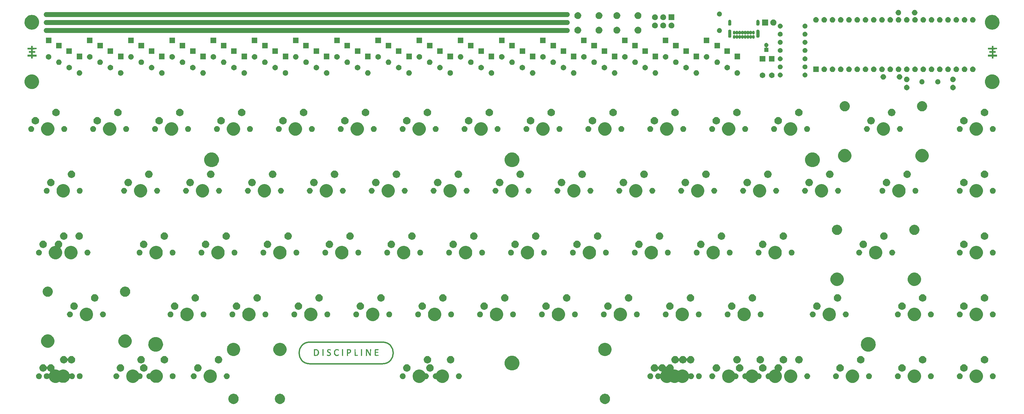
<source format=gbr>
G04 #@! TF.GenerationSoftware,KiCad,Pcbnew,(5.0.0)*
G04 #@! TF.CreationDate,2019-07-31T16:14:09-04:00*
G04 #@! TF.ProjectId,discipline-pcb,6469736369706C696E652D7063622E6B,rev?*
G04 #@! TF.SameCoordinates,Original*
G04 #@! TF.FileFunction,Soldermask,Top*
G04 #@! TF.FilePolarity,Negative*
%FSLAX46Y46*%
G04 Gerber Fmt 4.6, Leading zero omitted, Abs format (unit mm)*
G04 Created by KiCad (PCBNEW (5.0.0)) date 07/31/19 16:14:09*
%MOMM*%
%LPD*%
G01*
G04 APERTURE LIST*
%ADD10C,1.500000*%
%ADD11C,0.010000*%
%ADD12C,0.400000*%
%ADD13C,0.100000*%
G04 APERTURE END LIST*
D10*
X230030842Y-54750650D02*
X69659538Y-54750650D01*
X230030842Y-57233920D02*
X69659538Y-57233920D01*
X230030842Y-59717190D02*
X69659538Y-59717190D01*
D11*
G04 #@! TO.C,G\002A\002A\002A*
G36*
X361063890Y-64987240D02*
X361633273Y-64989417D01*
X362202656Y-64991593D01*
X362202656Y-65397993D01*
X361063890Y-65402345D01*
X361063890Y-66062626D01*
X361783557Y-66062626D01*
X361783557Y-66494426D01*
X361063890Y-66494426D01*
X361063890Y-67171640D01*
X361633273Y-67173817D01*
X362202656Y-67175993D01*
X362204919Y-67389776D01*
X362207181Y-67603559D01*
X361063890Y-67603559D01*
X361063890Y-68221626D01*
X360623623Y-68221626D01*
X360623623Y-67603559D01*
X359489090Y-67603559D01*
X359489090Y-67171760D01*
X360623623Y-67171760D01*
X360623623Y-66494426D01*
X359912423Y-66494426D01*
X359912423Y-66062626D01*
X360623623Y-66062626D01*
X360623623Y-65402226D01*
X359489090Y-65402226D01*
X359489090Y-64987360D01*
X360623404Y-64987360D01*
X360627856Y-64398926D01*
X360845873Y-64396667D01*
X361063890Y-64394407D01*
X361063890Y-64987240D01*
X361063890Y-64987240D01*
G37*
X361063890Y-64987240D02*
X361633273Y-64989417D01*
X362202656Y-64991593D01*
X362202656Y-65397993D01*
X361063890Y-65402345D01*
X361063890Y-66062626D01*
X361783557Y-66062626D01*
X361783557Y-66494426D01*
X361063890Y-66494426D01*
X361063890Y-67171640D01*
X361633273Y-67173817D01*
X362202656Y-67175993D01*
X362204919Y-67389776D01*
X362207181Y-67603559D01*
X361063890Y-67603559D01*
X361063890Y-68221626D01*
X360623623Y-68221626D01*
X360623623Y-67603559D01*
X359489090Y-67603559D01*
X359489090Y-67171760D01*
X360623623Y-67171760D01*
X360623623Y-66494426D01*
X359912423Y-66494426D01*
X359912423Y-66062626D01*
X360623623Y-66062626D01*
X360623623Y-65402226D01*
X359489090Y-65402226D01*
X359489090Y-64987360D01*
X360623404Y-64987360D01*
X360627856Y-64398926D01*
X360845873Y-64396667D01*
X361063890Y-64394407D01*
X361063890Y-64987240D01*
G36*
X65448259Y-64987240D02*
X66017642Y-64989417D01*
X66587025Y-64991593D01*
X66587025Y-65397993D01*
X65448259Y-65402345D01*
X65448259Y-66062626D01*
X66167926Y-66062626D01*
X66167926Y-66494426D01*
X65448259Y-66494426D01*
X65448259Y-67171640D01*
X66017642Y-67173817D01*
X66587025Y-67175993D01*
X66589288Y-67389776D01*
X66591550Y-67603559D01*
X65448259Y-67603559D01*
X65448259Y-68221626D01*
X65007992Y-68221626D01*
X65007992Y-67603559D01*
X63873459Y-67603559D01*
X63873459Y-67171760D01*
X65007992Y-67171760D01*
X65007992Y-66494426D01*
X64296792Y-66494426D01*
X64296792Y-66062626D01*
X65007992Y-66062626D01*
X65007992Y-65402226D01*
X63873459Y-65402226D01*
X63873459Y-64987360D01*
X65007773Y-64987360D01*
X65012225Y-64398926D01*
X65230242Y-64396667D01*
X65448259Y-64394407D01*
X65448259Y-64987240D01*
X65448259Y-64987240D01*
G37*
X65448259Y-64987240D02*
X66017642Y-64989417D01*
X66587025Y-64991593D01*
X66587025Y-65397993D01*
X65448259Y-65402345D01*
X65448259Y-66062626D01*
X66167926Y-66062626D01*
X66167926Y-66494426D01*
X65448259Y-66494426D01*
X65448259Y-67171640D01*
X66017642Y-67173817D01*
X66587025Y-67175993D01*
X66589288Y-67389776D01*
X66591550Y-67603559D01*
X65448259Y-67603559D01*
X65448259Y-68221626D01*
X65007992Y-68221626D01*
X65007992Y-67603559D01*
X63873459Y-67603559D01*
X63873459Y-67171760D01*
X65007992Y-67171760D01*
X65007992Y-66494426D01*
X64296792Y-66494426D01*
X64296792Y-66062626D01*
X65007992Y-66062626D01*
X65007992Y-65402226D01*
X63873459Y-65402226D01*
X63873459Y-64987360D01*
X65007773Y-64987360D01*
X65012225Y-64398926D01*
X65230242Y-64396667D01*
X65448259Y-64394407D01*
X65448259Y-64987240D01*
G36*
X156835154Y-157897780D02*
X156958225Y-157931926D01*
X157050714Y-157976184D01*
X157092940Y-158021021D01*
X157110806Y-158105393D01*
X157104023Y-158179225D01*
X157084294Y-158209575D01*
X157040635Y-158206546D01*
X156963950Y-158178530D01*
X156930476Y-158162531D01*
X156772547Y-158105881D01*
X156623463Y-158095194D01*
X156494131Y-158126604D01*
X156395457Y-158196247D01*
X156338348Y-158300259D01*
X156328566Y-158375799D01*
X156351955Y-158488627D01*
X156425827Y-158587788D01*
X156555738Y-158679089D01*
X156675154Y-158737984D01*
X156902368Y-158853928D01*
X157065686Y-158972400D01*
X157149054Y-159067479D01*
X157191253Y-159175462D01*
X157208959Y-159316397D01*
X157201480Y-159462430D01*
X157168123Y-159585708D01*
X157162258Y-159597824D01*
X157052884Y-159741399D01*
X156899291Y-159846020D01*
X156712278Y-159907895D01*
X156502645Y-159923233D01*
X156312242Y-159896250D01*
X156195653Y-159857725D01*
X156093505Y-159806223D01*
X156029707Y-159753981D01*
X156027073Y-159750282D01*
X156005764Y-159684803D01*
X156006386Y-159608687D01*
X156027990Y-159555989D01*
X156032584Y-159552450D01*
X156077249Y-159555165D01*
X156155647Y-159583565D01*
X156199342Y-159604625D01*
X156373513Y-159671717D01*
X156541162Y-159693686D01*
X156692305Y-159673816D01*
X156816959Y-159615391D01*
X156905141Y-159521694D01*
X156946867Y-159396008D01*
X156948874Y-159358100D01*
X156927387Y-159268890D01*
X156859403Y-159179720D01*
X156739639Y-159085674D01*
X156562812Y-158981836D01*
X156520851Y-158959831D01*
X156336913Y-158856057D01*
X156207810Y-158759087D01*
X156125335Y-158658725D01*
X156081279Y-158544774D01*
X156067433Y-158407039D01*
X156067383Y-158396560D01*
X156093057Y-158209429D01*
X156169712Y-158062966D01*
X156296795Y-157957737D01*
X156473754Y-157894311D01*
X156570012Y-157879507D01*
X156699688Y-157878666D01*
X156835154Y-157897780D01*
X156835154Y-157897780D01*
G37*
X156835154Y-157897780D02*
X156958225Y-157931926D01*
X157050714Y-157976184D01*
X157092940Y-158021021D01*
X157110806Y-158105393D01*
X157104023Y-158179225D01*
X157084294Y-158209575D01*
X157040635Y-158206546D01*
X156963950Y-158178530D01*
X156930476Y-158162531D01*
X156772547Y-158105881D01*
X156623463Y-158095194D01*
X156494131Y-158126604D01*
X156395457Y-158196247D01*
X156338348Y-158300259D01*
X156328566Y-158375799D01*
X156351955Y-158488627D01*
X156425827Y-158587788D01*
X156555738Y-158679089D01*
X156675154Y-158737984D01*
X156902368Y-158853928D01*
X157065686Y-158972400D01*
X157149054Y-159067479D01*
X157191253Y-159175462D01*
X157208959Y-159316397D01*
X157201480Y-159462430D01*
X157168123Y-159585708D01*
X157162258Y-159597824D01*
X157052884Y-159741399D01*
X156899291Y-159846020D01*
X156712278Y-159907895D01*
X156502645Y-159923233D01*
X156312242Y-159896250D01*
X156195653Y-159857725D01*
X156093505Y-159806223D01*
X156029707Y-159753981D01*
X156027073Y-159750282D01*
X156005764Y-159684803D01*
X156006386Y-159608687D01*
X156027990Y-159555989D01*
X156032584Y-159552450D01*
X156077249Y-159555165D01*
X156155647Y-159583565D01*
X156199342Y-159604625D01*
X156373513Y-159671717D01*
X156541162Y-159693686D01*
X156692305Y-159673816D01*
X156816959Y-159615391D01*
X156905141Y-159521694D01*
X156946867Y-159396008D01*
X156948874Y-159358100D01*
X156927387Y-159268890D01*
X156859403Y-159179720D01*
X156739639Y-159085674D01*
X156562812Y-158981836D01*
X156520851Y-158959831D01*
X156336913Y-158856057D01*
X156207810Y-158759087D01*
X156125335Y-158658725D01*
X156081279Y-158544774D01*
X156067433Y-158407039D01*
X156067383Y-158396560D01*
X156093057Y-158209429D01*
X156169712Y-158062966D01*
X156296795Y-157957737D01*
X156473754Y-157894311D01*
X156570012Y-157879507D01*
X156699688Y-157878666D01*
X156835154Y-157897780D01*
G36*
X159184920Y-157883589D02*
X159397778Y-157937749D01*
X159456496Y-157964508D01*
X159561021Y-158031974D01*
X159613290Y-158108246D01*
X159625995Y-158196979D01*
X159611023Y-158260323D01*
X159563263Y-158274142D01*
X159478455Y-158238661D01*
X159428299Y-158207488D01*
X159290124Y-158138788D01*
X159129475Y-158108433D01*
X159108840Y-158106974D01*
X158919596Y-158119816D01*
X158766117Y-158186177D01*
X158642921Y-158309195D01*
X158583183Y-158407741D01*
X158544599Y-158490045D01*
X158520024Y-158567936D01*
X158506411Y-158659900D01*
X158500715Y-158784423D01*
X158499808Y-158913782D01*
X158501851Y-159077888D01*
X158509607Y-159194326D01*
X158525791Y-159280651D01*
X158553119Y-159354423D01*
X158574582Y-159397324D01*
X158685067Y-159540939D01*
X158831334Y-159637992D01*
X159001139Y-159686157D01*
X159182237Y-159683109D01*
X159362383Y-159626521D01*
X159464352Y-159566307D01*
X159535970Y-159522292D01*
X159587914Y-159502264D01*
X159590225Y-159502149D01*
X159621023Y-159527916D01*
X159626450Y-159590716D01*
X159609555Y-159668796D01*
X159573390Y-159740406D01*
X159553656Y-159762886D01*
X159432981Y-159838884D01*
X159269784Y-159891589D01*
X159083739Y-159917589D01*
X158894516Y-159913477D01*
X158788846Y-159895426D01*
X158601335Y-159818810D01*
X158445405Y-159689520D01*
X158324378Y-159513747D01*
X158241573Y-159297680D01*
X158200312Y-159047508D01*
X158201293Y-158800220D01*
X158242898Y-158547718D01*
X158324011Y-158325698D01*
X158439775Y-158144708D01*
X158552618Y-158037609D01*
X158744479Y-157934963D01*
X158961200Y-157883142D01*
X159184920Y-157883589D01*
X159184920Y-157883589D01*
G37*
X159184920Y-157883589D02*
X159397778Y-157937749D01*
X159456496Y-157964508D01*
X159561021Y-158031974D01*
X159613290Y-158108246D01*
X159625995Y-158196979D01*
X159611023Y-158260323D01*
X159563263Y-158274142D01*
X159478455Y-158238661D01*
X159428299Y-158207488D01*
X159290124Y-158138788D01*
X159129475Y-158108433D01*
X159108840Y-158106974D01*
X158919596Y-158119816D01*
X158766117Y-158186177D01*
X158642921Y-158309195D01*
X158583183Y-158407741D01*
X158544599Y-158490045D01*
X158520024Y-158567936D01*
X158506411Y-158659900D01*
X158500715Y-158784423D01*
X158499808Y-158913782D01*
X158501851Y-159077888D01*
X158509607Y-159194326D01*
X158525791Y-159280651D01*
X158553119Y-159354423D01*
X158574582Y-159397324D01*
X158685067Y-159540939D01*
X158831334Y-159637992D01*
X159001139Y-159686157D01*
X159182237Y-159683109D01*
X159362383Y-159626521D01*
X159464352Y-159566307D01*
X159535970Y-159522292D01*
X159587914Y-159502264D01*
X159590225Y-159502149D01*
X159621023Y-159527916D01*
X159626450Y-159590716D01*
X159609555Y-159668796D01*
X159573390Y-159740406D01*
X159553656Y-159762886D01*
X159432981Y-159838884D01*
X159269784Y-159891589D01*
X159083739Y-159917589D01*
X158894516Y-159913477D01*
X158788846Y-159895426D01*
X158601335Y-159818810D01*
X158445405Y-159689520D01*
X158324378Y-159513747D01*
X158241573Y-159297680D01*
X158200312Y-159047508D01*
X158201293Y-158800220D01*
X158242898Y-158547718D01*
X158324011Y-158325698D01*
X158439775Y-158144708D01*
X158552618Y-158037609D01*
X158744479Y-157934963D01*
X158961200Y-157883142D01*
X159184920Y-157883589D01*
G36*
X152621326Y-157911161D02*
X152834435Y-157935264D01*
X153011029Y-157984087D01*
X153163961Y-158060087D01*
X153171114Y-158064580D01*
X153322727Y-158198165D01*
X153436579Y-158377780D01*
X153509514Y-158594083D01*
X153538374Y-158837731D01*
X153520265Y-159097732D01*
X153457946Y-159345797D01*
X153356482Y-159544101D01*
X153212534Y-159697489D01*
X153031136Y-159807044D01*
X152939960Y-159835845D01*
X152811893Y-159859870D01*
X152660751Y-159878431D01*
X152500353Y-159890842D01*
X152344516Y-159896415D01*
X152207057Y-159894464D01*
X152101793Y-159884301D01*
X152042543Y-159865240D01*
X152035316Y-159856561D01*
X152031181Y-159813410D01*
X152027993Y-159713610D01*
X152025829Y-159565801D01*
X152024762Y-159378622D01*
X152024869Y-159160716D01*
X152026223Y-158920722D01*
X152026703Y-158865119D01*
X152033432Y-158130940D01*
X152280237Y-158130940D01*
X152280237Y-159665388D01*
X152534501Y-159665388D01*
X152691709Y-159659976D01*
X152809169Y-159640693D01*
X152911761Y-159602971D01*
X152934437Y-159591930D01*
X153072327Y-159494221D01*
X153169397Y-159357567D01*
X153229022Y-159175494D01*
X153252686Y-158981965D01*
X153251505Y-158750547D01*
X153216269Y-158564508D01*
X153143869Y-158411730D01*
X153087406Y-158337859D01*
X152980725Y-158237453D01*
X152861506Y-158173665D01*
X152712803Y-158140248D01*
X152526144Y-158130940D01*
X152280237Y-158130940D01*
X152033432Y-158130940D01*
X152035378Y-157918729D01*
X152358850Y-157909323D01*
X152621326Y-157911161D01*
X152621326Y-157911161D01*
G37*
X152621326Y-157911161D02*
X152834435Y-157935264D01*
X153011029Y-157984087D01*
X153163961Y-158060087D01*
X153171114Y-158064580D01*
X153322727Y-158198165D01*
X153436579Y-158377780D01*
X153509514Y-158594083D01*
X153538374Y-158837731D01*
X153520265Y-159097732D01*
X153457946Y-159345797D01*
X153356482Y-159544101D01*
X153212534Y-159697489D01*
X153031136Y-159807044D01*
X152939960Y-159835845D01*
X152811893Y-159859870D01*
X152660751Y-159878431D01*
X152500353Y-159890842D01*
X152344516Y-159896415D01*
X152207057Y-159894464D01*
X152101793Y-159884301D01*
X152042543Y-159865240D01*
X152035316Y-159856561D01*
X152031181Y-159813410D01*
X152027993Y-159713610D01*
X152025829Y-159565801D01*
X152024762Y-159378622D01*
X152024869Y-159160716D01*
X152026223Y-158920722D01*
X152026703Y-158865119D01*
X152033432Y-158130940D01*
X152280237Y-158130940D01*
X152280237Y-159665388D01*
X152534501Y-159665388D01*
X152691709Y-159659976D01*
X152809169Y-159640693D01*
X152911761Y-159602971D01*
X152934437Y-159591930D01*
X153072327Y-159494221D01*
X153169397Y-159357567D01*
X153229022Y-159175494D01*
X153252686Y-158981965D01*
X153251505Y-158750547D01*
X153216269Y-158564508D01*
X153143869Y-158411730D01*
X153087406Y-158337859D01*
X152980725Y-158237453D01*
X152861506Y-158173665D01*
X152712803Y-158140248D01*
X152526144Y-158130940D01*
X152280237Y-158130940D01*
X152033432Y-158130940D01*
X152035378Y-157918729D01*
X152358850Y-157909323D01*
X152621326Y-157911161D01*
G36*
X154908386Y-159877598D02*
X154802056Y-159887846D01*
X154716056Y-159882785D01*
X154679113Y-159854800D01*
X154675152Y-159812115D01*
X154672121Y-159712760D01*
X154670091Y-159565354D01*
X154669130Y-159378517D01*
X154669307Y-159160868D01*
X154670693Y-158921028D01*
X154671176Y-158865119D01*
X154679851Y-157918729D01*
X154908386Y-157918729D01*
X154908386Y-159877598D01*
X154908386Y-159877598D01*
G37*
X154908386Y-159877598D02*
X154802056Y-159887846D01*
X154716056Y-159882785D01*
X154679113Y-159854800D01*
X154675152Y-159812115D01*
X154672121Y-159712760D01*
X154670091Y-159565354D01*
X154669130Y-159378517D01*
X154669307Y-159160868D01*
X154670693Y-158921028D01*
X154671176Y-158865119D01*
X154679851Y-157918729D01*
X154908386Y-157918729D01*
X154908386Y-159877598D01*
G36*
X160931908Y-159893922D02*
X160816616Y-159893922D01*
X160735729Y-159883371D01*
X160688121Y-159857493D01*
X160685511Y-159852715D01*
X160681755Y-159810581D01*
X160678910Y-159711752D01*
X160677039Y-159564824D01*
X160676203Y-159378391D01*
X160676465Y-159161048D01*
X160677886Y-158921391D01*
X160678374Y-158865119D01*
X160687049Y-157918729D01*
X160809478Y-157908597D01*
X160931908Y-157898464D01*
X160931908Y-159893922D01*
X160931908Y-159893922D01*
G37*
X160931908Y-159893922D02*
X160816616Y-159893922D01*
X160735729Y-159883371D01*
X160688121Y-159857493D01*
X160685511Y-159852715D01*
X160681755Y-159810581D01*
X160678910Y-159711752D01*
X160677039Y-159564824D01*
X160676203Y-159378391D01*
X160676465Y-159161048D01*
X160677886Y-158921391D01*
X160678374Y-158865119D01*
X160687049Y-157918729D01*
X160809478Y-157908597D01*
X160931908Y-157898464D01*
X160931908Y-159893922D01*
G36*
X162640184Y-157908341D02*
X162810327Y-157916645D01*
X162930874Y-157928155D01*
X163017527Y-157945751D01*
X163085985Y-157972314D01*
X163133137Y-157998805D01*
X163259726Y-158098816D01*
X163337737Y-158219075D01*
X163374510Y-158374201D01*
X163379835Y-158490066D01*
X163356125Y-158701607D01*
X163284980Y-158870024D01*
X163165006Y-158996624D01*
X162994806Y-159082710D01*
X162772987Y-159129590D01*
X162688909Y-159136639D01*
X162433707Y-159151412D01*
X162433707Y-159893922D01*
X162324881Y-159893922D01*
X162244211Y-159887949D01*
X162195764Y-159873442D01*
X162194290Y-159872157D01*
X162188708Y-159835128D01*
X162183655Y-159741216D01*
X162179323Y-159598833D01*
X162175902Y-159416390D01*
X162173583Y-159202298D01*
X162172558Y-158964970D01*
X162172525Y-158913044D01*
X162172962Y-158635039D01*
X162174506Y-158415351D01*
X162177508Y-158247009D01*
X162182010Y-158130940D01*
X162433707Y-158130940D01*
X162433707Y-158517273D01*
X162435448Y-158669998D01*
X162440184Y-158798078D01*
X162447187Y-158887837D01*
X162455472Y-158925370D01*
X162507472Y-158942316D01*
X162600909Y-158945923D01*
X162713444Y-158936853D01*
X162822735Y-158915767D01*
X162827905Y-158914355D01*
X162966837Y-158850165D01*
X163058215Y-158745225D01*
X163106038Y-158594273D01*
X163112426Y-158540007D01*
X163118002Y-158433191D01*
X163106160Y-158363664D01*
X163067531Y-158303920D01*
X163012292Y-158245926D01*
X162947913Y-158185586D01*
X162891638Y-158151167D01*
X162821604Y-158135420D01*
X162715950Y-158131096D01*
X162665507Y-158130940D01*
X162433707Y-158130940D01*
X162182010Y-158130940D01*
X162182317Y-158123038D01*
X162189283Y-158036466D01*
X162198757Y-157980320D01*
X162211089Y-157947626D01*
X162221624Y-157934948D01*
X162269752Y-157915880D01*
X162361979Y-157905900D01*
X162506005Y-157904517D01*
X162640184Y-157908341D01*
X162640184Y-157908341D01*
G37*
X162640184Y-157908341D02*
X162810327Y-157916645D01*
X162930874Y-157928155D01*
X163017527Y-157945751D01*
X163085985Y-157972314D01*
X163133137Y-157998805D01*
X163259726Y-158098816D01*
X163337737Y-158219075D01*
X163374510Y-158374201D01*
X163379835Y-158490066D01*
X163356125Y-158701607D01*
X163284980Y-158870024D01*
X163165006Y-158996624D01*
X162994806Y-159082710D01*
X162772987Y-159129590D01*
X162688909Y-159136639D01*
X162433707Y-159151412D01*
X162433707Y-159893922D01*
X162324881Y-159893922D01*
X162244211Y-159887949D01*
X162195764Y-159873442D01*
X162194290Y-159872157D01*
X162188708Y-159835128D01*
X162183655Y-159741216D01*
X162179323Y-159598833D01*
X162175902Y-159416390D01*
X162173583Y-159202298D01*
X162172558Y-158964970D01*
X162172525Y-158913044D01*
X162172962Y-158635039D01*
X162174506Y-158415351D01*
X162177508Y-158247009D01*
X162182010Y-158130940D01*
X162433707Y-158130940D01*
X162433707Y-158517273D01*
X162435448Y-158669998D01*
X162440184Y-158798078D01*
X162447187Y-158887837D01*
X162455472Y-158925370D01*
X162507472Y-158942316D01*
X162600909Y-158945923D01*
X162713444Y-158936853D01*
X162822735Y-158915767D01*
X162827905Y-158914355D01*
X162966837Y-158850165D01*
X163058215Y-158745225D01*
X163106038Y-158594273D01*
X163112426Y-158540007D01*
X163118002Y-158433191D01*
X163106160Y-158363664D01*
X163067531Y-158303920D01*
X163012292Y-158245926D01*
X162947913Y-158185586D01*
X162891638Y-158151167D01*
X162821604Y-158135420D01*
X162715950Y-158131096D01*
X162665507Y-158130940D01*
X162433707Y-158130940D01*
X162182010Y-158130940D01*
X162182317Y-158123038D01*
X162189283Y-158036466D01*
X162198757Y-157980320D01*
X162211089Y-157947626D01*
X162221624Y-157934948D01*
X162269752Y-157915880D01*
X162361979Y-157905900D01*
X162506005Y-157904517D01*
X162640184Y-157908341D01*
G36*
X164645597Y-157908597D02*
X164768026Y-157918729D01*
X164785412Y-159663259D01*
X165518926Y-159681711D01*
X165518926Y-159877598D01*
X165043648Y-159886597D01*
X164873642Y-159888312D01*
X164727342Y-159886945D01*
X164616934Y-159882829D01*
X164554604Y-159876298D01*
X164545769Y-159872994D01*
X164540084Y-159835835D01*
X164534922Y-159741624D01*
X164530472Y-159598604D01*
X164526919Y-159415017D01*
X164524450Y-159199108D01*
X164523252Y-158959118D01*
X164523167Y-158874428D01*
X164523167Y-157898464D01*
X164645597Y-157908597D01*
X164645597Y-157908597D01*
G37*
X164645597Y-157908597D02*
X164768026Y-157918729D01*
X164785412Y-159663259D01*
X165518926Y-159681711D01*
X165518926Y-159877598D01*
X165043648Y-159886597D01*
X164873642Y-159888312D01*
X164727342Y-159886945D01*
X164616934Y-159882829D01*
X164554604Y-159876298D01*
X164545769Y-159872994D01*
X164540084Y-159835835D01*
X164534922Y-159741624D01*
X164530472Y-159598604D01*
X164526919Y-159415017D01*
X164524450Y-159199108D01*
X164523252Y-158959118D01*
X164523167Y-158874428D01*
X164523167Y-157898464D01*
X164645597Y-157908597D01*
G36*
X166669761Y-157908597D02*
X166792190Y-157918729D01*
X166792190Y-159877598D01*
X166547332Y-159897864D01*
X166547332Y-157898464D01*
X166669761Y-157908597D01*
X166669761Y-157908597D01*
G37*
X166669761Y-157908597D02*
X166792190Y-157918729D01*
X166792190Y-159877598D01*
X166547332Y-159897864D01*
X166547332Y-157898464D01*
X166669761Y-157908597D01*
G36*
X169510603Y-158887898D02*
X169501959Y-159877598D01*
X169387692Y-159887213D01*
X169294135Y-159882196D01*
X169222011Y-159856968D01*
X169218693Y-159854566D01*
X169189031Y-159815762D01*
X169132731Y-159727413D01*
X169054394Y-159597308D01*
X168958626Y-159433238D01*
X168850029Y-159242992D01*
X168733208Y-159034362D01*
X168721390Y-159013039D01*
X168278819Y-158213776D01*
X168270080Y-159045687D01*
X168261342Y-159877598D01*
X168154755Y-159887865D01*
X168048168Y-159898131D01*
X168056811Y-158908430D01*
X168065455Y-157918729D01*
X168216873Y-157908928D01*
X168317663Y-157908369D01*
X168380040Y-157928909D01*
X168429084Y-157978202D01*
X168461233Y-158028191D01*
X168519369Y-158126778D01*
X168598460Y-158265100D01*
X168693478Y-158434296D01*
X168799393Y-158625502D01*
X168881651Y-158775629D01*
X169273424Y-159493981D01*
X169306072Y-157918729D01*
X169412659Y-157908463D01*
X169519247Y-157898197D01*
X169510603Y-158887898D01*
X169510603Y-158887898D01*
G37*
X169510603Y-158887898D02*
X169501959Y-159877598D01*
X169387692Y-159887213D01*
X169294135Y-159882196D01*
X169222011Y-159856968D01*
X169218693Y-159854566D01*
X169189031Y-159815762D01*
X169132731Y-159727413D01*
X169054394Y-159597308D01*
X168958626Y-159433238D01*
X168850029Y-159242992D01*
X168733208Y-159034362D01*
X168721390Y-159013039D01*
X168278819Y-158213776D01*
X168270080Y-159045687D01*
X168261342Y-159877598D01*
X168154755Y-159887865D01*
X168048168Y-159898131D01*
X168056811Y-158908430D01*
X168065455Y-157918729D01*
X168216873Y-157908928D01*
X168317663Y-157908369D01*
X168380040Y-157928909D01*
X168429084Y-157978202D01*
X168461233Y-158028191D01*
X168519369Y-158126778D01*
X168598460Y-158265100D01*
X168693478Y-158434296D01*
X168799393Y-158625502D01*
X168881651Y-158775629D01*
X169273424Y-159493981D01*
X169306072Y-157918729D01*
X169412659Y-157908463D01*
X169519247Y-157898197D01*
X169510603Y-158887898D01*
G36*
X171525606Y-157902998D02*
X171661305Y-157905555D01*
X171751613Y-157911244D01*
X171806479Y-157921237D01*
X171835853Y-157936700D01*
X171849685Y-157958804D01*
X171851142Y-157963102D01*
X171857555Y-158042149D01*
X171849849Y-158077369D01*
X171832544Y-158100096D01*
X171794076Y-158115465D01*
X171723696Y-158124827D01*
X171610656Y-158129532D01*
X171444208Y-158130930D01*
X171423462Y-158130940D01*
X171017632Y-158130940D01*
X171027019Y-158432933D01*
X171036406Y-158734925D01*
X171387370Y-158744191D01*
X171738334Y-158753458D01*
X171738334Y-158947136D01*
X171020082Y-158947136D01*
X171020082Y-159663437D01*
X171852602Y-159681711D01*
X171852602Y-159877598D01*
X171345720Y-159886552D01*
X171130265Y-159888577D01*
X170973635Y-159885689D01*
X170869519Y-159877530D01*
X170811606Y-159863741D01*
X170798869Y-159855537D01*
X170786502Y-159811212D01*
X170776229Y-159711935D01*
X170768056Y-159568014D01*
X170761986Y-159389754D01*
X170758024Y-159187464D01*
X170756173Y-158971448D01*
X170756439Y-158752016D01*
X170758825Y-158539472D01*
X170763336Y-158344125D01*
X170769976Y-158176281D01*
X170778748Y-158046246D01*
X170789659Y-157964329D01*
X170798077Y-157941583D01*
X170844332Y-157924195D01*
X170945226Y-157912039D01*
X171104216Y-157904861D01*
X171324758Y-157902409D01*
X171334566Y-157902406D01*
X171525606Y-157902998D01*
X171525606Y-157902998D01*
G37*
X171525606Y-157902998D02*
X171661305Y-157905555D01*
X171751613Y-157911244D01*
X171806479Y-157921237D01*
X171835853Y-157936700D01*
X171849685Y-157958804D01*
X171851142Y-157963102D01*
X171857555Y-158042149D01*
X171849849Y-158077369D01*
X171832544Y-158100096D01*
X171794076Y-158115465D01*
X171723696Y-158124827D01*
X171610656Y-158129532D01*
X171444208Y-158130930D01*
X171423462Y-158130940D01*
X171017632Y-158130940D01*
X171027019Y-158432933D01*
X171036406Y-158734925D01*
X171387370Y-158744191D01*
X171738334Y-158753458D01*
X171738334Y-158947136D01*
X171020082Y-158947136D01*
X171020082Y-159663437D01*
X171852602Y-159681711D01*
X171852602Y-159877598D01*
X171345720Y-159886552D01*
X171130265Y-159888577D01*
X170973635Y-159885689D01*
X170869519Y-159877530D01*
X170811606Y-159863741D01*
X170798869Y-159855537D01*
X170786502Y-159811212D01*
X170776229Y-159711935D01*
X170768056Y-159568014D01*
X170761986Y-159389754D01*
X170758024Y-159187464D01*
X170756173Y-158971448D01*
X170756439Y-158752016D01*
X170758825Y-158539472D01*
X170763336Y-158344125D01*
X170769976Y-158176281D01*
X170778748Y-158046246D01*
X170789659Y-157964329D01*
X170798077Y-157941583D01*
X170844332Y-157924195D01*
X170945226Y-157912039D01*
X171104216Y-157904861D01*
X171324758Y-157902409D01*
X171334566Y-157902406D01*
X171525606Y-157902998D01*
D12*
X150803990Y-162401840D02*
G75*
G02X150803990Y-155721840I0J3340000D01*
G01*
X173103990Y-155721840D02*
G75*
G02X173103990Y-162401840I0J-3340000D01*
G01*
X150833990Y-155721840D02*
X173113990Y-155721840D01*
X150813990Y-162401840D02*
X173113990Y-162401840D01*
D13*
G36*
X127753518Y-171699796D02*
X127872244Y-171748974D01*
X128040148Y-171818522D01*
X128298114Y-171990889D01*
X128517488Y-172210263D01*
X128689855Y-172468229D01*
X128808581Y-172754860D01*
X128869107Y-173059145D01*
X128869107Y-173369395D01*
X128808581Y-173673680D01*
X128689855Y-173960311D01*
X128517488Y-174218277D01*
X128298114Y-174437651D01*
X128040148Y-174610018D01*
X127872244Y-174679566D01*
X127753518Y-174728744D01*
X127601374Y-174759007D01*
X127449232Y-174789270D01*
X127138982Y-174789270D01*
X126986840Y-174759007D01*
X126834696Y-174728744D01*
X126715970Y-174679566D01*
X126548066Y-174610018D01*
X126290100Y-174437651D01*
X126070726Y-174218277D01*
X125898359Y-173960311D01*
X125779633Y-173673680D01*
X125719107Y-173369395D01*
X125719107Y-173059145D01*
X125779633Y-172754860D01*
X125898359Y-172468229D01*
X126070726Y-172210263D01*
X126290100Y-171990889D01*
X126548066Y-171818522D01*
X126715970Y-171748974D01*
X126834696Y-171699796D01*
X127138982Y-171639270D01*
X127449232Y-171639270D01*
X127753518Y-171699796D01*
X127753518Y-171699796D01*
G37*
G36*
X242053518Y-171699796D02*
X242172244Y-171748974D01*
X242340148Y-171818522D01*
X242598114Y-171990889D01*
X242817488Y-172210263D01*
X242989855Y-172468229D01*
X243108581Y-172754860D01*
X243169107Y-173059145D01*
X243169107Y-173369395D01*
X243108581Y-173673680D01*
X242989855Y-173960311D01*
X242817488Y-174218277D01*
X242598114Y-174437651D01*
X242340148Y-174610018D01*
X242172244Y-174679566D01*
X242053518Y-174728744D01*
X241749232Y-174789270D01*
X241427930Y-174789270D01*
X241275788Y-174759007D01*
X241123644Y-174728744D01*
X241004918Y-174679566D01*
X240837014Y-174610018D01*
X240579048Y-174437651D01*
X240359674Y-174218277D01*
X240187307Y-173960311D01*
X240068581Y-173673680D01*
X240008055Y-173369395D01*
X240008055Y-173059145D01*
X240068581Y-172754860D01*
X240187307Y-172468229D01*
X240359674Y-172210263D01*
X240579048Y-171990889D01*
X240837014Y-171818522D01*
X241004918Y-171748974D01*
X241123644Y-171699796D01*
X241427930Y-171639270D01*
X241749232Y-171639270D01*
X242053518Y-171699796D01*
X242053518Y-171699796D01*
G37*
G36*
X142042666Y-171699796D02*
X142161392Y-171748974D01*
X142329296Y-171818522D01*
X142587262Y-171990889D01*
X142806636Y-172210263D01*
X142979003Y-172468229D01*
X143097729Y-172754860D01*
X143158255Y-173059145D01*
X143158255Y-173369395D01*
X143097729Y-173673680D01*
X142979003Y-173960311D01*
X142806636Y-174218277D01*
X142587262Y-174437651D01*
X142329296Y-174610018D01*
X142161392Y-174679566D01*
X142042666Y-174728744D01*
X141890522Y-174759007D01*
X141738380Y-174789270D01*
X141428130Y-174789270D01*
X141275988Y-174759007D01*
X141123844Y-174728744D01*
X141005118Y-174679566D01*
X140837214Y-174610018D01*
X140579248Y-174437651D01*
X140359874Y-174218277D01*
X140187507Y-173960311D01*
X140068781Y-173673680D01*
X140008255Y-173369395D01*
X140008255Y-173059145D01*
X140068781Y-172754860D01*
X140187507Y-172468229D01*
X140359874Y-172210263D01*
X140579248Y-171990889D01*
X140837214Y-171818522D01*
X141005118Y-171748974D01*
X141123844Y-171699796D01*
X141428130Y-171639270D01*
X141738380Y-171639270D01*
X142042666Y-171699796D01*
X142042666Y-171699796D01*
G37*
G36*
X185042359Y-164257088D02*
X185042361Y-164257089D01*
X185042362Y-164257089D01*
X185415620Y-164411697D01*
X185733852Y-164624333D01*
X185751546Y-164636156D01*
X186037221Y-164921831D01*
X186037223Y-164921834D01*
X186261680Y-165257757D01*
X186261681Y-165257760D01*
X186267622Y-165266651D01*
X186283168Y-165285593D01*
X186302110Y-165301139D01*
X186323720Y-165312690D01*
X186347170Y-165319803D01*
X186371556Y-165322205D01*
X186390090Y-165320380D01*
X186570525Y-165320380D01*
X186744596Y-165355004D01*
X186908568Y-165422924D01*
X187056138Y-165521527D01*
X187181637Y-165647026D01*
X187280240Y-165794596D01*
X187348160Y-165958568D01*
X187382784Y-166132639D01*
X187382784Y-166310121D01*
X187348160Y-166484192D01*
X187280240Y-166648164D01*
X187181637Y-166795734D01*
X187056138Y-166921233D01*
X186908568Y-167019836D01*
X186744596Y-167087756D01*
X186570525Y-167122380D01*
X186383599Y-167122380D01*
X186377896Y-167121819D01*
X186353510Y-167124224D01*
X186330062Y-167131339D01*
X186308452Y-167142893D01*
X186289512Y-167158441D01*
X186273968Y-167177384D01*
X186262426Y-167198982D01*
X186261681Y-167200781D01*
X186037221Y-167536709D01*
X185751546Y-167822384D01*
X185751543Y-167822386D01*
X185415620Y-168046843D01*
X185042362Y-168201451D01*
X185042361Y-168201451D01*
X185042359Y-168201452D01*
X184646114Y-168280270D01*
X184242100Y-168280270D01*
X183845855Y-168201452D01*
X183845853Y-168201451D01*
X183845852Y-168201451D01*
X183472594Y-168046843D01*
X183136671Y-167822386D01*
X183136668Y-167822384D01*
X182850993Y-167536709D01*
X182626535Y-167200784D01*
X182626534Y-167200783D01*
X182471926Y-166827525D01*
X182470357Y-166819635D01*
X182393107Y-166431277D01*
X182393107Y-166027263D01*
X182471925Y-165631018D01*
X182476821Y-165619197D01*
X182626534Y-165257757D01*
X182850991Y-164921834D01*
X182850993Y-164921831D01*
X183136668Y-164636156D01*
X183154362Y-164624333D01*
X183472594Y-164411697D01*
X183845852Y-164257089D01*
X183845853Y-164257089D01*
X183845855Y-164257088D01*
X184242100Y-164178270D01*
X184646114Y-164178270D01*
X185042359Y-164257088D01*
X185042359Y-164257088D01*
G37*
G36*
X356466036Y-164249198D02*
X356466038Y-164249199D01*
X356466039Y-164249199D01*
X356839297Y-164403807D01*
X357107939Y-164583308D01*
X357175223Y-164628266D01*
X357460898Y-164913941D01*
X357460900Y-164913944D01*
X357685357Y-165249867D01*
X357838338Y-165619197D01*
X357839966Y-165623128D01*
X357918784Y-166019373D01*
X357918784Y-166423387D01*
X357843150Y-166803627D01*
X357839965Y-166819635D01*
X357685357Y-167192893D01*
X357685356Y-167192894D01*
X357460898Y-167528819D01*
X357175223Y-167814494D01*
X357175220Y-167814496D01*
X356839297Y-168038953D01*
X356466039Y-168193561D01*
X356466038Y-168193561D01*
X356466036Y-168193562D01*
X356069791Y-168272380D01*
X355665777Y-168272380D01*
X355269532Y-168193562D01*
X355269530Y-168193561D01*
X355269529Y-168193561D01*
X354896271Y-168038953D01*
X354560348Y-167814496D01*
X354560345Y-167814494D01*
X354274670Y-167528819D01*
X354050212Y-167192894D01*
X354050211Y-167192893D01*
X353895603Y-166819635D01*
X353892419Y-166803627D01*
X353816784Y-166423387D01*
X353816784Y-166019373D01*
X353895602Y-165623128D01*
X353897230Y-165619197D01*
X354050211Y-165249867D01*
X354274668Y-164913944D01*
X354274670Y-164913941D01*
X354560345Y-164628266D01*
X354627629Y-164583308D01*
X354896271Y-164403807D01*
X355269529Y-164249199D01*
X355269530Y-164249199D01*
X355269532Y-164249198D01*
X355665777Y-164170380D01*
X356069791Y-164170380D01*
X356466036Y-164249198D01*
X356466036Y-164249198D01*
G37*
G36*
X287457674Y-164249198D02*
X287457676Y-164249199D01*
X287457677Y-164249199D01*
X287830935Y-164403807D01*
X288099577Y-164583308D01*
X288166861Y-164628266D01*
X288452536Y-164913941D01*
X288452538Y-164913944D01*
X288676995Y-165249867D01*
X288676996Y-165249869D01*
X288680340Y-165254874D01*
X288686233Y-165265900D01*
X288701777Y-165284844D01*
X288720718Y-165300390D01*
X288742328Y-165311943D01*
X288765777Y-165319058D01*
X288790163Y-165321462D01*
X288801151Y-165320380D01*
X288985403Y-165320380D01*
X289159474Y-165355004D01*
X289323446Y-165422924D01*
X289471016Y-165521527D01*
X289596515Y-165647026D01*
X289695118Y-165794596D01*
X289763038Y-165958568D01*
X289797662Y-166132639D01*
X289797662Y-166310121D01*
X289763038Y-166484192D01*
X289695118Y-166648164D01*
X289596515Y-166795734D01*
X289471016Y-166921233D01*
X289323446Y-167019836D01*
X289159474Y-167087756D01*
X288985403Y-167122380D01*
X288801159Y-167122380D01*
X288790179Y-167121298D01*
X288765793Y-167123698D01*
X288742343Y-167130810D01*
X288720732Y-167142360D01*
X288701789Y-167157905D01*
X288686242Y-167176846D01*
X288680344Y-167187880D01*
X288676996Y-167192891D01*
X288676995Y-167192893D01*
X288671722Y-167200784D01*
X288452536Y-167528819D01*
X288166861Y-167814494D01*
X288166858Y-167814496D01*
X287830935Y-168038953D01*
X287457677Y-168193561D01*
X287457676Y-168193561D01*
X287457674Y-168193562D01*
X287061429Y-168272380D01*
X286657415Y-168272380D01*
X286261170Y-168193562D01*
X286261168Y-168193561D01*
X286261167Y-168193561D01*
X285887909Y-168038953D01*
X285551986Y-167814496D01*
X285551983Y-167814494D01*
X285266308Y-167528819D01*
X285041848Y-167192891D01*
X285041153Y-167191213D01*
X285029601Y-167169602D01*
X285014056Y-167150660D01*
X284995113Y-167135115D01*
X284973502Y-167123564D01*
X284950053Y-167116451D01*
X284925667Y-167114050D01*
X284901286Y-167116452D01*
X284871481Y-167122380D01*
X284693999Y-167122380D01*
X284519928Y-167087756D01*
X284355956Y-167019836D01*
X284208386Y-166921233D01*
X284082887Y-166795734D01*
X283984284Y-166648164D01*
X283916364Y-166484192D01*
X283881740Y-166310121D01*
X283881740Y-166132639D01*
X283916364Y-165958568D01*
X283984284Y-165794596D01*
X284082887Y-165647026D01*
X284208386Y-165521527D01*
X284355956Y-165422924D01*
X284519928Y-165355004D01*
X284693999Y-165320380D01*
X284871481Y-165320380D01*
X284901286Y-165326308D01*
X284925669Y-165328710D01*
X284950055Y-165326308D01*
X284973504Y-165319195D01*
X284995115Y-165307644D01*
X285014057Y-165292099D01*
X285029602Y-165273157D01*
X285041153Y-165251547D01*
X285041848Y-165249869D01*
X285044477Y-165245935D01*
X285266306Y-164913944D01*
X285266308Y-164913941D01*
X285551983Y-164628266D01*
X285619267Y-164583308D01*
X285887909Y-164403807D01*
X286261167Y-164249199D01*
X286261168Y-164249199D01*
X286261170Y-164249198D01*
X286657415Y-164170380D01*
X287061429Y-164170380D01*
X287457674Y-164249198D01*
X287457674Y-164249198D01*
G37*
G36*
X299356314Y-164249198D02*
X299356316Y-164249199D01*
X299356317Y-164249199D01*
X299729575Y-164403807D01*
X299998217Y-164583308D01*
X300065501Y-164628266D01*
X300351176Y-164913941D01*
X300351178Y-164913944D01*
X300575635Y-165249867D01*
X300728616Y-165619197D01*
X300730244Y-165623128D01*
X300809062Y-166019373D01*
X300809062Y-166423387D01*
X300733428Y-166803627D01*
X300730243Y-166819635D01*
X300575635Y-167192893D01*
X300575634Y-167192894D01*
X300351176Y-167528819D01*
X300065501Y-167814494D01*
X300065498Y-167814496D01*
X299729575Y-168038953D01*
X299356317Y-168193561D01*
X299356316Y-168193561D01*
X299356314Y-168193562D01*
X298960069Y-168272380D01*
X298556055Y-168272380D01*
X298159810Y-168193562D01*
X298159808Y-168193561D01*
X298159807Y-168193561D01*
X297786549Y-168038953D01*
X297450626Y-167814496D01*
X297450623Y-167814494D01*
X297164948Y-167528819D01*
X296940490Y-167192894D01*
X296940489Y-167192893D01*
X296785881Y-166819635D01*
X296782697Y-166803627D01*
X296707062Y-166423387D01*
X296707062Y-166019373D01*
X296785880Y-165623128D01*
X296787508Y-165619197D01*
X296940489Y-165249867D01*
X297164946Y-164913944D01*
X297164948Y-164913941D01*
X297450623Y-164628266D01*
X297517907Y-164583308D01*
X297786549Y-164403807D01*
X298159807Y-164249199D01*
X298159808Y-164249199D01*
X298159810Y-164249198D01*
X298556055Y-164170380D01*
X298960069Y-164170380D01*
X299356314Y-164249198D01*
X299356314Y-164249198D01*
G37*
G36*
X337416036Y-164249198D02*
X337416038Y-164249199D01*
X337416039Y-164249199D01*
X337789297Y-164403807D01*
X338057939Y-164583308D01*
X338125223Y-164628266D01*
X338410898Y-164913941D01*
X338410900Y-164913944D01*
X338635357Y-165249867D01*
X338788338Y-165619197D01*
X338789966Y-165623128D01*
X338868784Y-166019373D01*
X338868784Y-166423387D01*
X338793150Y-166803627D01*
X338789965Y-166819635D01*
X338635357Y-167192893D01*
X338635356Y-167192894D01*
X338410898Y-167528819D01*
X338125223Y-167814494D01*
X338125220Y-167814496D01*
X337789297Y-168038953D01*
X337416039Y-168193561D01*
X337416038Y-168193561D01*
X337416036Y-168193562D01*
X337019791Y-168272380D01*
X336615777Y-168272380D01*
X336219532Y-168193562D01*
X336219530Y-168193561D01*
X336219529Y-168193561D01*
X335846271Y-168038953D01*
X335510348Y-167814496D01*
X335510345Y-167814494D01*
X335224670Y-167528819D01*
X335000212Y-167192894D01*
X335000211Y-167192893D01*
X334845603Y-166819635D01*
X334842419Y-166803627D01*
X334766784Y-166423387D01*
X334766784Y-166019373D01*
X334845602Y-165623128D01*
X334847230Y-165619197D01*
X335000211Y-165249867D01*
X335224668Y-164913944D01*
X335224670Y-164913941D01*
X335510345Y-164628266D01*
X335577629Y-164583308D01*
X335846271Y-164403807D01*
X336219529Y-164249199D01*
X336219530Y-164249199D01*
X336219532Y-164249198D01*
X336615777Y-164170380D01*
X337019791Y-164170380D01*
X337416036Y-164249198D01*
X337416036Y-164249198D01*
G37*
G36*
X318366036Y-164249198D02*
X318366038Y-164249199D01*
X318366039Y-164249199D01*
X318739297Y-164403807D01*
X319007939Y-164583308D01*
X319075223Y-164628266D01*
X319360898Y-164913941D01*
X319360900Y-164913944D01*
X319585357Y-165249867D01*
X319738338Y-165619197D01*
X319739966Y-165623128D01*
X319818784Y-166019373D01*
X319818784Y-166423387D01*
X319743150Y-166803627D01*
X319739965Y-166819635D01*
X319585357Y-167192893D01*
X319585356Y-167192894D01*
X319360898Y-167528819D01*
X319075223Y-167814494D01*
X319075220Y-167814496D01*
X318739297Y-168038953D01*
X318366039Y-168193561D01*
X318366038Y-168193561D01*
X318366036Y-168193562D01*
X317969791Y-168272380D01*
X317565777Y-168272380D01*
X317169532Y-168193562D01*
X317169530Y-168193561D01*
X317169529Y-168193561D01*
X316796271Y-168038953D01*
X316460348Y-167814496D01*
X316460345Y-167814494D01*
X316174670Y-167528819D01*
X315950212Y-167192894D01*
X315950211Y-167192893D01*
X315795603Y-166819635D01*
X315792419Y-166803627D01*
X315716784Y-166423387D01*
X315716784Y-166019373D01*
X315795602Y-165623128D01*
X315797230Y-165619197D01*
X315950211Y-165249867D01*
X316174668Y-164913944D01*
X316174670Y-164913941D01*
X316460345Y-164628266D01*
X316527629Y-164583308D01*
X316796271Y-164403807D01*
X317169529Y-164249199D01*
X317169530Y-164249199D01*
X317169532Y-164249198D01*
X317565777Y-164170380D01*
X317969791Y-164170380D01*
X318366036Y-164249198D01*
X318366036Y-164249198D01*
G37*
G36*
X96909836Y-164249198D02*
X96909838Y-164249199D01*
X96909839Y-164249199D01*
X97283097Y-164403807D01*
X97551739Y-164583308D01*
X97619023Y-164628266D01*
X97904698Y-164913941D01*
X97904700Y-164913944D01*
X98129157Y-165249867D01*
X98129212Y-165249999D01*
X98140761Y-165271604D01*
X98156307Y-165290546D01*
X98175250Y-165306091D01*
X98196861Y-165317641D01*
X98220310Y-165324754D01*
X98244696Y-165327155D01*
X98269072Y-165324754D01*
X98310824Y-165316449D01*
X98488306Y-165316449D01*
X98662377Y-165351073D01*
X98826349Y-165418993D01*
X98973919Y-165517596D01*
X99099418Y-165643095D01*
X99198021Y-165790665D01*
X99265941Y-165954637D01*
X99300565Y-166128708D01*
X99300565Y-166306190D01*
X99265941Y-166480261D01*
X99198021Y-166644233D01*
X99099418Y-166791803D01*
X98973919Y-166917302D01*
X98826349Y-167015905D01*
X98662377Y-167083825D01*
X98488306Y-167118449D01*
X98310823Y-167118449D01*
X98272087Y-167110744D01*
X98247701Y-167108342D01*
X98223314Y-167110744D01*
X98199865Y-167117857D01*
X98178254Y-167129408D01*
X98159312Y-167144954D01*
X98143767Y-167163896D01*
X98132216Y-167185507D01*
X98129157Y-167192893D01*
X97904698Y-167528819D01*
X97619023Y-167814494D01*
X97619020Y-167814496D01*
X97283097Y-168038953D01*
X96909839Y-168193561D01*
X96909838Y-168193561D01*
X96909836Y-168193562D01*
X96513591Y-168272380D01*
X96109577Y-168272380D01*
X95713332Y-168193562D01*
X95713330Y-168193561D01*
X95713329Y-168193561D01*
X95340071Y-168038953D01*
X95004148Y-167814496D01*
X95004145Y-167814494D01*
X94718470Y-167528819D01*
X94494012Y-167192894D01*
X94494011Y-167192893D01*
X94339403Y-166819635D01*
X94336219Y-166803627D01*
X94260584Y-166423387D01*
X94260584Y-166019373D01*
X94339402Y-165623128D01*
X94341030Y-165619197D01*
X94494011Y-165249867D01*
X94718468Y-164913944D01*
X94718470Y-164913941D01*
X95004145Y-164628266D01*
X95071429Y-164583308D01*
X95340071Y-164403807D01*
X95713329Y-164249199D01*
X95713330Y-164249199D01*
X95713332Y-164249198D01*
X96109577Y-164170380D01*
X96513591Y-164170380D01*
X96909836Y-164249198D01*
X96909836Y-164249198D01*
G37*
G36*
X295283796Y-162574612D02*
X295493264Y-162661376D01*
X295681785Y-162787342D01*
X295842100Y-162947657D01*
X295968066Y-163136178D01*
X296054830Y-163345646D01*
X296099062Y-163568015D01*
X296099062Y-163794745D01*
X296054830Y-164017114D01*
X295968066Y-164226582D01*
X295842100Y-164415103D01*
X295681783Y-164575420D01*
X295538354Y-164671257D01*
X295519412Y-164686802D01*
X295503867Y-164705744D01*
X295492316Y-164727355D01*
X295485203Y-164750804D01*
X295482801Y-164775191D01*
X295485203Y-164799577D01*
X295492316Y-164823026D01*
X295503868Y-164844637D01*
X295519413Y-164863578D01*
X295569776Y-164913941D01*
X295569778Y-164913944D01*
X295794235Y-165249867D01*
X295947216Y-165619197D01*
X295948844Y-165623128D01*
X296027662Y-166019373D01*
X296027662Y-166423387D01*
X295952028Y-166803627D01*
X295948843Y-166819635D01*
X295794235Y-167192893D01*
X295794234Y-167192894D01*
X295569776Y-167528819D01*
X295284101Y-167814494D01*
X295284098Y-167814496D01*
X294948175Y-168038953D01*
X294574917Y-168193561D01*
X294574916Y-168193561D01*
X294574914Y-168193562D01*
X294178669Y-168272380D01*
X293774655Y-168272380D01*
X293378410Y-168193562D01*
X293378408Y-168193561D01*
X293378407Y-168193561D01*
X293005149Y-168038953D01*
X292669226Y-167814496D01*
X292669223Y-167814494D01*
X292383548Y-167528819D01*
X292159090Y-167192894D01*
X292159089Y-167192893D01*
X292159088Y-167192891D01*
X292155744Y-167187886D01*
X292149851Y-167176860D01*
X292134307Y-167157916D01*
X292115366Y-167142370D01*
X292093756Y-167130817D01*
X292070307Y-167123702D01*
X292045921Y-167121298D01*
X292034933Y-167122380D01*
X291850681Y-167122380D01*
X291676610Y-167087756D01*
X291512638Y-167019836D01*
X291365068Y-166921233D01*
X291239569Y-166795734D01*
X291140966Y-166648164D01*
X291073046Y-166484192D01*
X291038422Y-166310121D01*
X291038422Y-166132639D01*
X291073046Y-165958568D01*
X291140966Y-165794596D01*
X291239569Y-165647026D01*
X291365068Y-165521527D01*
X291512638Y-165422924D01*
X291676610Y-165355004D01*
X291850681Y-165320380D01*
X292034925Y-165320380D01*
X292045905Y-165321462D01*
X292070291Y-165319062D01*
X292093741Y-165311950D01*
X292115352Y-165300400D01*
X292134295Y-165284855D01*
X292149842Y-165265914D01*
X292155740Y-165254880D01*
X292159088Y-165249869D01*
X292159089Y-165249867D01*
X292383546Y-164913944D01*
X292383548Y-164913941D01*
X292669223Y-164628266D01*
X292736507Y-164583308D01*
X293005149Y-164403807D01*
X293293849Y-164284224D01*
X293378409Y-164249198D01*
X293688221Y-164187573D01*
X293745489Y-164176182D01*
X293768937Y-164169069D01*
X293790548Y-164157518D01*
X293809490Y-164141973D01*
X293825036Y-164123030D01*
X293836587Y-164101420D01*
X293843700Y-164077971D01*
X293846102Y-164053584D01*
X293843700Y-164029198D01*
X293843694Y-164029179D01*
X293797062Y-163794745D01*
X293797062Y-163568015D01*
X293841294Y-163345646D01*
X293928058Y-163136178D01*
X294054024Y-162947657D01*
X294214339Y-162787342D01*
X294402860Y-162661376D01*
X294612328Y-162574612D01*
X294834697Y-162530380D01*
X295061427Y-162530380D01*
X295283796Y-162574612D01*
X295283796Y-162574612D01*
G37*
G36*
X71405968Y-162570681D02*
X71615436Y-162657445D01*
X71803957Y-162783411D01*
X71964272Y-162943726D01*
X72090238Y-163132247D01*
X72177002Y-163341715D01*
X72221234Y-163564084D01*
X72221234Y-163790814D01*
X72175448Y-164020994D01*
X72173046Y-164045380D01*
X72175448Y-164069766D01*
X72182561Y-164093215D01*
X72194112Y-164114826D01*
X72209658Y-164133768D01*
X72228600Y-164149314D01*
X72250210Y-164160865D01*
X72273660Y-164167978D01*
X72298046Y-164170380D01*
X72700991Y-164170380D01*
X73097236Y-164249198D01*
X73097238Y-164249199D01*
X73097239Y-164249199D01*
X73470497Y-164403807D01*
X73617222Y-164501846D01*
X73638831Y-164513397D01*
X73662280Y-164520510D01*
X73686667Y-164522912D01*
X73711053Y-164520510D01*
X73734502Y-164513397D01*
X73756110Y-164501848D01*
X73908721Y-164399876D01*
X74281979Y-164245268D01*
X74281980Y-164245268D01*
X74281982Y-164245267D01*
X74678227Y-164166449D01*
X75082241Y-164166449D01*
X75478486Y-164245267D01*
X75478488Y-164245268D01*
X75478489Y-164245268D01*
X75851747Y-164399876D01*
X76114464Y-164575418D01*
X76187673Y-164624335D01*
X76473348Y-164910010D01*
X76473350Y-164910013D01*
X76697807Y-165245936D01*
X76793742Y-165477544D01*
X76796801Y-165484930D01*
X76808352Y-165506541D01*
X76823898Y-165525483D01*
X76842840Y-165541029D01*
X76864450Y-165552580D01*
X76887900Y-165559693D01*
X76912286Y-165562095D01*
X76936672Y-165559693D01*
X76960121Y-165552580D01*
X76981732Y-165541029D01*
X77000674Y-165525483D01*
X77004630Y-165521527D01*
X77152200Y-165422924D01*
X77316172Y-165355004D01*
X77490243Y-165320380D01*
X77667725Y-165320380D01*
X77841796Y-165355004D01*
X78005768Y-165422924D01*
X78153338Y-165521527D01*
X78278837Y-165647026D01*
X78377440Y-165794596D01*
X78445360Y-165958568D01*
X78479984Y-166132639D01*
X78479984Y-166310121D01*
X78445360Y-166484192D01*
X78377440Y-166648164D01*
X78278837Y-166795734D01*
X78153338Y-166921233D01*
X78005768Y-167019836D01*
X77841796Y-167087756D01*
X77667725Y-167122380D01*
X77490243Y-167122380D01*
X77316172Y-167087756D01*
X77152200Y-167019836D01*
X77004630Y-166921233D01*
X76998372Y-166914975D01*
X76979430Y-166899429D01*
X76957819Y-166887878D01*
X76934370Y-166880765D01*
X76909984Y-166878363D01*
X76885598Y-166880765D01*
X76862149Y-166887878D01*
X76840538Y-166899429D01*
X76821596Y-166914975D01*
X76806050Y-166933917D01*
X76794499Y-166955527D01*
X76769489Y-167015905D01*
X76697807Y-167188962D01*
X76476377Y-167520354D01*
X76473348Y-167524888D01*
X76187673Y-167810563D01*
X76187670Y-167810565D01*
X75851747Y-168035022D01*
X75478489Y-168189630D01*
X75478488Y-168189630D01*
X75478486Y-168189631D01*
X75082241Y-168268449D01*
X74678227Y-168268449D01*
X74281982Y-168189631D01*
X74281980Y-168189630D01*
X74281979Y-168189630D01*
X73908721Y-168035022D01*
X73761993Y-167936981D01*
X73740387Y-167925432D01*
X73716938Y-167918319D01*
X73692551Y-167915917D01*
X73668165Y-167918319D01*
X73644716Y-167925432D01*
X73623108Y-167936981D01*
X73470497Y-168038953D01*
X73097239Y-168193561D01*
X73097238Y-168193561D01*
X73097236Y-168193562D01*
X72700991Y-168272380D01*
X72296977Y-168272380D01*
X71900732Y-168193562D01*
X71900730Y-168193561D01*
X71900729Y-168193561D01*
X71527471Y-168038953D01*
X71191548Y-167814496D01*
X71191545Y-167814494D01*
X70905870Y-167528819D01*
X70686684Y-167200784D01*
X70681411Y-167192893D01*
X70582416Y-166953897D01*
X70570866Y-166932288D01*
X70555320Y-166913346D01*
X70536378Y-166897800D01*
X70514768Y-166886249D01*
X70491318Y-166879136D01*
X70466932Y-166876734D01*
X70442546Y-166879136D01*
X70419097Y-166886249D01*
X70397486Y-166897800D01*
X70378544Y-166913346D01*
X70374588Y-166917302D01*
X70227018Y-167015905D01*
X70063046Y-167083825D01*
X69888975Y-167118449D01*
X69711493Y-167118449D01*
X69537422Y-167083825D01*
X69373450Y-167015905D01*
X69225880Y-166917302D01*
X69100381Y-166791803D01*
X69001778Y-166644233D01*
X68933858Y-166480261D01*
X68899234Y-166306190D01*
X68899234Y-166128708D01*
X68933858Y-165954637D01*
X69001778Y-165790665D01*
X69100381Y-165643095D01*
X69225880Y-165517596D01*
X69373450Y-165418993D01*
X69537422Y-165351073D01*
X69711493Y-165316449D01*
X69888975Y-165316449D01*
X70063046Y-165351073D01*
X70227018Y-165418993D01*
X70374588Y-165517596D01*
X70380846Y-165523854D01*
X70399788Y-165539400D01*
X70421399Y-165550951D01*
X70444848Y-165558064D01*
X70469234Y-165560466D01*
X70493620Y-165558064D01*
X70517069Y-165550951D01*
X70538680Y-165539400D01*
X70557622Y-165523854D01*
X70573168Y-165504912D01*
X70584719Y-165483302D01*
X70623123Y-165390588D01*
X70681411Y-165249867D01*
X70858343Y-164985070D01*
X70869893Y-164963461D01*
X70877006Y-164940012D01*
X70879408Y-164915626D01*
X70877006Y-164891240D01*
X70869893Y-164867791D01*
X70858342Y-164846180D01*
X70842796Y-164827238D01*
X70823854Y-164811692D01*
X70802243Y-164800141D01*
X70778795Y-164793028D01*
X70734500Y-164784217D01*
X70525032Y-164697453D01*
X70336511Y-164571487D01*
X70176196Y-164411172D01*
X70050230Y-164222651D01*
X69995908Y-164091505D01*
X69984357Y-164069894D01*
X69968812Y-164050952D01*
X69949870Y-164035407D01*
X69928259Y-164023855D01*
X69904810Y-164016742D01*
X69880423Y-164014340D01*
X69856037Y-164016742D01*
X69832588Y-164023855D01*
X69810977Y-164035406D01*
X69792035Y-164050951D01*
X69776490Y-164069893D01*
X69764938Y-164091505D01*
X69708988Y-164226583D01*
X69583022Y-164415103D01*
X69422707Y-164575418D01*
X69234186Y-164701384D01*
X69024718Y-164788148D01*
X68802349Y-164832380D01*
X68575619Y-164832380D01*
X68353250Y-164788148D01*
X68143782Y-164701384D01*
X67955261Y-164575418D01*
X67794946Y-164415103D01*
X67668980Y-164226582D01*
X67582216Y-164017114D01*
X67537984Y-163794745D01*
X67537984Y-163568015D01*
X67582216Y-163345646D01*
X67668980Y-163136178D01*
X67794946Y-162947657D01*
X67955261Y-162787342D01*
X68143782Y-162661376D01*
X68353250Y-162574612D01*
X68575619Y-162530380D01*
X68802349Y-162530380D01*
X69024718Y-162574612D01*
X69234186Y-162661376D01*
X69422707Y-162787342D01*
X69583022Y-162947657D01*
X69708988Y-163136178D01*
X69763310Y-163267324D01*
X69774861Y-163288935D01*
X69790406Y-163307877D01*
X69809348Y-163323422D01*
X69830959Y-163334974D01*
X69854408Y-163342087D01*
X69878795Y-163344489D01*
X69903181Y-163342087D01*
X69926630Y-163334974D01*
X69948241Y-163323423D01*
X69967183Y-163307878D01*
X69982728Y-163288936D01*
X69994280Y-163267324D01*
X70050230Y-163132246D01*
X70176196Y-162943726D01*
X70336511Y-162783411D01*
X70525032Y-162657445D01*
X70734500Y-162570681D01*
X70956869Y-162526449D01*
X71183599Y-162526449D01*
X71405968Y-162570681D01*
X71405968Y-162570681D01*
G37*
G36*
X280300992Y-164249198D02*
X280300994Y-164249199D01*
X280300995Y-164249199D01*
X280674253Y-164403807D01*
X280942895Y-164583308D01*
X281010179Y-164628266D01*
X281295854Y-164913941D01*
X281295856Y-164913944D01*
X281517686Y-165245935D01*
X281520314Y-165249869D01*
X281521009Y-165251547D01*
X281532561Y-165273158D01*
X281548106Y-165292100D01*
X281567049Y-165307645D01*
X281588660Y-165319196D01*
X281612109Y-165326309D01*
X281636495Y-165328710D01*
X281660876Y-165326308D01*
X281690681Y-165320380D01*
X281868163Y-165320380D01*
X282042234Y-165355004D01*
X282206206Y-165422924D01*
X282353776Y-165521527D01*
X282479275Y-165647026D01*
X282577878Y-165794596D01*
X282645798Y-165958568D01*
X282680422Y-166132639D01*
X282680422Y-166310121D01*
X282645798Y-166484192D01*
X282577878Y-166648164D01*
X282479275Y-166795734D01*
X282353776Y-166921233D01*
X282206206Y-167019836D01*
X282042234Y-167087756D01*
X281868163Y-167122380D01*
X281690681Y-167122380D01*
X281660876Y-167116452D01*
X281636493Y-167114050D01*
X281612107Y-167116452D01*
X281588658Y-167123565D01*
X281567047Y-167135116D01*
X281548105Y-167150661D01*
X281532560Y-167169603D01*
X281521009Y-167191213D01*
X281520314Y-167192891D01*
X281295854Y-167528819D01*
X281010179Y-167814494D01*
X281010176Y-167814496D01*
X280674253Y-168038953D01*
X280300995Y-168193561D01*
X280300994Y-168193561D01*
X280300992Y-168193562D01*
X279904747Y-168272380D01*
X279500733Y-168272380D01*
X279104488Y-168193562D01*
X279104486Y-168193561D01*
X279104485Y-168193561D01*
X278731227Y-168038953D01*
X278395304Y-167814496D01*
X278395301Y-167814494D01*
X278109626Y-167528819D01*
X277885168Y-167192894D01*
X277885167Y-167192893D01*
X277730559Y-166819635D01*
X277727375Y-166803627D01*
X277651740Y-166423387D01*
X277651740Y-166019373D01*
X277730558Y-165623128D01*
X277732186Y-165619197D01*
X277885167Y-165249867D01*
X278109624Y-164913944D01*
X278109626Y-164913941D01*
X278395301Y-164628266D01*
X278462585Y-164583308D01*
X278731227Y-164403807D01*
X279104485Y-164249199D01*
X279104486Y-164249199D01*
X279104488Y-164249198D01*
X279500733Y-164170380D01*
X279904747Y-164170380D01*
X280300992Y-164249198D01*
X280300992Y-164249198D01*
G37*
G36*
X120722236Y-164249198D02*
X120722238Y-164249199D01*
X120722239Y-164249199D01*
X121095497Y-164403807D01*
X121364139Y-164583308D01*
X121431423Y-164628266D01*
X121717098Y-164913941D01*
X121717100Y-164913944D01*
X121941557Y-165249867D01*
X122094538Y-165619197D01*
X122096166Y-165623128D01*
X122174984Y-166019373D01*
X122174984Y-166423387D01*
X122099350Y-166803627D01*
X122096165Y-166819635D01*
X121941557Y-167192893D01*
X121941556Y-167192894D01*
X121717098Y-167528819D01*
X121431423Y-167814494D01*
X121431420Y-167814496D01*
X121095497Y-168038953D01*
X120722239Y-168193561D01*
X120722238Y-168193561D01*
X120722236Y-168193562D01*
X120325991Y-168272380D01*
X119921977Y-168272380D01*
X119525732Y-168193562D01*
X119525730Y-168193561D01*
X119525729Y-168193561D01*
X119152471Y-168038953D01*
X118816548Y-167814496D01*
X118816545Y-167814494D01*
X118530870Y-167528819D01*
X118306412Y-167192894D01*
X118306411Y-167192893D01*
X118151803Y-166819635D01*
X118148619Y-166803627D01*
X118072984Y-166423387D01*
X118072984Y-166019373D01*
X118151802Y-165623128D01*
X118153430Y-165619197D01*
X118306411Y-165249867D01*
X118530868Y-164913944D01*
X118530870Y-164913941D01*
X118816545Y-164628266D01*
X118883829Y-164583308D01*
X119152471Y-164403807D01*
X119525729Y-164249199D01*
X119525730Y-164249199D01*
X119525732Y-164249198D01*
X119921977Y-164170380D01*
X120325991Y-164170380D01*
X120722236Y-164249198D01*
X120722236Y-164249198D01*
G37*
G36*
X192160036Y-164249198D02*
X192160038Y-164249199D01*
X192160039Y-164249199D01*
X192533297Y-164403807D01*
X192801939Y-164583308D01*
X192869223Y-164628266D01*
X193154898Y-164913941D01*
X193154900Y-164913944D01*
X193379357Y-165249867D01*
X193532338Y-165619197D01*
X193533966Y-165623128D01*
X193612784Y-166019373D01*
X193612784Y-166423387D01*
X193537150Y-166803627D01*
X193533965Y-166819635D01*
X193379357Y-167192893D01*
X193379356Y-167192894D01*
X193154898Y-167528819D01*
X192869223Y-167814494D01*
X192869220Y-167814496D01*
X192533297Y-168038953D01*
X192160039Y-168193561D01*
X192160038Y-168193561D01*
X192160036Y-168193562D01*
X191763791Y-168272380D01*
X191359777Y-168272380D01*
X190963532Y-168193562D01*
X190963530Y-168193561D01*
X190963529Y-168193561D01*
X190590271Y-168038953D01*
X190254348Y-167814496D01*
X190254345Y-167814494D01*
X189968670Y-167528819D01*
X189749484Y-167200784D01*
X189744211Y-167192893D01*
X189744210Y-167192890D01*
X189738269Y-167183999D01*
X189722723Y-167165057D01*
X189703781Y-167149511D01*
X189682171Y-167137960D01*
X189658721Y-167130847D01*
X189634335Y-167128445D01*
X189615801Y-167130270D01*
X189435366Y-167130270D01*
X189261295Y-167095646D01*
X189097323Y-167027726D01*
X188949753Y-166929123D01*
X188824254Y-166803624D01*
X188725651Y-166656054D01*
X188657731Y-166492082D01*
X188623107Y-166318011D01*
X188623107Y-166140529D01*
X188657731Y-165966458D01*
X188725651Y-165802486D01*
X188824254Y-165654916D01*
X188949753Y-165529417D01*
X189097323Y-165430814D01*
X189261295Y-165362894D01*
X189435366Y-165328270D01*
X189622292Y-165328270D01*
X189627995Y-165328831D01*
X189652381Y-165326426D01*
X189675829Y-165319311D01*
X189697439Y-165307757D01*
X189716379Y-165292209D01*
X189731923Y-165273266D01*
X189743465Y-165251668D01*
X189744210Y-165249869D01*
X189746839Y-165245935D01*
X189968668Y-164913944D01*
X189968670Y-164913941D01*
X190254345Y-164628266D01*
X190321629Y-164583308D01*
X190590271Y-164403807D01*
X190963529Y-164249199D01*
X190963530Y-164249199D01*
X190963532Y-164249198D01*
X191359777Y-164170380D01*
X191763791Y-164170380D01*
X192160036Y-164249198D01*
X192160036Y-164249198D01*
G37*
G36*
X257173152Y-162574612D02*
X257382620Y-162661376D01*
X257571141Y-162787342D01*
X257731456Y-162947657D01*
X257857422Y-163136178D01*
X257911797Y-163267452D01*
X257923348Y-163289063D01*
X257938893Y-163308005D01*
X257957835Y-163323550D01*
X257979446Y-163335102D01*
X258002895Y-163342215D01*
X258027282Y-163344617D01*
X258051668Y-163342215D01*
X258075117Y-163335102D01*
X258096728Y-163323551D01*
X258115670Y-163308006D01*
X258131215Y-163289064D01*
X258142767Y-163267452D01*
X258197142Y-163136178D01*
X258323108Y-162947657D01*
X258483423Y-162787342D01*
X258671944Y-162661376D01*
X258881412Y-162574612D01*
X259103781Y-162530380D01*
X259330511Y-162530380D01*
X259552880Y-162574612D01*
X259762348Y-162661376D01*
X259950869Y-162787342D01*
X260111184Y-162947657D01*
X260237150Y-163136178D01*
X260298323Y-163283864D01*
X260309874Y-163305475D01*
X260325419Y-163324417D01*
X260344361Y-163339962D01*
X260365972Y-163351514D01*
X260389421Y-163358627D01*
X260413808Y-163361029D01*
X260438194Y-163358627D01*
X260461643Y-163351514D01*
X260483254Y-163339963D01*
X260502196Y-163324418D01*
X260517741Y-163305476D01*
X260529293Y-163283864D01*
X260590466Y-163136178D01*
X260716432Y-162947657D01*
X260876747Y-162787342D01*
X261065268Y-162661376D01*
X261274736Y-162574612D01*
X261497105Y-162530380D01*
X261723835Y-162530380D01*
X261946204Y-162574612D01*
X262155672Y-162661376D01*
X262344193Y-162787342D01*
X262504508Y-162947657D01*
X262630474Y-163136178D01*
X262717238Y-163345646D01*
X262761470Y-163568015D01*
X262761470Y-163794745D01*
X262716466Y-164020994D01*
X262714064Y-164045380D01*
X262716466Y-164069766D01*
X262723579Y-164093215D01*
X262735130Y-164114826D01*
X262750676Y-164133768D01*
X262769618Y-164149314D01*
X262791228Y-164160865D01*
X262814678Y-164167978D01*
X262839064Y-164170380D01*
X263229153Y-164170380D01*
X263625398Y-164249198D01*
X263625400Y-164249199D01*
X263625401Y-164249199D01*
X263998659Y-164403807D01*
X264154365Y-164507847D01*
X264175973Y-164519396D01*
X264199422Y-164526509D01*
X264223808Y-164528911D01*
X264248194Y-164526509D01*
X264271643Y-164519396D01*
X264293251Y-164507847D01*
X264448957Y-164403807D01*
X264822215Y-164249199D01*
X264822216Y-164249199D01*
X264822218Y-164249198D01*
X265218463Y-164170380D01*
X265622477Y-164170380D01*
X266018722Y-164249198D01*
X266018724Y-164249199D01*
X266018725Y-164249199D01*
X266391983Y-164403807D01*
X266660625Y-164583308D01*
X266727909Y-164628266D01*
X267013584Y-164913941D01*
X267013586Y-164913944D01*
X267238043Y-165249867D01*
X267292995Y-165382533D01*
X267332350Y-165477544D01*
X267343902Y-165499155D01*
X267359447Y-165518097D01*
X267378389Y-165533642D01*
X267400000Y-165545193D01*
X267423449Y-165552306D01*
X267447835Y-165554708D01*
X267472222Y-165552306D01*
X267495671Y-165545193D01*
X267517282Y-165533641D01*
X267528753Y-165524226D01*
X267532792Y-165521527D01*
X267680362Y-165422924D01*
X267844334Y-165355004D01*
X268018405Y-165320380D01*
X268195887Y-165320380D01*
X268369958Y-165355004D01*
X268533930Y-165422924D01*
X268681500Y-165521527D01*
X268806999Y-165647026D01*
X268905602Y-165794596D01*
X268973522Y-165958568D01*
X269008146Y-166132639D01*
X269008146Y-166310121D01*
X268973522Y-166484192D01*
X268905602Y-166648164D01*
X268806999Y-166795734D01*
X268681500Y-166921233D01*
X268533930Y-167019836D01*
X268369958Y-167087756D01*
X268195887Y-167122380D01*
X268018405Y-167122380D01*
X267844334Y-167087756D01*
X267680362Y-167019836D01*
X267532792Y-166921233D01*
X267532789Y-166921230D01*
X267528754Y-166918534D01*
X267517281Y-166909118D01*
X267495670Y-166897567D01*
X267472221Y-166890454D01*
X267447835Y-166888052D01*
X267423449Y-166890454D01*
X267400000Y-166897567D01*
X267378389Y-166909118D01*
X267359447Y-166924664D01*
X267343901Y-166943606D01*
X267332350Y-166965216D01*
X267238043Y-167192893D01*
X267238042Y-167192894D01*
X267013584Y-167528819D01*
X266727909Y-167814494D01*
X266727906Y-167814496D01*
X266391983Y-168038953D01*
X266018725Y-168193561D01*
X266018724Y-168193561D01*
X266018722Y-168193562D01*
X265622477Y-168272380D01*
X265218463Y-168272380D01*
X264822218Y-168193562D01*
X264822216Y-168193561D01*
X264822215Y-168193561D01*
X264448957Y-168038953D01*
X264293251Y-167934913D01*
X264271643Y-167923364D01*
X264248194Y-167916251D01*
X264223808Y-167913849D01*
X264199422Y-167916251D01*
X264175973Y-167923364D01*
X264154365Y-167934913D01*
X263998659Y-168038953D01*
X263625401Y-168193561D01*
X263625400Y-168193561D01*
X263625398Y-168193562D01*
X263229153Y-168272380D01*
X262825139Y-168272380D01*
X262428894Y-168193562D01*
X262428892Y-168193561D01*
X262428891Y-168193561D01*
X262055633Y-168038953D01*
X261906723Y-167939454D01*
X261885118Y-167927906D01*
X261861668Y-167920793D01*
X261837282Y-167918391D01*
X261812896Y-167920793D01*
X261789447Y-167927906D01*
X261767841Y-167939454D01*
X261618931Y-168038953D01*
X261245673Y-168193561D01*
X261245672Y-168193561D01*
X261245670Y-168193562D01*
X260849425Y-168272380D01*
X260445411Y-168272380D01*
X260049166Y-168193562D01*
X260049164Y-168193561D01*
X260049163Y-168193561D01*
X259675905Y-168038953D01*
X259339982Y-167814496D01*
X259339979Y-167814494D01*
X259054304Y-167528819D01*
X258829846Y-167192894D01*
X258829845Y-167192893D01*
X258731556Y-166955602D01*
X258720005Y-166933992D01*
X258704459Y-166915049D01*
X258685517Y-166899504D01*
X258663906Y-166887953D01*
X258640457Y-166880840D01*
X258616071Y-166878438D01*
X258591684Y-166880840D01*
X258568235Y-166887953D01*
X258546625Y-166899504D01*
X258527684Y-166915049D01*
X258521500Y-166921233D01*
X258373930Y-167019836D01*
X258209958Y-167087756D01*
X258035887Y-167122380D01*
X257858405Y-167122380D01*
X257684334Y-167087756D01*
X257520362Y-167019836D01*
X257372792Y-166921233D01*
X257247293Y-166795734D01*
X257148690Y-166648164D01*
X257080770Y-166484192D01*
X257046146Y-166310121D01*
X257046146Y-166132639D01*
X257080770Y-165958568D01*
X257148690Y-165794596D01*
X257247293Y-165647026D01*
X257372792Y-165521527D01*
X257520362Y-165422924D01*
X257684334Y-165355004D01*
X257858405Y-165320380D01*
X258035887Y-165320380D01*
X258209958Y-165355004D01*
X258373930Y-165422924D01*
X258521500Y-165521527D01*
X258527683Y-165527710D01*
X258546625Y-165543256D01*
X258568236Y-165554807D01*
X258591685Y-165561920D01*
X258616071Y-165564322D01*
X258640457Y-165561920D01*
X258663906Y-165554807D01*
X258685517Y-165543256D01*
X258704459Y-165527710D01*
X258720005Y-165508768D01*
X258731556Y-165487158D01*
X258759791Y-165418993D01*
X258829845Y-165249867D01*
X259004280Y-164988807D01*
X259015830Y-164967198D01*
X259022943Y-164943749D01*
X259025345Y-164919363D01*
X259022943Y-164894977D01*
X259015830Y-164871528D01*
X259004279Y-164849917D01*
X258988733Y-164830975D01*
X258969791Y-164815429D01*
X258948180Y-164803878D01*
X258924732Y-164796765D01*
X258881412Y-164788148D01*
X258671944Y-164701384D01*
X258483423Y-164575418D01*
X258323108Y-164415103D01*
X258197142Y-164226582D01*
X258142767Y-164095308D01*
X258131216Y-164073697D01*
X258115671Y-164054755D01*
X258096729Y-164039210D01*
X258075118Y-164027658D01*
X258051669Y-164020545D01*
X258027282Y-164018143D01*
X258002896Y-164020545D01*
X257979447Y-164027658D01*
X257957836Y-164039209D01*
X257938894Y-164054754D01*
X257923349Y-164073696D01*
X257911797Y-164095308D01*
X257857422Y-164226582D01*
X257731456Y-164415103D01*
X257571141Y-164575418D01*
X257382620Y-164701384D01*
X257173152Y-164788148D01*
X256950783Y-164832380D01*
X256724053Y-164832380D01*
X256501684Y-164788148D01*
X256292216Y-164701384D01*
X256103695Y-164575418D01*
X255943380Y-164415103D01*
X255817414Y-164226582D01*
X255730650Y-164017114D01*
X255686418Y-163794745D01*
X255686418Y-163568015D01*
X255730650Y-163345646D01*
X255817414Y-163136178D01*
X255943380Y-162947657D01*
X256103695Y-162787342D01*
X256292216Y-162661376D01*
X256501684Y-162574612D01*
X256724053Y-162530380D01*
X256950783Y-162530380D01*
X257173152Y-162574612D01*
X257173152Y-162574612D01*
G37*
G36*
X104077817Y-164245267D02*
X104077819Y-164245268D01*
X104077820Y-164245268D01*
X104451078Y-164399876D01*
X104713795Y-164575418D01*
X104787004Y-164624335D01*
X105072679Y-164910010D01*
X105072681Y-164910013D01*
X105297138Y-165245936D01*
X105425035Y-165554708D01*
X105451747Y-165619197D01*
X105530565Y-166015442D01*
X105530565Y-166419456D01*
X105454149Y-166803627D01*
X105451746Y-166815704D01*
X105297138Y-167188962D01*
X105075708Y-167520354D01*
X105072679Y-167524888D01*
X104787004Y-167810563D01*
X104787001Y-167810565D01*
X104451078Y-168035022D01*
X104077820Y-168189630D01*
X104077819Y-168189630D01*
X104077817Y-168189631D01*
X103681572Y-168268449D01*
X103277558Y-168268449D01*
X102881313Y-168189631D01*
X102881311Y-168189630D01*
X102881310Y-168189630D01*
X102508052Y-168035022D01*
X102172129Y-167810565D01*
X102172126Y-167810563D01*
X101886451Y-167524888D01*
X101883422Y-167520354D01*
X101661992Y-167188962D01*
X101661937Y-167188830D01*
X101650388Y-167167225D01*
X101634842Y-167148283D01*
X101615899Y-167132738D01*
X101594288Y-167121188D01*
X101570839Y-167114075D01*
X101546453Y-167111674D01*
X101522077Y-167114075D01*
X101480325Y-167122380D01*
X101302843Y-167122380D01*
X101128772Y-167087756D01*
X100964800Y-167019836D01*
X100817230Y-166921233D01*
X100691731Y-166795734D01*
X100593128Y-166648164D01*
X100525208Y-166484192D01*
X100490584Y-166310121D01*
X100490584Y-166132639D01*
X100525208Y-165958568D01*
X100593128Y-165794596D01*
X100691731Y-165647026D01*
X100817230Y-165521527D01*
X100964800Y-165422924D01*
X101128772Y-165355004D01*
X101302843Y-165320380D01*
X101480326Y-165320380D01*
X101519062Y-165328085D01*
X101543448Y-165330487D01*
X101567835Y-165328085D01*
X101591284Y-165320972D01*
X101612895Y-165309421D01*
X101631837Y-165293875D01*
X101647382Y-165274933D01*
X101658933Y-165253322D01*
X101661992Y-165245936D01*
X101886451Y-164910010D01*
X102172126Y-164624335D01*
X102245335Y-164575418D01*
X102508052Y-164399876D01*
X102881310Y-164245268D01*
X102881311Y-164245268D01*
X102881313Y-164245267D01*
X103277558Y-164166449D01*
X103681572Y-164166449D01*
X104077817Y-164245267D01*
X104077817Y-164245267D01*
G37*
G36*
X179626919Y-165362894D02*
X179790891Y-165430814D01*
X179938461Y-165529417D01*
X180063960Y-165654916D01*
X180162563Y-165802486D01*
X180230483Y-165966458D01*
X180265107Y-166140529D01*
X180265107Y-166318011D01*
X180230483Y-166492082D01*
X180162563Y-166656054D01*
X180063960Y-166803624D01*
X179938461Y-166929123D01*
X179790891Y-167027726D01*
X179626919Y-167095646D01*
X179452848Y-167130270D01*
X179275366Y-167130270D01*
X179101295Y-167095646D01*
X178937323Y-167027726D01*
X178789753Y-166929123D01*
X178664254Y-166803624D01*
X178565651Y-166656054D01*
X178497731Y-166492082D01*
X178463107Y-166318011D01*
X178463107Y-166140529D01*
X178497731Y-165966458D01*
X178565651Y-165802486D01*
X178664254Y-165654916D01*
X178789753Y-165529417D01*
X178937323Y-165430814D01*
X179101295Y-165362894D01*
X179275366Y-165328270D01*
X179452848Y-165328270D01*
X179626919Y-165362894D01*
X179626919Y-165362894D01*
G37*
G36*
X342160596Y-165355004D02*
X342324568Y-165422924D01*
X342472138Y-165521527D01*
X342597637Y-165647026D01*
X342696240Y-165794596D01*
X342764160Y-165958568D01*
X342798784Y-166132639D01*
X342798784Y-166310121D01*
X342764160Y-166484192D01*
X342696240Y-166648164D01*
X342597637Y-166795734D01*
X342472138Y-166921233D01*
X342324568Y-167019836D01*
X342160596Y-167087756D01*
X341986525Y-167122380D01*
X341809043Y-167122380D01*
X341634972Y-167087756D01*
X341471000Y-167019836D01*
X341323430Y-166921233D01*
X341197931Y-166795734D01*
X341099328Y-166648164D01*
X341031408Y-166484192D01*
X340996784Y-166310121D01*
X340996784Y-166132639D01*
X341031408Y-165958568D01*
X341099328Y-165794596D01*
X341197931Y-165647026D01*
X341323430Y-165521527D01*
X341471000Y-165422924D01*
X341634972Y-165355004D01*
X341809043Y-165320380D01*
X341986525Y-165320380D01*
X342160596Y-165355004D01*
X342160596Y-165355004D01*
G37*
G36*
X304100874Y-165355004D02*
X304264846Y-165422924D01*
X304412416Y-165521527D01*
X304537915Y-165647026D01*
X304636518Y-165794596D01*
X304704438Y-165958568D01*
X304739062Y-166132639D01*
X304739062Y-166310121D01*
X304704438Y-166484192D01*
X304636518Y-166648164D01*
X304537915Y-166795734D01*
X304412416Y-166921233D01*
X304264846Y-167019836D01*
X304100874Y-167087756D01*
X303926803Y-167122380D01*
X303749321Y-167122380D01*
X303575250Y-167087756D01*
X303411278Y-167019836D01*
X303263708Y-166921233D01*
X303138209Y-166795734D01*
X303039606Y-166648164D01*
X302971686Y-166484192D01*
X302937062Y-166310121D01*
X302937062Y-166132639D01*
X302971686Y-165958568D01*
X303039606Y-165794596D01*
X303138209Y-165647026D01*
X303263708Y-165521527D01*
X303411278Y-165422924D01*
X303575250Y-165355004D01*
X303749321Y-165320380D01*
X303926803Y-165320380D01*
X304100874Y-165355004D01*
X304100874Y-165355004D01*
G37*
G36*
X255830230Y-165355004D02*
X255994202Y-165422924D01*
X256141772Y-165521527D01*
X256267271Y-165647026D01*
X256365874Y-165794596D01*
X256433794Y-165958568D01*
X256468418Y-166132639D01*
X256468418Y-166310121D01*
X256433794Y-166484192D01*
X256365874Y-166648164D01*
X256267271Y-166795734D01*
X256141772Y-166921233D01*
X255994202Y-167019836D01*
X255830230Y-167087756D01*
X255656159Y-167122380D01*
X255478677Y-167122380D01*
X255304606Y-167087756D01*
X255140634Y-167019836D01*
X254993064Y-166921233D01*
X254867565Y-166795734D01*
X254768962Y-166648164D01*
X254701042Y-166484192D01*
X254666418Y-166310121D01*
X254666418Y-166132639D01*
X254701042Y-165958568D01*
X254768962Y-165794596D01*
X254867565Y-165647026D01*
X254993064Y-165521527D01*
X255140634Y-165422924D01*
X255304606Y-165355004D01*
X255478677Y-165320380D01*
X255656159Y-165320380D01*
X255830230Y-165355004D01*
X255830230Y-165355004D01*
G37*
G36*
X274885552Y-165355004D02*
X275049524Y-165422924D01*
X275197094Y-165521527D01*
X275322593Y-165647026D01*
X275421196Y-165794596D01*
X275489116Y-165958568D01*
X275523740Y-166132639D01*
X275523740Y-166310121D01*
X275489116Y-166484192D01*
X275421196Y-166648164D01*
X275322593Y-166795734D01*
X275197094Y-166921233D01*
X275049524Y-167019836D01*
X274885552Y-167087756D01*
X274711481Y-167122380D01*
X274533999Y-167122380D01*
X274359928Y-167087756D01*
X274195956Y-167019836D01*
X274048386Y-166921233D01*
X273922887Y-166795734D01*
X273824284Y-166648164D01*
X273756364Y-166484192D01*
X273721740Y-166310121D01*
X273721740Y-166132639D01*
X273756364Y-165958568D01*
X273824284Y-165794596D01*
X273922887Y-165647026D01*
X274048386Y-165521527D01*
X274195956Y-165422924D01*
X274359928Y-165355004D01*
X274533999Y-165320380D01*
X274711481Y-165320380D01*
X274885552Y-165355004D01*
X274885552Y-165355004D01*
G37*
G36*
X67681796Y-165355004D02*
X67845768Y-165422924D01*
X67993338Y-165521527D01*
X68118837Y-165647026D01*
X68217440Y-165794596D01*
X68285360Y-165958568D01*
X68319984Y-166132639D01*
X68319984Y-166310121D01*
X68285360Y-166484192D01*
X68217440Y-166648164D01*
X68118837Y-166795734D01*
X67993338Y-166921233D01*
X67845768Y-167019836D01*
X67681796Y-167087756D01*
X67507725Y-167122380D01*
X67330243Y-167122380D01*
X67156172Y-167087756D01*
X66992200Y-167019836D01*
X66844630Y-166921233D01*
X66719131Y-166795734D01*
X66620528Y-166648164D01*
X66552608Y-166484192D01*
X66517984Y-166310121D01*
X66517984Y-166132639D01*
X66552608Y-165958568D01*
X66620528Y-165794596D01*
X66719131Y-165647026D01*
X66844630Y-165521527D01*
X66992200Y-165422924D01*
X67156172Y-165355004D01*
X67330243Y-165320380D01*
X67507725Y-165320380D01*
X67681796Y-165355004D01*
X67681796Y-165355004D01*
G37*
G36*
X323110596Y-165355004D02*
X323274568Y-165422924D01*
X323422138Y-165521527D01*
X323547637Y-165647026D01*
X323646240Y-165794596D01*
X323714160Y-165958568D01*
X323748784Y-166132639D01*
X323748784Y-166310121D01*
X323714160Y-166484192D01*
X323646240Y-166648164D01*
X323547637Y-166795734D01*
X323422138Y-166921233D01*
X323274568Y-167019836D01*
X323110596Y-167087756D01*
X322936525Y-167122380D01*
X322759043Y-167122380D01*
X322584972Y-167087756D01*
X322421000Y-167019836D01*
X322273430Y-166921233D01*
X322147931Y-166795734D01*
X322049328Y-166648164D01*
X321981408Y-166484192D01*
X321946784Y-166310121D01*
X321946784Y-166132639D01*
X321981408Y-165958568D01*
X322049328Y-165794596D01*
X322147931Y-165647026D01*
X322273430Y-165521527D01*
X322421000Y-165422924D01*
X322584972Y-165355004D01*
X322759043Y-165320380D01*
X322936525Y-165320380D01*
X323110596Y-165355004D01*
X323110596Y-165355004D01*
G37*
G36*
X91494396Y-165355004D02*
X91658368Y-165422924D01*
X91805938Y-165521527D01*
X91931437Y-165647026D01*
X92030040Y-165794596D01*
X92097960Y-165958568D01*
X92132584Y-166132639D01*
X92132584Y-166310121D01*
X92097960Y-166484192D01*
X92030040Y-166648164D01*
X91931437Y-166795734D01*
X91805938Y-166921233D01*
X91658368Y-167019836D01*
X91494396Y-167087756D01*
X91320325Y-167122380D01*
X91142843Y-167122380D01*
X90968772Y-167087756D01*
X90804800Y-167019836D01*
X90657230Y-166921233D01*
X90531731Y-166795734D01*
X90433128Y-166648164D01*
X90365208Y-166484192D01*
X90330584Y-166310121D01*
X90330584Y-166132639D01*
X90365208Y-165958568D01*
X90433128Y-165794596D01*
X90531731Y-165647026D01*
X90657230Y-165521527D01*
X90804800Y-165422924D01*
X90968772Y-165355004D01*
X91142843Y-165320380D01*
X91320325Y-165320380D01*
X91494396Y-165355004D01*
X91494396Y-165355004D01*
G37*
G36*
X196904596Y-165355004D02*
X197068568Y-165422924D01*
X197216138Y-165521527D01*
X197341637Y-165647026D01*
X197440240Y-165794596D01*
X197508160Y-165958568D01*
X197542784Y-166132639D01*
X197542784Y-166310121D01*
X197508160Y-166484192D01*
X197440240Y-166648164D01*
X197341637Y-166795734D01*
X197216138Y-166921233D01*
X197068568Y-167019836D01*
X196904596Y-167087756D01*
X196730525Y-167122380D01*
X196553043Y-167122380D01*
X196378972Y-167087756D01*
X196215000Y-167019836D01*
X196067430Y-166921233D01*
X195941931Y-166795734D01*
X195843328Y-166648164D01*
X195775408Y-166484192D01*
X195740784Y-166310121D01*
X195740784Y-166132639D01*
X195775408Y-165958568D01*
X195843328Y-165794596D01*
X195941931Y-165647026D01*
X196067430Y-165521527D01*
X196215000Y-165422924D01*
X196378972Y-165355004D01*
X196553043Y-165320380D01*
X196730525Y-165320380D01*
X196904596Y-165355004D01*
X196904596Y-165355004D01*
G37*
G36*
X115306796Y-165355004D02*
X115470768Y-165422924D01*
X115618338Y-165521527D01*
X115743837Y-165647026D01*
X115842440Y-165794596D01*
X115910360Y-165958568D01*
X115944984Y-166132639D01*
X115944984Y-166310121D01*
X115910360Y-166484192D01*
X115842440Y-166648164D01*
X115743837Y-166795734D01*
X115618338Y-166921233D01*
X115470768Y-167019836D01*
X115306796Y-167087756D01*
X115132725Y-167122380D01*
X114955243Y-167122380D01*
X114781172Y-167087756D01*
X114617200Y-167019836D01*
X114469630Y-166921233D01*
X114344131Y-166795734D01*
X114245528Y-166648164D01*
X114177608Y-166484192D01*
X114142984Y-166310121D01*
X114142984Y-166132639D01*
X114177608Y-165958568D01*
X114245528Y-165794596D01*
X114344131Y-165647026D01*
X114469630Y-165521527D01*
X114617200Y-165422924D01*
X114781172Y-165355004D01*
X114955243Y-165320380D01*
X115132725Y-165320380D01*
X115306796Y-165355004D01*
X115306796Y-165355004D01*
G37*
G36*
X312950596Y-165355004D02*
X313114568Y-165422924D01*
X313262138Y-165521527D01*
X313387637Y-165647026D01*
X313486240Y-165794596D01*
X313554160Y-165958568D01*
X313588784Y-166132639D01*
X313588784Y-166310121D01*
X313554160Y-166484192D01*
X313486240Y-166648164D01*
X313387637Y-166795734D01*
X313262138Y-166921233D01*
X313114568Y-167019836D01*
X312950596Y-167087756D01*
X312776525Y-167122380D01*
X312599043Y-167122380D01*
X312424972Y-167087756D01*
X312261000Y-167019836D01*
X312113430Y-166921233D01*
X311987931Y-166795734D01*
X311889328Y-166648164D01*
X311821408Y-166484192D01*
X311786784Y-166310121D01*
X311786784Y-166132639D01*
X311821408Y-165958568D01*
X311889328Y-165794596D01*
X311987931Y-165647026D01*
X312113430Y-165521527D01*
X312261000Y-165422924D01*
X312424972Y-165355004D01*
X312599043Y-165320380D01*
X312776525Y-165320380D01*
X312950596Y-165355004D01*
X312950596Y-165355004D01*
G37*
G36*
X270763282Y-165355004D02*
X270927254Y-165422924D01*
X271074824Y-165521527D01*
X271200323Y-165647026D01*
X271298926Y-165794596D01*
X271366846Y-165958568D01*
X271401470Y-166132639D01*
X271401470Y-166310121D01*
X271366846Y-166484192D01*
X271298926Y-166648164D01*
X271200323Y-166795734D01*
X271074824Y-166921233D01*
X270927254Y-167019836D01*
X270763282Y-167087756D01*
X270589211Y-167122380D01*
X270411729Y-167122380D01*
X270237658Y-167087756D01*
X270073686Y-167019836D01*
X269926116Y-166921233D01*
X269800617Y-166795734D01*
X269702014Y-166648164D01*
X269634094Y-166484192D01*
X269599470Y-166310121D01*
X269599470Y-166132639D01*
X269634094Y-165958568D01*
X269702014Y-165794596D01*
X269800617Y-165647026D01*
X269926116Y-165521527D01*
X270073686Y-165422924D01*
X270237658Y-165355004D01*
X270411729Y-165320380D01*
X270589211Y-165320380D01*
X270763282Y-165355004D01*
X270763282Y-165355004D01*
G37*
G36*
X361210596Y-165355004D02*
X361374568Y-165422924D01*
X361522138Y-165521527D01*
X361647637Y-165647026D01*
X361746240Y-165794596D01*
X361814160Y-165958568D01*
X361848784Y-166132639D01*
X361848784Y-166310121D01*
X361814160Y-166484192D01*
X361746240Y-166648164D01*
X361647637Y-166795734D01*
X361522138Y-166921233D01*
X361374568Y-167019836D01*
X361210596Y-167087756D01*
X361036525Y-167122380D01*
X360859043Y-167122380D01*
X360684972Y-167087756D01*
X360521000Y-167019836D01*
X360373430Y-166921233D01*
X360247931Y-166795734D01*
X360149328Y-166648164D01*
X360081408Y-166484192D01*
X360046784Y-166310121D01*
X360046784Y-166132639D01*
X360081408Y-165958568D01*
X360149328Y-165794596D01*
X360247931Y-165647026D01*
X360373430Y-165521527D01*
X360521000Y-165422924D01*
X360684972Y-165355004D01*
X360859043Y-165320380D01*
X361036525Y-165320380D01*
X361210596Y-165355004D01*
X361210596Y-165355004D01*
G37*
G36*
X351050596Y-165355004D02*
X351214568Y-165422924D01*
X351362138Y-165521527D01*
X351487637Y-165647026D01*
X351586240Y-165794596D01*
X351654160Y-165958568D01*
X351688784Y-166132639D01*
X351688784Y-166310121D01*
X351654160Y-166484192D01*
X351586240Y-166648164D01*
X351487637Y-166795734D01*
X351362138Y-166921233D01*
X351214568Y-167019836D01*
X351050596Y-167087756D01*
X350876525Y-167122380D01*
X350699043Y-167122380D01*
X350524972Y-167087756D01*
X350361000Y-167019836D01*
X350213430Y-166921233D01*
X350087931Y-166795734D01*
X349989328Y-166648164D01*
X349921408Y-166484192D01*
X349886784Y-166310121D01*
X349886784Y-166132639D01*
X349921408Y-165958568D01*
X349989328Y-165794596D01*
X350087931Y-165647026D01*
X350213430Y-165521527D01*
X350361000Y-165422924D01*
X350524972Y-165355004D01*
X350699043Y-165320380D01*
X350876525Y-165320380D01*
X351050596Y-165355004D01*
X351050596Y-165355004D01*
G37*
G36*
X125466796Y-165355004D02*
X125630768Y-165422924D01*
X125778338Y-165521527D01*
X125903837Y-165647026D01*
X126002440Y-165794596D01*
X126070360Y-165958568D01*
X126104984Y-166132639D01*
X126104984Y-166310121D01*
X126070360Y-166484192D01*
X126002440Y-166648164D01*
X125903837Y-166795734D01*
X125778338Y-166921233D01*
X125630768Y-167019836D01*
X125466796Y-167087756D01*
X125292725Y-167122380D01*
X125115243Y-167122380D01*
X124941172Y-167087756D01*
X124777200Y-167019836D01*
X124629630Y-166921233D01*
X124504131Y-166795734D01*
X124405528Y-166648164D01*
X124337608Y-166484192D01*
X124302984Y-166310121D01*
X124302984Y-166132639D01*
X124337608Y-165958568D01*
X124405528Y-165794596D01*
X124504131Y-165647026D01*
X124629630Y-165521527D01*
X124777200Y-165422924D01*
X124941172Y-165355004D01*
X125115243Y-165320380D01*
X125292725Y-165320380D01*
X125466796Y-165355004D01*
X125466796Y-165355004D01*
G37*
G36*
X332000596Y-165355004D02*
X332164568Y-165422924D01*
X332312138Y-165521527D01*
X332437637Y-165647026D01*
X332536240Y-165794596D01*
X332604160Y-165958568D01*
X332638784Y-166132639D01*
X332638784Y-166310121D01*
X332604160Y-166484192D01*
X332536240Y-166648164D01*
X332437637Y-166795734D01*
X332312138Y-166921233D01*
X332164568Y-167019836D01*
X332000596Y-167087756D01*
X331826525Y-167122380D01*
X331649043Y-167122380D01*
X331474972Y-167087756D01*
X331311000Y-167019836D01*
X331163430Y-166921233D01*
X331037931Y-166795734D01*
X330939328Y-166648164D01*
X330871408Y-166484192D01*
X330836784Y-166310121D01*
X330836784Y-166132639D01*
X330871408Y-165958568D01*
X330939328Y-165794596D01*
X331037931Y-165647026D01*
X331163430Y-165521527D01*
X331311000Y-165422924D01*
X331474972Y-165355004D01*
X331649043Y-165320380D01*
X331826525Y-165320380D01*
X332000596Y-165355004D01*
X332000596Y-165355004D01*
G37*
G36*
X108822377Y-165351073D02*
X108986349Y-165418993D01*
X109133919Y-165517596D01*
X109259418Y-165643095D01*
X109358021Y-165790665D01*
X109425941Y-165954637D01*
X109460565Y-166128708D01*
X109460565Y-166306190D01*
X109425941Y-166480261D01*
X109358021Y-166644233D01*
X109259418Y-166791803D01*
X109133919Y-166917302D01*
X108986349Y-167015905D01*
X108822377Y-167083825D01*
X108648306Y-167118449D01*
X108470824Y-167118449D01*
X108296753Y-167083825D01*
X108132781Y-167015905D01*
X107985211Y-166917302D01*
X107859712Y-166791803D01*
X107761109Y-166644233D01*
X107693189Y-166480261D01*
X107658565Y-166306190D01*
X107658565Y-166128708D01*
X107693189Y-165954637D01*
X107761109Y-165790665D01*
X107859712Y-165643095D01*
X107985211Y-165517596D01*
X108132781Y-165418993D01*
X108296753Y-165351073D01*
X108470824Y-165316449D01*
X108648306Y-165316449D01*
X108822377Y-165351073D01*
X108822377Y-165351073D01*
G37*
G36*
X80223046Y-165351073D02*
X80387018Y-165418993D01*
X80534588Y-165517596D01*
X80660087Y-165643095D01*
X80758690Y-165790665D01*
X80826610Y-165954637D01*
X80861234Y-166128708D01*
X80861234Y-166306190D01*
X80826610Y-166480261D01*
X80758690Y-166644233D01*
X80660087Y-166791803D01*
X80534588Y-166917302D01*
X80387018Y-167015905D01*
X80223046Y-167083825D01*
X80048975Y-167118449D01*
X79871493Y-167118449D01*
X79697422Y-167083825D01*
X79533450Y-167015905D01*
X79385880Y-166917302D01*
X79260381Y-166791803D01*
X79161778Y-166644233D01*
X79093858Y-166480261D01*
X79059234Y-166306190D01*
X79059234Y-166128708D01*
X79093858Y-165954637D01*
X79161778Y-165790665D01*
X79260381Y-165643095D01*
X79385880Y-165517596D01*
X79533450Y-165418993D01*
X79697422Y-165351073D01*
X79871493Y-165316449D01*
X80048975Y-165316449D01*
X80223046Y-165351073D01*
X80223046Y-165351073D01*
G37*
G36*
X180969841Y-162582502D02*
X181179309Y-162669266D01*
X181367830Y-162795232D01*
X181528145Y-162955547D01*
X181654111Y-163144068D01*
X181740875Y-163353536D01*
X181785107Y-163575905D01*
X181785107Y-163802635D01*
X181740875Y-164025004D01*
X181654111Y-164234472D01*
X181528145Y-164422993D01*
X181367830Y-164583308D01*
X181179309Y-164709274D01*
X180969841Y-164796038D01*
X180747472Y-164840270D01*
X180520742Y-164840270D01*
X180298373Y-164796038D01*
X180088905Y-164709274D01*
X179900384Y-164583308D01*
X179740069Y-164422993D01*
X179614103Y-164234472D01*
X179527339Y-164025004D01*
X179483107Y-163802635D01*
X179483107Y-163575905D01*
X179527339Y-163353536D01*
X179614103Y-163144068D01*
X179740069Y-162955547D01*
X179900384Y-162795232D01*
X180088905Y-162669266D01*
X180298373Y-162582502D01*
X180520742Y-162538270D01*
X180747472Y-162538270D01*
X180969841Y-162582502D01*
X180969841Y-162582502D01*
G37*
G36*
X276228474Y-162574612D02*
X276437942Y-162661376D01*
X276626463Y-162787342D01*
X276786778Y-162947657D01*
X276912744Y-163136178D01*
X276999508Y-163345646D01*
X277043740Y-163568015D01*
X277043740Y-163794745D01*
X276999508Y-164017114D01*
X276912744Y-164226582D01*
X276786778Y-164415103D01*
X276626463Y-164575418D01*
X276437942Y-164701384D01*
X276228474Y-164788148D01*
X276006105Y-164832380D01*
X275779375Y-164832380D01*
X275557006Y-164788148D01*
X275347538Y-164701384D01*
X275159017Y-164575418D01*
X274998702Y-164415103D01*
X274872736Y-164226582D01*
X274785972Y-164017114D01*
X274741740Y-163794745D01*
X274741740Y-163568015D01*
X274785972Y-163345646D01*
X274872736Y-163136178D01*
X274998702Y-162947657D01*
X275159017Y-162787342D01*
X275347538Y-162661376D01*
X275557006Y-162574612D01*
X275779375Y-162530380D01*
X276006105Y-162530380D01*
X276228474Y-162574612D01*
X276228474Y-162574612D01*
G37*
G36*
X290502396Y-162574612D02*
X290711864Y-162661376D01*
X290900385Y-162787342D01*
X291060700Y-162947657D01*
X291186666Y-163136178D01*
X291273430Y-163345646D01*
X291317662Y-163568015D01*
X291317662Y-163794745D01*
X291273430Y-164017114D01*
X291186666Y-164226582D01*
X291060700Y-164415103D01*
X290900385Y-164575418D01*
X290711864Y-164701384D01*
X290502396Y-164788148D01*
X290280027Y-164832380D01*
X290053297Y-164832380D01*
X289830928Y-164788148D01*
X289621460Y-164701384D01*
X289432939Y-164575418D01*
X289272624Y-164415103D01*
X289146658Y-164226582D01*
X289059894Y-164017114D01*
X289015662Y-163794745D01*
X289015662Y-163568015D01*
X289059894Y-163345646D01*
X289146658Y-163136178D01*
X289272624Y-162947657D01*
X289432939Y-162787342D01*
X289621460Y-162661376D01*
X289830928Y-162574612D01*
X290053297Y-162530380D01*
X290280027Y-162530380D01*
X290502396Y-162574612D01*
X290502396Y-162574612D01*
G37*
G36*
X188087518Y-162574612D02*
X188296986Y-162661376D01*
X188485507Y-162787342D01*
X188645822Y-162947657D01*
X188771788Y-163136178D01*
X188858552Y-163345646D01*
X188902784Y-163568015D01*
X188902784Y-163794745D01*
X188858552Y-164017114D01*
X188771788Y-164226582D01*
X188645822Y-164415103D01*
X188485507Y-164575418D01*
X188296986Y-164701384D01*
X188087518Y-164788148D01*
X187865149Y-164832380D01*
X187638419Y-164832380D01*
X187416050Y-164788148D01*
X187206582Y-164701384D01*
X187018061Y-164575418D01*
X186857746Y-164415103D01*
X186731780Y-164226582D01*
X186645016Y-164017114D01*
X186600784Y-163794745D01*
X186600784Y-163568015D01*
X186645016Y-163345646D01*
X186731780Y-163136178D01*
X186857746Y-162947657D01*
X187018061Y-162787342D01*
X187206582Y-162661376D01*
X187416050Y-162574612D01*
X187638419Y-162530380D01*
X187865149Y-162530380D01*
X188087518Y-162574612D01*
X188087518Y-162574612D01*
G37*
G36*
X283385156Y-162574612D02*
X283594624Y-162661376D01*
X283783145Y-162787342D01*
X283943460Y-162947657D01*
X284069426Y-163136178D01*
X284156190Y-163345646D01*
X284200422Y-163568015D01*
X284200422Y-163794745D01*
X284156190Y-164017114D01*
X284069426Y-164226582D01*
X283943460Y-164415103D01*
X283783145Y-164575418D01*
X283594624Y-164701384D01*
X283385156Y-164788148D01*
X283162787Y-164832380D01*
X282936057Y-164832380D01*
X282713688Y-164788148D01*
X282504220Y-164701384D01*
X282315699Y-164575418D01*
X282155384Y-164415103D01*
X282029418Y-164226582D01*
X281942654Y-164017114D01*
X281898422Y-163794745D01*
X281898422Y-163568015D01*
X281942654Y-163345646D01*
X282029418Y-163136178D01*
X282155384Y-162947657D01*
X282315699Y-162787342D01*
X282504220Y-162661376D01*
X282713688Y-162574612D01*
X282936057Y-162530380D01*
X283162787Y-162530380D01*
X283385156Y-162574612D01*
X283385156Y-162574612D01*
G37*
G36*
X352393518Y-162574612D02*
X352602986Y-162661376D01*
X352791507Y-162787342D01*
X352951822Y-162947657D01*
X353077788Y-163136178D01*
X353164552Y-163345646D01*
X353208784Y-163568015D01*
X353208784Y-163794745D01*
X353164552Y-164017114D01*
X353077788Y-164226582D01*
X352951822Y-164415103D01*
X352791507Y-164575418D01*
X352602986Y-164701384D01*
X352393518Y-164788148D01*
X352171149Y-164832380D01*
X351944419Y-164832380D01*
X351722050Y-164788148D01*
X351512582Y-164701384D01*
X351324061Y-164575418D01*
X351163746Y-164415103D01*
X351037780Y-164226582D01*
X350951016Y-164017114D01*
X350906784Y-163794745D01*
X350906784Y-163568015D01*
X350951016Y-163345646D01*
X351037780Y-163136178D01*
X351163746Y-162947657D01*
X351324061Y-162787342D01*
X351512582Y-162661376D01*
X351722050Y-162574612D01*
X351944419Y-162530380D01*
X352171149Y-162530380D01*
X352393518Y-162574612D01*
X352393518Y-162574612D01*
G37*
G36*
X92837318Y-162574612D02*
X93046786Y-162661376D01*
X93235307Y-162787342D01*
X93395622Y-162947657D01*
X93521588Y-163136178D01*
X93608352Y-163345646D01*
X93652584Y-163568015D01*
X93652584Y-163794745D01*
X93608352Y-164017114D01*
X93521588Y-164226582D01*
X93395622Y-164415103D01*
X93235307Y-164575418D01*
X93046786Y-164701384D01*
X92837318Y-164788148D01*
X92614949Y-164832380D01*
X92388219Y-164832380D01*
X92165850Y-164788148D01*
X91956382Y-164701384D01*
X91767861Y-164575418D01*
X91607546Y-164415103D01*
X91481580Y-164226582D01*
X91394816Y-164017114D01*
X91350584Y-163794745D01*
X91350584Y-163568015D01*
X91394816Y-163345646D01*
X91481580Y-163136178D01*
X91607546Y-162947657D01*
X91767861Y-162787342D01*
X91956382Y-162661376D01*
X92165850Y-162574612D01*
X92388219Y-162530380D01*
X92614949Y-162530380D01*
X92837318Y-162574612D01*
X92837318Y-162574612D01*
G37*
G36*
X116649718Y-162574612D02*
X116859186Y-162661376D01*
X117047707Y-162787342D01*
X117208022Y-162947657D01*
X117333988Y-163136178D01*
X117420752Y-163345646D01*
X117464984Y-163568015D01*
X117464984Y-163794745D01*
X117420752Y-164017114D01*
X117333988Y-164226582D01*
X117208022Y-164415103D01*
X117047707Y-164575418D01*
X116859186Y-164701384D01*
X116649718Y-164788148D01*
X116427349Y-164832380D01*
X116200619Y-164832380D01*
X115978250Y-164788148D01*
X115768782Y-164701384D01*
X115580261Y-164575418D01*
X115419946Y-164415103D01*
X115293980Y-164226582D01*
X115207216Y-164017114D01*
X115162984Y-163794745D01*
X115162984Y-163568015D01*
X115207216Y-163345646D01*
X115293980Y-163136178D01*
X115419946Y-162947657D01*
X115580261Y-162787342D01*
X115768782Y-162661376D01*
X115978250Y-162574612D01*
X116200619Y-162530380D01*
X116427349Y-162530380D01*
X116649718Y-162574612D01*
X116649718Y-162574612D01*
G37*
G36*
X314293518Y-162574612D02*
X314502986Y-162661376D01*
X314691507Y-162787342D01*
X314851822Y-162947657D01*
X314977788Y-163136178D01*
X315064552Y-163345646D01*
X315108784Y-163568015D01*
X315108784Y-163794745D01*
X315064552Y-164017114D01*
X314977788Y-164226582D01*
X314851822Y-164415103D01*
X314691507Y-164575418D01*
X314502986Y-164701384D01*
X314293518Y-164788148D01*
X314071149Y-164832380D01*
X313844419Y-164832380D01*
X313622050Y-164788148D01*
X313412582Y-164701384D01*
X313224061Y-164575418D01*
X313063746Y-164415103D01*
X312937780Y-164226582D01*
X312851016Y-164017114D01*
X312806784Y-163794745D01*
X312806784Y-163568015D01*
X312851016Y-163345646D01*
X312937780Y-163136178D01*
X313063746Y-162947657D01*
X313224061Y-162787342D01*
X313412582Y-162661376D01*
X313622050Y-162574612D01*
X313844419Y-162530380D01*
X314071149Y-162530380D01*
X314293518Y-162574612D01*
X314293518Y-162574612D01*
G37*
G36*
X333343518Y-162574612D02*
X333552986Y-162661376D01*
X333741507Y-162787342D01*
X333901822Y-162947657D01*
X334027788Y-163136178D01*
X334114552Y-163345646D01*
X334158784Y-163568015D01*
X334158784Y-163794745D01*
X334114552Y-164017114D01*
X334027788Y-164226582D01*
X333901822Y-164415103D01*
X333741507Y-164575418D01*
X333552986Y-164701384D01*
X333343518Y-164788148D01*
X333121149Y-164832380D01*
X332894419Y-164832380D01*
X332672050Y-164788148D01*
X332462582Y-164701384D01*
X332274061Y-164575418D01*
X332113746Y-164415103D01*
X331987780Y-164226582D01*
X331901016Y-164017114D01*
X331856784Y-163794745D01*
X331856784Y-163568015D01*
X331901016Y-163345646D01*
X331987780Y-163136178D01*
X332113746Y-162947657D01*
X332274061Y-162787342D01*
X332462582Y-162661376D01*
X332672050Y-162574612D01*
X332894419Y-162530380D01*
X333121149Y-162530380D01*
X333343518Y-162574612D01*
X333343518Y-162574612D01*
G37*
G36*
X100005299Y-162570681D02*
X100214767Y-162657445D01*
X100403288Y-162783411D01*
X100563603Y-162943726D01*
X100689569Y-163132247D01*
X100776333Y-163341715D01*
X100820565Y-163564084D01*
X100820565Y-163790814D01*
X100776333Y-164013183D01*
X100689569Y-164222651D01*
X100563603Y-164411172D01*
X100403288Y-164571487D01*
X100214767Y-164697453D01*
X100005299Y-164784217D01*
X99782930Y-164828449D01*
X99556200Y-164828449D01*
X99333831Y-164784217D01*
X99124363Y-164697453D01*
X98935842Y-164571487D01*
X98775527Y-164411172D01*
X98649561Y-164222651D01*
X98562797Y-164013183D01*
X98518565Y-163790814D01*
X98518565Y-163564084D01*
X98562797Y-163341715D01*
X98649561Y-163132247D01*
X98775527Y-162943726D01*
X98935842Y-162783411D01*
X99124363Y-162657445D01*
X99333831Y-162570681D01*
X99556200Y-162526449D01*
X99782930Y-162526449D01*
X100005299Y-162570681D01*
X100005299Y-162570681D01*
G37*
G36*
X213298324Y-159971994D02*
X213646472Y-160041244D01*
X214056128Y-160210929D01*
X214424808Y-160457274D01*
X214738345Y-160770811D01*
X214984690Y-161139491D01*
X215154375Y-161549147D01*
X215240879Y-161984036D01*
X215240879Y-162427444D01*
X215154375Y-162862333D01*
X214984690Y-163271989D01*
X214738345Y-163640669D01*
X214424808Y-163954206D01*
X214056128Y-164200551D01*
X213646472Y-164370236D01*
X213298324Y-164439486D01*
X213211585Y-164456740D01*
X212768173Y-164456740D01*
X212681434Y-164439486D01*
X212333286Y-164370236D01*
X211923630Y-164200551D01*
X211554950Y-163954206D01*
X211241413Y-163640669D01*
X210995068Y-163271989D01*
X210825383Y-162862333D01*
X210738879Y-162427444D01*
X210738879Y-161984036D01*
X210825383Y-161549147D01*
X210995068Y-161139491D01*
X211241413Y-160770811D01*
X211554950Y-160457274D01*
X211923630Y-160210929D01*
X212333286Y-160041244D01*
X212681434Y-159971994D01*
X212768173Y-159954740D01*
X213211585Y-159954740D01*
X213298324Y-159971994D01*
X213298324Y-159971994D01*
G37*
G36*
X187319841Y-160042502D02*
X187529309Y-160129266D01*
X187717830Y-160255232D01*
X187878145Y-160415547D01*
X188004111Y-160604068D01*
X188090875Y-160813536D01*
X188135107Y-161035905D01*
X188135107Y-161262635D01*
X188090875Y-161485004D01*
X188004111Y-161694472D01*
X187878145Y-161882993D01*
X187717830Y-162043308D01*
X187529309Y-162169274D01*
X187319841Y-162256038D01*
X187097472Y-162300270D01*
X186870742Y-162300270D01*
X186648373Y-162256038D01*
X186438905Y-162169274D01*
X186250384Y-162043308D01*
X186090069Y-161882993D01*
X185964103Y-161694472D01*
X185877339Y-161485004D01*
X185833107Y-161262635D01*
X185833107Y-161035905D01*
X185877339Y-160813536D01*
X185964103Y-160604068D01*
X186090069Y-160415547D01*
X186250384Y-160255232D01*
X186438905Y-160129266D01*
X186648373Y-160042502D01*
X186870742Y-159998270D01*
X187097472Y-159998270D01*
X187319841Y-160042502D01*
X187319841Y-160042502D01*
G37*
G36*
X99187318Y-160034612D02*
X99396786Y-160121376D01*
X99585307Y-160247342D01*
X99745622Y-160407657D01*
X99871588Y-160596178D01*
X99958352Y-160805646D01*
X100002584Y-161028015D01*
X100002584Y-161254745D01*
X99958352Y-161477114D01*
X99871588Y-161686582D01*
X99745622Y-161875103D01*
X99585307Y-162035418D01*
X99396786Y-162161384D01*
X99187318Y-162248148D01*
X98964949Y-162292380D01*
X98738219Y-162292380D01*
X98515850Y-162248148D01*
X98306382Y-162161384D01*
X98117861Y-162035418D01*
X97957546Y-161875103D01*
X97831580Y-161686582D01*
X97744816Y-161477114D01*
X97700584Y-161254745D01*
X97700584Y-161028015D01*
X97744816Y-160805646D01*
X97831580Y-160596178D01*
X97957546Y-160407657D01*
X98117861Y-160247342D01*
X98306382Y-160121376D01*
X98515850Y-160034612D01*
X98738219Y-159990380D01*
X98964949Y-159990380D01*
X99187318Y-160034612D01*
X99187318Y-160034612D01*
G37*
G36*
X358743518Y-160034612D02*
X358952986Y-160121376D01*
X359141507Y-160247342D01*
X359301822Y-160407657D01*
X359427788Y-160596178D01*
X359514552Y-160805646D01*
X359558784Y-161028015D01*
X359558784Y-161254745D01*
X359514552Y-161477114D01*
X359427788Y-161686582D01*
X359301822Y-161875103D01*
X359141507Y-162035418D01*
X358952986Y-162161384D01*
X358743518Y-162248148D01*
X358521149Y-162292380D01*
X358294419Y-162292380D01*
X358072050Y-162248148D01*
X357862582Y-162161384D01*
X357674061Y-162035418D01*
X357513746Y-161875103D01*
X357387780Y-161686582D01*
X357301016Y-161477114D01*
X357256784Y-161254745D01*
X357256784Y-161028015D01*
X357301016Y-160805646D01*
X357387780Y-160596178D01*
X357513746Y-160407657D01*
X357674061Y-160247342D01*
X357862582Y-160121376D01*
X358072050Y-160034612D01*
X358294419Y-159990380D01*
X358521149Y-159990380D01*
X358743518Y-160034612D01*
X358743518Y-160034612D01*
G37*
G36*
X296852396Y-160034612D02*
X297061864Y-160121376D01*
X297250385Y-160247342D01*
X297410700Y-160407657D01*
X297536666Y-160596178D01*
X297623430Y-160805646D01*
X297667662Y-161028015D01*
X297667662Y-161254745D01*
X297623430Y-161477114D01*
X297536666Y-161686582D01*
X297410700Y-161875103D01*
X297250385Y-162035418D01*
X297061864Y-162161384D01*
X296852396Y-162248148D01*
X296630027Y-162292380D01*
X296403297Y-162292380D01*
X296180928Y-162248148D01*
X295971460Y-162161384D01*
X295782939Y-162035418D01*
X295622624Y-161875103D01*
X295496658Y-161686582D01*
X295409894Y-161477114D01*
X295365662Y-161254745D01*
X295365662Y-161028015D01*
X295409894Y-160805646D01*
X295496658Y-160596178D01*
X295622624Y-160407657D01*
X295782939Y-160247342D01*
X295971460Y-160121376D01*
X296180928Y-160034612D01*
X296403297Y-159990380D01*
X296630027Y-159990380D01*
X296852396Y-160034612D01*
X296852396Y-160034612D01*
G37*
G36*
X320643518Y-160034612D02*
X320852986Y-160121376D01*
X321041507Y-160247342D01*
X321201822Y-160407657D01*
X321327788Y-160596178D01*
X321414552Y-160805646D01*
X321458784Y-161028015D01*
X321458784Y-161254745D01*
X321414552Y-161477114D01*
X321327788Y-161686582D01*
X321201822Y-161875103D01*
X321041507Y-162035418D01*
X320852986Y-162161384D01*
X320643518Y-162248148D01*
X320421149Y-162292380D01*
X320194419Y-162292380D01*
X319972050Y-162248148D01*
X319762582Y-162161384D01*
X319574061Y-162035418D01*
X319413746Y-161875103D01*
X319287780Y-161686582D01*
X319201016Y-161477114D01*
X319156784Y-161254745D01*
X319156784Y-161028015D01*
X319201016Y-160805646D01*
X319287780Y-160596178D01*
X319413746Y-160407657D01*
X319574061Y-160247342D01*
X319762582Y-160121376D01*
X319972050Y-160034612D01*
X320194419Y-159990380D01*
X320421149Y-159990380D01*
X320643518Y-160034612D01*
X320643518Y-160034612D01*
G37*
G36*
X339693518Y-160034612D02*
X339902986Y-160121376D01*
X340091507Y-160247342D01*
X340251822Y-160407657D01*
X340377788Y-160596178D01*
X340464552Y-160805646D01*
X340508784Y-161028015D01*
X340508784Y-161254745D01*
X340464552Y-161477114D01*
X340377788Y-161686582D01*
X340251822Y-161875103D01*
X340091507Y-162035418D01*
X339902986Y-162161384D01*
X339693518Y-162248148D01*
X339471149Y-162292380D01*
X339244419Y-162292380D01*
X339022050Y-162248148D01*
X338812582Y-162161384D01*
X338624061Y-162035418D01*
X338463746Y-161875103D01*
X338337780Y-161686582D01*
X338251016Y-161477114D01*
X338206784Y-161254745D01*
X338206784Y-161028015D01*
X338251016Y-160805646D01*
X338337780Y-160596178D01*
X338463746Y-160407657D01*
X338624061Y-160247342D01*
X338812582Y-160121376D01*
X339022050Y-160034612D01*
X339244419Y-159990380D01*
X339471149Y-159990380D01*
X339693518Y-160034612D01*
X339693518Y-160034612D01*
G37*
G36*
X194437518Y-160034612D02*
X194646986Y-160121376D01*
X194835507Y-160247342D01*
X194995822Y-160407657D01*
X195121788Y-160596178D01*
X195208552Y-160805646D01*
X195252784Y-161028015D01*
X195252784Y-161254745D01*
X195208552Y-161477114D01*
X195121788Y-161686582D01*
X194995822Y-161875103D01*
X194835507Y-162035418D01*
X194646986Y-162161384D01*
X194437518Y-162248148D01*
X194215149Y-162292380D01*
X193988419Y-162292380D01*
X193766050Y-162248148D01*
X193556582Y-162161384D01*
X193368061Y-162035418D01*
X193207746Y-161875103D01*
X193081780Y-161686582D01*
X192995016Y-161477114D01*
X192950784Y-161254745D01*
X192950784Y-161028015D01*
X192995016Y-160805646D01*
X193081780Y-160596178D01*
X193207746Y-160407657D01*
X193368061Y-160247342D01*
X193556582Y-160121376D01*
X193766050Y-160034612D01*
X193988419Y-159990380D01*
X194215149Y-159990380D01*
X194437518Y-160034612D01*
X194437518Y-160034612D01*
G37*
G36*
X289735156Y-160034612D02*
X289944624Y-160121376D01*
X290133145Y-160247342D01*
X290293460Y-160407657D01*
X290419426Y-160596178D01*
X290506190Y-160805646D01*
X290550422Y-161028015D01*
X290550422Y-161254745D01*
X290506190Y-161477114D01*
X290419426Y-161686582D01*
X290293460Y-161875103D01*
X290133145Y-162035418D01*
X289944624Y-162161384D01*
X289735156Y-162248148D01*
X289512787Y-162292380D01*
X289286057Y-162292380D01*
X289063688Y-162248148D01*
X288854220Y-162161384D01*
X288665699Y-162035418D01*
X288505384Y-161875103D01*
X288379418Y-161686582D01*
X288292654Y-161477114D01*
X288248422Y-161254745D01*
X288248422Y-161028015D01*
X288292654Y-160805646D01*
X288379418Y-160596178D01*
X288505384Y-160407657D01*
X288665699Y-160247342D01*
X288854220Y-160121376D01*
X289063688Y-160034612D01*
X289286057Y-159990380D01*
X289512787Y-159990380D01*
X289735156Y-160034612D01*
X289735156Y-160034612D01*
G37*
G36*
X263523152Y-160034612D02*
X263732620Y-160121376D01*
X263921141Y-160247342D01*
X264081456Y-160407657D01*
X264207422Y-160596178D01*
X264261797Y-160727452D01*
X264273348Y-160749063D01*
X264288893Y-160768005D01*
X264307835Y-160783550D01*
X264329446Y-160795102D01*
X264352895Y-160802215D01*
X264377282Y-160804617D01*
X264401668Y-160802215D01*
X264425117Y-160795102D01*
X264446728Y-160783551D01*
X264465670Y-160768006D01*
X264481215Y-160749064D01*
X264492767Y-160727452D01*
X264547142Y-160596178D01*
X264673108Y-160407657D01*
X264833423Y-160247342D01*
X265021944Y-160121376D01*
X265231412Y-160034612D01*
X265453781Y-159990380D01*
X265680511Y-159990380D01*
X265902880Y-160034612D01*
X266112348Y-160121376D01*
X266300869Y-160247342D01*
X266461184Y-160407657D01*
X266587150Y-160596178D01*
X266648323Y-160743864D01*
X266659874Y-160765475D01*
X266675419Y-160784417D01*
X266694361Y-160799962D01*
X266715972Y-160811514D01*
X266739421Y-160818627D01*
X266763808Y-160821029D01*
X266788194Y-160818627D01*
X266811643Y-160811514D01*
X266833254Y-160799963D01*
X266852196Y-160784418D01*
X266867741Y-160765476D01*
X266879293Y-160743864D01*
X266940466Y-160596178D01*
X267066432Y-160407657D01*
X267226747Y-160247342D01*
X267415268Y-160121376D01*
X267624736Y-160034612D01*
X267847105Y-159990380D01*
X268073835Y-159990380D01*
X268296204Y-160034612D01*
X268505672Y-160121376D01*
X268694193Y-160247342D01*
X268854508Y-160407657D01*
X268980474Y-160596178D01*
X269067238Y-160805646D01*
X269111470Y-161028015D01*
X269111470Y-161254745D01*
X269067238Y-161477114D01*
X268980474Y-161686582D01*
X268854508Y-161875103D01*
X268694193Y-162035418D01*
X268505672Y-162161384D01*
X268296204Y-162248148D01*
X268073835Y-162292380D01*
X267847105Y-162292380D01*
X267624736Y-162248148D01*
X267415268Y-162161384D01*
X267226747Y-162035418D01*
X267066432Y-161875103D01*
X266940466Y-161686582D01*
X266879293Y-161538896D01*
X266867742Y-161517285D01*
X266852197Y-161498343D01*
X266833255Y-161482798D01*
X266811644Y-161471246D01*
X266788195Y-161464133D01*
X266763808Y-161461731D01*
X266739422Y-161464133D01*
X266715973Y-161471246D01*
X266694362Y-161482797D01*
X266675420Y-161498342D01*
X266659875Y-161517284D01*
X266648323Y-161538896D01*
X266587150Y-161686582D01*
X266461184Y-161875103D01*
X266300869Y-162035418D01*
X266112348Y-162161384D01*
X265902880Y-162248148D01*
X265680511Y-162292380D01*
X265453781Y-162292380D01*
X265231412Y-162248148D01*
X265021944Y-162161384D01*
X264833423Y-162035418D01*
X264673108Y-161875103D01*
X264547142Y-161686582D01*
X264492767Y-161555308D01*
X264481216Y-161533697D01*
X264465671Y-161514755D01*
X264446729Y-161499210D01*
X264425118Y-161487658D01*
X264401669Y-161480545D01*
X264377282Y-161478143D01*
X264352896Y-161480545D01*
X264329447Y-161487658D01*
X264307836Y-161499209D01*
X264288894Y-161514754D01*
X264273349Y-161533696D01*
X264261797Y-161555308D01*
X264207422Y-161686582D01*
X264081456Y-161875103D01*
X263921141Y-162035418D01*
X263732620Y-162161384D01*
X263523152Y-162248148D01*
X263300783Y-162292380D01*
X263074053Y-162292380D01*
X262851684Y-162248148D01*
X262642216Y-162161384D01*
X262453695Y-162035418D01*
X262293380Y-161875103D01*
X262167414Y-161686582D01*
X262080650Y-161477114D01*
X262036418Y-161254745D01*
X262036418Y-161028015D01*
X262080650Y-160805646D01*
X262167414Y-160596178D01*
X262293380Y-160407657D01*
X262453695Y-160247342D01*
X262642216Y-160121376D01*
X262851684Y-160034612D01*
X263074053Y-159990380D01*
X263300783Y-159990380D01*
X263523152Y-160034612D01*
X263523152Y-160034612D01*
G37*
G36*
X77755968Y-160030681D02*
X77965436Y-160117445D01*
X78153957Y-160243411D01*
X78314272Y-160403726D01*
X78440238Y-160592247D01*
X78527002Y-160801715D01*
X78571234Y-161024084D01*
X78571234Y-161250814D01*
X78527002Y-161473183D01*
X78440238Y-161682651D01*
X78314272Y-161871172D01*
X78153957Y-162031487D01*
X77965436Y-162157453D01*
X77755968Y-162244217D01*
X77533599Y-162288449D01*
X77306869Y-162288449D01*
X77084500Y-162244217D01*
X76875032Y-162157453D01*
X76686511Y-162031487D01*
X76526196Y-161871172D01*
X76400230Y-161682651D01*
X76345908Y-161551505D01*
X76334357Y-161529894D01*
X76318812Y-161510952D01*
X76299870Y-161495407D01*
X76278259Y-161483855D01*
X76254810Y-161476742D01*
X76230423Y-161474340D01*
X76206037Y-161476742D01*
X76182588Y-161483855D01*
X76160977Y-161495406D01*
X76142035Y-161510951D01*
X76126490Y-161529893D01*
X76114938Y-161551505D01*
X76058988Y-161686583D01*
X75933022Y-161875103D01*
X75772707Y-162035418D01*
X75584186Y-162161384D01*
X75374718Y-162248148D01*
X75152349Y-162292380D01*
X74925619Y-162292380D01*
X74703250Y-162248148D01*
X74493782Y-162161384D01*
X74305261Y-162035418D01*
X74144946Y-161875103D01*
X74018980Y-161686582D01*
X73932216Y-161477114D01*
X73887984Y-161254745D01*
X73887984Y-161028015D01*
X73932216Y-160805646D01*
X74018980Y-160596178D01*
X74144946Y-160407657D01*
X74305261Y-160247342D01*
X74493782Y-160121376D01*
X74703250Y-160034612D01*
X74925619Y-159990380D01*
X75152349Y-159990380D01*
X75374718Y-160034612D01*
X75584186Y-160121376D01*
X75772707Y-160247342D01*
X75933022Y-160407657D01*
X76058988Y-160596178D01*
X76113310Y-160727324D01*
X76124861Y-160748935D01*
X76140406Y-160767877D01*
X76159348Y-160783422D01*
X76180959Y-160794974D01*
X76204408Y-160802087D01*
X76228795Y-160804489D01*
X76253181Y-160802087D01*
X76276630Y-160794974D01*
X76298241Y-160783423D01*
X76317183Y-160767878D01*
X76332728Y-160748936D01*
X76344280Y-160727324D01*
X76400230Y-160592246D01*
X76526196Y-160403726D01*
X76686511Y-160243411D01*
X76875032Y-160117445D01*
X77084500Y-160030681D01*
X77306869Y-159986449D01*
X77533599Y-159986449D01*
X77755968Y-160030681D01*
X77755968Y-160030681D01*
G37*
G36*
X282578474Y-160034612D02*
X282787942Y-160121376D01*
X282976463Y-160247342D01*
X283136778Y-160407657D01*
X283262744Y-160596178D01*
X283349508Y-160805646D01*
X283393740Y-161028015D01*
X283393740Y-161254745D01*
X283349508Y-161477114D01*
X283262744Y-161686582D01*
X283136778Y-161875103D01*
X282976463Y-162035418D01*
X282787942Y-162161384D01*
X282578474Y-162248148D01*
X282356105Y-162292380D01*
X282129375Y-162292380D01*
X281907006Y-162248148D01*
X281697538Y-162161384D01*
X281509017Y-162035418D01*
X281348702Y-161875103D01*
X281222736Y-161686582D01*
X281135972Y-161477114D01*
X281091740Y-161254745D01*
X281091740Y-161028015D01*
X281135972Y-160805646D01*
X281222736Y-160596178D01*
X281348702Y-160407657D01*
X281509017Y-160247342D01*
X281697538Y-160121376D01*
X281907006Y-160034612D01*
X282129375Y-159990380D01*
X282356105Y-159990380D01*
X282578474Y-160034612D01*
X282578474Y-160034612D01*
G37*
G36*
X301633796Y-160034612D02*
X301843264Y-160121376D01*
X302031785Y-160247342D01*
X302192100Y-160407657D01*
X302318066Y-160596178D01*
X302404830Y-160805646D01*
X302449062Y-161028015D01*
X302449062Y-161254745D01*
X302404830Y-161477114D01*
X302318066Y-161686582D01*
X302192100Y-161875103D01*
X302031785Y-162035418D01*
X301843264Y-162161384D01*
X301633796Y-162248148D01*
X301411427Y-162292380D01*
X301184697Y-162292380D01*
X300962328Y-162248148D01*
X300752860Y-162161384D01*
X300564339Y-162035418D01*
X300404024Y-161875103D01*
X300278058Y-161686582D01*
X300191294Y-161477114D01*
X300147062Y-161254745D01*
X300147062Y-161028015D01*
X300191294Y-160805646D01*
X300278058Y-160596178D01*
X300404024Y-160407657D01*
X300564339Y-160247342D01*
X300752860Y-160121376D01*
X300962328Y-160034612D01*
X301184697Y-159990380D01*
X301411427Y-159990380D01*
X301633796Y-160034612D01*
X301633796Y-160034612D01*
G37*
G36*
X122999718Y-160034612D02*
X123209186Y-160121376D01*
X123397707Y-160247342D01*
X123558022Y-160407657D01*
X123683988Y-160596178D01*
X123770752Y-160805646D01*
X123814984Y-161028015D01*
X123814984Y-161254745D01*
X123770752Y-161477114D01*
X123683988Y-161686582D01*
X123558022Y-161875103D01*
X123397707Y-162035418D01*
X123209186Y-162161384D01*
X122999718Y-162248148D01*
X122777349Y-162292380D01*
X122550619Y-162292380D01*
X122328250Y-162248148D01*
X122118782Y-162161384D01*
X121930261Y-162035418D01*
X121769946Y-161875103D01*
X121643980Y-161686582D01*
X121557216Y-161477114D01*
X121512984Y-161254745D01*
X121512984Y-161028015D01*
X121557216Y-160805646D01*
X121643980Y-160596178D01*
X121769946Y-160407657D01*
X121930261Y-160247342D01*
X122118782Y-160121376D01*
X122328250Y-160034612D01*
X122550619Y-159990380D01*
X122777349Y-159990380D01*
X122999718Y-160034612D01*
X122999718Y-160034612D01*
G37*
G36*
X106355299Y-160030681D02*
X106564767Y-160117445D01*
X106753288Y-160243411D01*
X106913603Y-160403726D01*
X107039569Y-160592247D01*
X107126333Y-160801715D01*
X107170565Y-161024084D01*
X107170565Y-161250814D01*
X107126333Y-161473183D01*
X107039569Y-161682651D01*
X106913603Y-161871172D01*
X106753288Y-162031487D01*
X106564767Y-162157453D01*
X106355299Y-162244217D01*
X106132930Y-162288449D01*
X105906200Y-162288449D01*
X105683831Y-162244217D01*
X105474363Y-162157453D01*
X105285842Y-162031487D01*
X105125527Y-161871172D01*
X104999561Y-161682651D01*
X104912797Y-161473183D01*
X104868565Y-161250814D01*
X104868565Y-161024084D01*
X104912797Y-160801715D01*
X104999561Y-160592247D01*
X105125527Y-160403726D01*
X105285842Y-160243411D01*
X105474363Y-160117445D01*
X105683831Y-160030681D01*
X105906200Y-159986449D01*
X106132930Y-159986449D01*
X106355299Y-160030681D01*
X106355299Y-160030681D01*
G37*
G36*
X242190579Y-156007954D02*
X242190581Y-156007955D01*
X242190582Y-156007955D01*
X242562730Y-156162103D01*
X242897655Y-156385893D01*
X243182484Y-156670722D01*
X243406274Y-157005647D01*
X243498770Y-157228953D01*
X243560423Y-157377798D01*
X243639007Y-157772864D01*
X243639007Y-158175676D01*
X243562742Y-158559086D01*
X243560422Y-158570745D01*
X243406274Y-158942893D01*
X243182484Y-159277818D01*
X242897655Y-159562647D01*
X242562730Y-159786437D01*
X242190582Y-159940585D01*
X242190581Y-159940585D01*
X242190579Y-159940586D01*
X241795513Y-160019170D01*
X241381649Y-160019170D01*
X240986583Y-159940586D01*
X240986581Y-159940585D01*
X240986580Y-159940585D01*
X240614432Y-159786437D01*
X240279507Y-159562647D01*
X239994678Y-159277818D01*
X239770888Y-158942893D01*
X239616740Y-158570745D01*
X239614421Y-158559086D01*
X239538155Y-158175676D01*
X239538155Y-157772864D01*
X239616739Y-157377798D01*
X239678392Y-157228953D01*
X239770888Y-157005647D01*
X239994678Y-156670722D01*
X240279507Y-156385893D01*
X240614432Y-156162103D01*
X240986580Y-156007955D01*
X240986581Y-156007955D01*
X240986583Y-156007954D01*
X241381649Y-155929370D01*
X241795513Y-155929370D01*
X242190579Y-156007954D01*
X242190579Y-156007954D01*
G37*
G36*
X127890579Y-156007954D02*
X127890581Y-156007955D01*
X127890582Y-156007955D01*
X128262730Y-156162103D01*
X128597655Y-156385893D01*
X128882484Y-156670722D01*
X129106274Y-157005647D01*
X129198770Y-157228953D01*
X129260423Y-157377798D01*
X129339007Y-157772864D01*
X129339007Y-158175676D01*
X129262742Y-158559086D01*
X129260422Y-158570745D01*
X129106274Y-158942893D01*
X128882484Y-159277818D01*
X128597655Y-159562647D01*
X128262730Y-159786437D01*
X127890582Y-159940585D01*
X127890581Y-159940585D01*
X127890579Y-159940586D01*
X127495513Y-160019170D01*
X127092701Y-160019170D01*
X126697635Y-159940586D01*
X126697633Y-159940585D01*
X126697632Y-159940585D01*
X126325484Y-159786437D01*
X125990559Y-159562647D01*
X125705730Y-159277818D01*
X125481940Y-158942893D01*
X125327792Y-158570745D01*
X125325473Y-158559086D01*
X125249207Y-158175676D01*
X125249207Y-157772864D01*
X125327791Y-157377798D01*
X125389444Y-157228953D01*
X125481940Y-157005647D01*
X125705730Y-156670722D01*
X125990559Y-156385893D01*
X126325484Y-156162103D01*
X126697632Y-156007955D01*
X126697633Y-156007955D01*
X126697635Y-156007954D01*
X127092701Y-155929370D01*
X127495513Y-155929370D01*
X127890579Y-156007954D01*
X127890579Y-156007954D01*
G37*
G36*
X142179727Y-156007954D02*
X142179729Y-156007955D01*
X142179730Y-156007955D01*
X142551878Y-156162103D01*
X142886803Y-156385893D01*
X143171632Y-156670722D01*
X143395422Y-157005647D01*
X143487918Y-157228953D01*
X143549571Y-157377798D01*
X143628155Y-157772864D01*
X143628155Y-158175676D01*
X143551890Y-158559086D01*
X143549570Y-158570745D01*
X143395422Y-158942893D01*
X143171632Y-159277818D01*
X142886803Y-159562647D01*
X142551878Y-159786437D01*
X142179730Y-159940585D01*
X142179729Y-159940585D01*
X142179727Y-159940586D01*
X141784661Y-160019170D01*
X141381849Y-160019170D01*
X140986783Y-159940586D01*
X140986781Y-159940585D01*
X140986780Y-159940585D01*
X140614632Y-159786437D01*
X140279707Y-159562647D01*
X139994878Y-159277818D01*
X139771088Y-158942893D01*
X139616940Y-158570745D01*
X139614621Y-158559086D01*
X139538355Y-158175676D01*
X139538355Y-157772864D01*
X139616939Y-157377798D01*
X139678592Y-157228953D01*
X139771088Y-157005647D01*
X139994878Y-156670722D01*
X140279707Y-156385893D01*
X140614632Y-156162103D01*
X140986780Y-156007955D01*
X140986781Y-156007955D01*
X140986783Y-156007954D01*
X141381849Y-155929370D01*
X141784661Y-155929370D01*
X142179727Y-156007954D01*
X142179727Y-156007954D01*
G37*
G36*
X103650867Y-154160844D02*
X103999015Y-154230094D01*
X104408671Y-154399779D01*
X104777351Y-154646124D01*
X105090888Y-154959661D01*
X105337233Y-155328341D01*
X105506918Y-155737997D01*
X105576168Y-156086145D01*
X105591278Y-156162104D01*
X105593422Y-156172886D01*
X105593422Y-156616294D01*
X105506918Y-157051183D01*
X105337233Y-157460839D01*
X105090888Y-157829519D01*
X104777351Y-158143056D01*
X104408671Y-158389401D01*
X103999015Y-158559086D01*
X103650867Y-158628336D01*
X103564128Y-158645590D01*
X103120716Y-158645590D01*
X103033977Y-158628336D01*
X102685829Y-158559086D01*
X102276173Y-158389401D01*
X101907493Y-158143056D01*
X101593956Y-157829519D01*
X101347611Y-157460839D01*
X101177926Y-157051183D01*
X101091422Y-156616294D01*
X101091422Y-156172886D01*
X101093567Y-156162104D01*
X101108676Y-156086145D01*
X101177926Y-155737997D01*
X101347611Y-155328341D01*
X101593956Y-154959661D01*
X101907493Y-154646124D01*
X102276173Y-154399779D01*
X102685829Y-154230094D01*
X103033977Y-154160844D01*
X103120716Y-154143590D01*
X103564128Y-154143590D01*
X103650867Y-154160844D01*
X103650867Y-154160844D01*
G37*
G36*
X322945782Y-154160844D02*
X323293930Y-154230094D01*
X323703586Y-154399779D01*
X324072266Y-154646124D01*
X324385803Y-154959661D01*
X324632148Y-155328341D01*
X324801833Y-155737997D01*
X324871083Y-156086145D01*
X324886193Y-156162104D01*
X324888337Y-156172886D01*
X324888337Y-156616294D01*
X324801833Y-157051183D01*
X324632148Y-157460839D01*
X324385803Y-157829519D01*
X324072266Y-158143056D01*
X323703586Y-158389401D01*
X323293930Y-158559086D01*
X322945782Y-158628336D01*
X322859043Y-158645590D01*
X322415631Y-158645590D01*
X322328892Y-158628336D01*
X321980744Y-158559086D01*
X321571088Y-158389401D01*
X321202408Y-158143056D01*
X320888871Y-157829519D01*
X320642526Y-157460839D01*
X320472841Y-157051183D01*
X320386337Y-156616294D01*
X320386337Y-156172886D01*
X320388482Y-156162104D01*
X320403591Y-156086145D01*
X320472841Y-155737997D01*
X320642526Y-155328341D01*
X320888871Y-154959661D01*
X321202408Y-154646124D01*
X321571088Y-154399779D01*
X321980744Y-154230094D01*
X322328892Y-154160844D01*
X322415631Y-154143590D01*
X322859043Y-154143590D01*
X322945782Y-154160844D01*
X322945782Y-154160844D01*
G37*
G36*
X70722236Y-153439198D02*
X70722238Y-153439199D01*
X70722239Y-153439199D01*
X71095497Y-153593807D01*
X71095498Y-153593808D01*
X71431423Y-153818266D01*
X71717098Y-154103941D01*
X71717100Y-154103944D01*
X71941557Y-154439867D01*
X72026991Y-154646124D01*
X72096166Y-154813128D01*
X72174984Y-155209373D01*
X72174984Y-155613387D01*
X72096500Y-156007955D01*
X72096165Y-156009635D01*
X71941557Y-156382893D01*
X71941556Y-156382894D01*
X71717098Y-156718819D01*
X71431423Y-157004494D01*
X71431420Y-157004496D01*
X71095497Y-157228953D01*
X70722239Y-157383561D01*
X70722238Y-157383561D01*
X70722236Y-157383562D01*
X70325991Y-157462380D01*
X69921977Y-157462380D01*
X69525732Y-157383562D01*
X69525730Y-157383561D01*
X69525729Y-157383561D01*
X69152471Y-157228953D01*
X68816548Y-157004496D01*
X68816545Y-157004494D01*
X68530870Y-156718819D01*
X68306412Y-156382894D01*
X68306411Y-156382893D01*
X68151803Y-156009635D01*
X68151469Y-156007955D01*
X68072984Y-155613387D01*
X68072984Y-155209373D01*
X68151802Y-154813128D01*
X68220977Y-154646124D01*
X68306411Y-154439867D01*
X68530868Y-154103944D01*
X68530870Y-154103941D01*
X68816545Y-153818266D01*
X69152470Y-153593808D01*
X69152471Y-153593807D01*
X69525729Y-153439199D01*
X69525730Y-153439199D01*
X69525732Y-153439198D01*
X69921977Y-153360380D01*
X70325991Y-153360380D01*
X70722236Y-153439198D01*
X70722236Y-153439198D01*
G37*
G36*
X94522236Y-153439198D02*
X94522238Y-153439199D01*
X94522239Y-153439199D01*
X94895497Y-153593807D01*
X94895498Y-153593808D01*
X95231423Y-153818266D01*
X95517098Y-154103941D01*
X95517100Y-154103944D01*
X95741557Y-154439867D01*
X95826991Y-154646124D01*
X95896166Y-154813128D01*
X95974984Y-155209373D01*
X95974984Y-155613387D01*
X95896500Y-156007955D01*
X95896165Y-156009635D01*
X95741557Y-156382893D01*
X95741556Y-156382894D01*
X95517098Y-156718819D01*
X95231423Y-157004494D01*
X95231420Y-157004496D01*
X94895497Y-157228953D01*
X94522239Y-157383561D01*
X94522238Y-157383561D01*
X94522236Y-157383562D01*
X94125991Y-157462380D01*
X93721977Y-157462380D01*
X93325732Y-157383562D01*
X93325730Y-157383561D01*
X93325729Y-157383561D01*
X92952471Y-157228953D01*
X92616548Y-157004496D01*
X92616545Y-157004494D01*
X92330870Y-156718819D01*
X92106412Y-156382894D01*
X92106411Y-156382893D01*
X91951803Y-156009635D01*
X91951469Y-156007955D01*
X91872984Y-155613387D01*
X91872984Y-155209373D01*
X91951802Y-154813128D01*
X92020977Y-154646124D01*
X92106411Y-154439867D01*
X92330868Y-154103944D01*
X92330870Y-154103941D01*
X92616545Y-153818266D01*
X92952470Y-153593808D01*
X92952471Y-153593807D01*
X93325729Y-153439199D01*
X93325730Y-153439199D01*
X93325732Y-153439198D01*
X93721977Y-153360380D01*
X94125991Y-153360380D01*
X94522236Y-153439198D01*
X94522236Y-153439198D01*
G37*
G36*
X265979036Y-145199198D02*
X265979038Y-145199199D01*
X265979039Y-145199199D01*
X266352297Y-145353807D01*
X266683689Y-145575237D01*
X266688223Y-145578266D01*
X266973898Y-145863941D01*
X266973900Y-145863944D01*
X267198357Y-146199867D01*
X267227564Y-146270380D01*
X267352966Y-146573128D01*
X267431784Y-146969373D01*
X267431784Y-147373387D01*
X267357720Y-147745734D01*
X267352965Y-147769635D01*
X267198357Y-148142893D01*
X267198356Y-148142894D01*
X266973898Y-148478819D01*
X266688223Y-148764494D01*
X266688220Y-148764496D01*
X266352297Y-148988953D01*
X265979039Y-149143561D01*
X265979038Y-149143561D01*
X265979036Y-149143562D01*
X265582791Y-149222380D01*
X265178777Y-149222380D01*
X264782532Y-149143562D01*
X264782530Y-149143561D01*
X264782529Y-149143561D01*
X264409271Y-148988953D01*
X264073348Y-148764496D01*
X264073345Y-148764494D01*
X263787670Y-148478819D01*
X263563212Y-148142894D01*
X263563211Y-148142893D01*
X263408603Y-147769635D01*
X263403849Y-147745734D01*
X263329784Y-147373387D01*
X263329784Y-146969373D01*
X263408602Y-146573128D01*
X263534004Y-146270380D01*
X263563211Y-146199867D01*
X263787668Y-145863944D01*
X263787670Y-145863941D01*
X264073345Y-145578266D01*
X264077879Y-145575237D01*
X264409271Y-145353807D01*
X264782529Y-145199199D01*
X264782530Y-145199199D01*
X264782532Y-145199198D01*
X265178777Y-145120380D01*
X265582791Y-145120380D01*
X265979036Y-145199198D01*
X265979036Y-145199198D01*
G37*
G36*
X151678536Y-145199198D02*
X151678538Y-145199199D01*
X151678539Y-145199199D01*
X152051797Y-145353807D01*
X152383189Y-145575237D01*
X152387723Y-145578266D01*
X152673398Y-145863941D01*
X152673400Y-145863944D01*
X152897857Y-146199867D01*
X152927064Y-146270380D01*
X153052466Y-146573128D01*
X153131284Y-146969373D01*
X153131284Y-147373387D01*
X153057220Y-147745734D01*
X153052465Y-147769635D01*
X152897857Y-148142893D01*
X152897856Y-148142894D01*
X152673398Y-148478819D01*
X152387723Y-148764494D01*
X152387720Y-148764496D01*
X152051797Y-148988953D01*
X151678539Y-149143561D01*
X151678538Y-149143561D01*
X151678536Y-149143562D01*
X151282291Y-149222380D01*
X150878277Y-149222380D01*
X150482032Y-149143562D01*
X150482030Y-149143561D01*
X150482029Y-149143561D01*
X150108771Y-148988953D01*
X149772848Y-148764496D01*
X149772845Y-148764494D01*
X149487170Y-148478819D01*
X149262712Y-148142894D01*
X149262711Y-148142893D01*
X149108103Y-147769635D01*
X149103349Y-147745734D01*
X149029284Y-147373387D01*
X149029284Y-146969373D01*
X149108102Y-146573128D01*
X149233504Y-146270380D01*
X149262711Y-146199867D01*
X149487168Y-145863944D01*
X149487170Y-145863941D01*
X149772845Y-145578266D01*
X149777379Y-145575237D01*
X150108771Y-145353807D01*
X150482029Y-145199199D01*
X150482030Y-145199199D01*
X150482032Y-145199198D01*
X150878277Y-145120380D01*
X151282291Y-145120380D01*
X151678536Y-145199198D01*
X151678536Y-145199198D01*
G37*
G36*
X170729036Y-145199198D02*
X170729038Y-145199199D01*
X170729039Y-145199199D01*
X171102297Y-145353807D01*
X171433689Y-145575237D01*
X171438223Y-145578266D01*
X171723898Y-145863941D01*
X171723900Y-145863944D01*
X171948357Y-146199867D01*
X171977564Y-146270380D01*
X172102966Y-146573128D01*
X172181784Y-146969373D01*
X172181784Y-147373387D01*
X172107720Y-147745734D01*
X172102965Y-147769635D01*
X171948357Y-148142893D01*
X171948356Y-148142894D01*
X171723898Y-148478819D01*
X171438223Y-148764494D01*
X171438220Y-148764496D01*
X171102297Y-148988953D01*
X170729039Y-149143561D01*
X170729038Y-149143561D01*
X170729036Y-149143562D01*
X170332791Y-149222380D01*
X169928777Y-149222380D01*
X169532532Y-149143562D01*
X169532530Y-149143561D01*
X169532529Y-149143561D01*
X169159271Y-148988953D01*
X168823348Y-148764496D01*
X168823345Y-148764494D01*
X168537670Y-148478819D01*
X168313212Y-148142894D01*
X168313211Y-148142893D01*
X168158603Y-147769635D01*
X168153849Y-147745734D01*
X168079784Y-147373387D01*
X168079784Y-146969373D01*
X168158602Y-146573128D01*
X168284004Y-146270380D01*
X168313211Y-146199867D01*
X168537668Y-145863944D01*
X168537670Y-145863941D01*
X168823345Y-145578266D01*
X168827879Y-145575237D01*
X169159271Y-145353807D01*
X169532529Y-145199199D01*
X169532530Y-145199199D01*
X169532532Y-145199198D01*
X169928777Y-145120380D01*
X170332791Y-145120380D01*
X170729036Y-145199198D01*
X170729036Y-145199198D01*
G37*
G36*
X132628536Y-145199198D02*
X132628538Y-145199199D01*
X132628539Y-145199199D01*
X133001797Y-145353807D01*
X133333189Y-145575237D01*
X133337723Y-145578266D01*
X133623398Y-145863941D01*
X133623400Y-145863944D01*
X133847857Y-146199867D01*
X133877064Y-146270380D01*
X134002466Y-146573128D01*
X134081284Y-146969373D01*
X134081284Y-147373387D01*
X134007220Y-147745734D01*
X134002465Y-147769635D01*
X133847857Y-148142893D01*
X133847856Y-148142894D01*
X133623398Y-148478819D01*
X133337723Y-148764494D01*
X133337720Y-148764496D01*
X133001797Y-148988953D01*
X132628539Y-149143561D01*
X132628538Y-149143561D01*
X132628536Y-149143562D01*
X132232291Y-149222380D01*
X131828277Y-149222380D01*
X131432032Y-149143562D01*
X131432030Y-149143561D01*
X131432029Y-149143561D01*
X131058771Y-148988953D01*
X130722848Y-148764496D01*
X130722845Y-148764494D01*
X130437170Y-148478819D01*
X130212712Y-148142894D01*
X130212711Y-148142893D01*
X130058103Y-147769635D01*
X130053349Y-147745734D01*
X129979284Y-147373387D01*
X129979284Y-146969373D01*
X130058102Y-146573128D01*
X130183504Y-146270380D01*
X130212711Y-146199867D01*
X130437168Y-145863944D01*
X130437170Y-145863941D01*
X130722845Y-145578266D01*
X130727379Y-145575237D01*
X131058771Y-145353807D01*
X131432029Y-145199199D01*
X131432030Y-145199199D01*
X131432032Y-145199198D01*
X131828277Y-145120380D01*
X132232291Y-145120380D01*
X132628536Y-145199198D01*
X132628536Y-145199198D01*
G37*
G36*
X189779036Y-145199198D02*
X189779038Y-145199199D01*
X189779039Y-145199199D01*
X190152297Y-145353807D01*
X190483689Y-145575237D01*
X190488223Y-145578266D01*
X190773898Y-145863941D01*
X190773900Y-145863944D01*
X190998357Y-146199867D01*
X191027564Y-146270380D01*
X191152966Y-146573128D01*
X191231784Y-146969373D01*
X191231784Y-147373387D01*
X191157720Y-147745734D01*
X191152965Y-147769635D01*
X190998357Y-148142893D01*
X190998356Y-148142894D01*
X190773898Y-148478819D01*
X190488223Y-148764494D01*
X190488220Y-148764496D01*
X190152297Y-148988953D01*
X189779039Y-149143561D01*
X189779038Y-149143561D01*
X189779036Y-149143562D01*
X189382791Y-149222380D01*
X188978777Y-149222380D01*
X188582532Y-149143562D01*
X188582530Y-149143561D01*
X188582529Y-149143561D01*
X188209271Y-148988953D01*
X187873348Y-148764496D01*
X187873345Y-148764494D01*
X187587670Y-148478819D01*
X187363212Y-148142894D01*
X187363211Y-148142893D01*
X187208603Y-147769635D01*
X187203849Y-147745734D01*
X187129784Y-147373387D01*
X187129784Y-146969373D01*
X187208602Y-146573128D01*
X187334004Y-146270380D01*
X187363211Y-146199867D01*
X187587668Y-145863944D01*
X187587670Y-145863941D01*
X187873345Y-145578266D01*
X187877879Y-145575237D01*
X188209271Y-145353807D01*
X188582529Y-145199199D01*
X188582530Y-145199199D01*
X188582532Y-145199198D01*
X188978777Y-145120380D01*
X189382791Y-145120380D01*
X189779036Y-145199198D01*
X189779036Y-145199198D01*
G37*
G36*
X113578536Y-145199198D02*
X113578538Y-145199199D01*
X113578539Y-145199199D01*
X113951797Y-145353807D01*
X114283189Y-145575237D01*
X114287723Y-145578266D01*
X114573398Y-145863941D01*
X114573400Y-145863944D01*
X114797857Y-146199867D01*
X114827064Y-146270380D01*
X114952466Y-146573128D01*
X115031284Y-146969373D01*
X115031284Y-147373387D01*
X114957220Y-147745734D01*
X114952465Y-147769635D01*
X114797857Y-148142893D01*
X114797856Y-148142894D01*
X114573398Y-148478819D01*
X114287723Y-148764494D01*
X114287720Y-148764496D01*
X113951797Y-148988953D01*
X113578539Y-149143561D01*
X113578538Y-149143561D01*
X113578536Y-149143562D01*
X113182291Y-149222380D01*
X112778277Y-149222380D01*
X112382032Y-149143562D01*
X112382030Y-149143561D01*
X112382029Y-149143561D01*
X112008771Y-148988953D01*
X111672848Y-148764496D01*
X111672845Y-148764494D01*
X111387170Y-148478819D01*
X111162712Y-148142894D01*
X111162711Y-148142893D01*
X111008103Y-147769635D01*
X111003349Y-147745734D01*
X110929284Y-147373387D01*
X110929284Y-146969373D01*
X111008102Y-146573128D01*
X111133504Y-146270380D01*
X111162711Y-146199867D01*
X111387168Y-145863944D01*
X111387170Y-145863941D01*
X111672845Y-145578266D01*
X111677379Y-145575237D01*
X112008771Y-145353807D01*
X112382029Y-145199199D01*
X112382030Y-145199199D01*
X112382032Y-145199198D01*
X112778277Y-145120380D01*
X113182291Y-145120380D01*
X113578536Y-145199198D01*
X113578536Y-145199198D01*
G37*
G36*
X208829036Y-145199198D02*
X208829038Y-145199199D01*
X208829039Y-145199199D01*
X209202297Y-145353807D01*
X209533689Y-145575237D01*
X209538223Y-145578266D01*
X209823898Y-145863941D01*
X209823900Y-145863944D01*
X210048357Y-146199867D01*
X210077564Y-146270380D01*
X210202966Y-146573128D01*
X210281784Y-146969373D01*
X210281784Y-147373387D01*
X210207720Y-147745734D01*
X210202965Y-147769635D01*
X210048357Y-148142893D01*
X210048356Y-148142894D01*
X209823898Y-148478819D01*
X209538223Y-148764494D01*
X209538220Y-148764496D01*
X209202297Y-148988953D01*
X208829039Y-149143561D01*
X208829038Y-149143561D01*
X208829036Y-149143562D01*
X208432791Y-149222380D01*
X208028777Y-149222380D01*
X207632532Y-149143562D01*
X207632530Y-149143561D01*
X207632529Y-149143561D01*
X207259271Y-148988953D01*
X206923348Y-148764496D01*
X206923345Y-148764494D01*
X206637670Y-148478819D01*
X206413212Y-148142894D01*
X206413211Y-148142893D01*
X206258603Y-147769635D01*
X206253849Y-147745734D01*
X206179784Y-147373387D01*
X206179784Y-146969373D01*
X206258602Y-146573128D01*
X206384004Y-146270380D01*
X206413211Y-146199867D01*
X206637668Y-145863944D01*
X206637670Y-145863941D01*
X206923345Y-145578266D01*
X206927879Y-145575237D01*
X207259271Y-145353807D01*
X207632529Y-145199199D01*
X207632530Y-145199199D01*
X207632532Y-145199198D01*
X208028777Y-145120380D01*
X208432791Y-145120380D01*
X208829036Y-145199198D01*
X208829036Y-145199198D01*
G37*
G36*
X246929036Y-145199198D02*
X246929038Y-145199199D01*
X246929039Y-145199199D01*
X247302297Y-145353807D01*
X247633689Y-145575237D01*
X247638223Y-145578266D01*
X247923898Y-145863941D01*
X247923900Y-145863944D01*
X248148357Y-146199867D01*
X248177564Y-146270380D01*
X248302966Y-146573128D01*
X248381784Y-146969373D01*
X248381784Y-147373387D01*
X248307720Y-147745734D01*
X248302965Y-147769635D01*
X248148357Y-148142893D01*
X248148356Y-148142894D01*
X247923898Y-148478819D01*
X247638223Y-148764494D01*
X247638220Y-148764496D01*
X247302297Y-148988953D01*
X246929039Y-149143561D01*
X246929038Y-149143561D01*
X246929036Y-149143562D01*
X246532791Y-149222380D01*
X246128777Y-149222380D01*
X245732532Y-149143562D01*
X245732530Y-149143561D01*
X245732529Y-149143561D01*
X245359271Y-148988953D01*
X245023348Y-148764496D01*
X245023345Y-148764494D01*
X244737670Y-148478819D01*
X244513212Y-148142894D01*
X244513211Y-148142893D01*
X244358603Y-147769635D01*
X244353849Y-147745734D01*
X244279784Y-147373387D01*
X244279784Y-146969373D01*
X244358602Y-146573128D01*
X244484004Y-146270380D01*
X244513211Y-146199867D01*
X244737668Y-145863944D01*
X244737670Y-145863941D01*
X245023345Y-145578266D01*
X245027879Y-145575237D01*
X245359271Y-145353807D01*
X245732529Y-145199199D01*
X245732530Y-145199199D01*
X245732532Y-145199198D01*
X246128777Y-145120380D01*
X246532791Y-145120380D01*
X246929036Y-145199198D01*
X246929036Y-145199198D01*
G37*
G36*
X227879036Y-145199198D02*
X227879038Y-145199199D01*
X227879039Y-145199199D01*
X228252297Y-145353807D01*
X228583689Y-145575237D01*
X228588223Y-145578266D01*
X228873898Y-145863941D01*
X228873900Y-145863944D01*
X229098357Y-146199867D01*
X229127564Y-146270380D01*
X229252966Y-146573128D01*
X229331784Y-146969373D01*
X229331784Y-147373387D01*
X229257720Y-147745734D01*
X229252965Y-147769635D01*
X229098357Y-148142893D01*
X229098356Y-148142894D01*
X228873898Y-148478819D01*
X228588223Y-148764494D01*
X228588220Y-148764496D01*
X228252297Y-148988953D01*
X227879039Y-149143561D01*
X227879038Y-149143561D01*
X227879036Y-149143562D01*
X227482791Y-149222380D01*
X227078777Y-149222380D01*
X226682532Y-149143562D01*
X226682530Y-149143561D01*
X226682529Y-149143561D01*
X226309271Y-148988953D01*
X225973348Y-148764496D01*
X225973345Y-148764494D01*
X225687670Y-148478819D01*
X225463212Y-148142894D01*
X225463211Y-148142893D01*
X225308603Y-147769635D01*
X225303849Y-147745734D01*
X225229784Y-147373387D01*
X225229784Y-146969373D01*
X225308602Y-146573128D01*
X225434004Y-146270380D01*
X225463211Y-146199867D01*
X225687668Y-145863944D01*
X225687670Y-145863941D01*
X225973345Y-145578266D01*
X225977879Y-145575237D01*
X226309271Y-145353807D01*
X226682529Y-145199199D01*
X226682530Y-145199199D01*
X226682532Y-145199198D01*
X227078777Y-145120380D01*
X227482791Y-145120380D01*
X227879036Y-145199198D01*
X227879036Y-145199198D01*
G37*
G36*
X285029036Y-145199198D02*
X285029038Y-145199199D01*
X285029039Y-145199199D01*
X285402297Y-145353807D01*
X285733689Y-145575237D01*
X285738223Y-145578266D01*
X286023898Y-145863941D01*
X286023900Y-145863944D01*
X286248357Y-146199867D01*
X286277564Y-146270380D01*
X286402966Y-146573128D01*
X286481784Y-146969373D01*
X286481784Y-147373387D01*
X286407720Y-147745734D01*
X286402965Y-147769635D01*
X286248357Y-148142893D01*
X286248356Y-148142894D01*
X286023898Y-148478819D01*
X285738223Y-148764494D01*
X285738220Y-148764496D01*
X285402297Y-148988953D01*
X285029039Y-149143561D01*
X285029038Y-149143561D01*
X285029036Y-149143562D01*
X284632791Y-149222380D01*
X284228777Y-149222380D01*
X283832532Y-149143562D01*
X283832530Y-149143561D01*
X283832529Y-149143561D01*
X283459271Y-148988953D01*
X283123348Y-148764496D01*
X283123345Y-148764494D01*
X282837670Y-148478819D01*
X282613212Y-148142894D01*
X282613211Y-148142893D01*
X282458603Y-147769635D01*
X282453849Y-147745734D01*
X282379784Y-147373387D01*
X282379784Y-146969373D01*
X282458602Y-146573128D01*
X282584004Y-146270380D01*
X282613211Y-146199867D01*
X282837668Y-145863944D01*
X282837670Y-145863941D01*
X283123345Y-145578266D01*
X283127879Y-145575237D01*
X283459271Y-145353807D01*
X283832529Y-145199199D01*
X283832530Y-145199199D01*
X283832532Y-145199198D01*
X284228777Y-145120380D01*
X284632791Y-145120380D01*
X285029036Y-145199198D01*
X285029036Y-145199198D01*
G37*
G36*
X337416036Y-145199198D02*
X337416038Y-145199199D01*
X337416039Y-145199199D01*
X337789297Y-145353807D01*
X338120689Y-145575237D01*
X338125223Y-145578266D01*
X338410898Y-145863941D01*
X338410900Y-145863944D01*
X338635357Y-146199867D01*
X338664564Y-146270380D01*
X338789966Y-146573128D01*
X338868784Y-146969373D01*
X338868784Y-147373387D01*
X338794720Y-147745734D01*
X338789965Y-147769635D01*
X338635357Y-148142893D01*
X338635356Y-148142894D01*
X338410898Y-148478819D01*
X338125223Y-148764494D01*
X338125220Y-148764496D01*
X337789297Y-148988953D01*
X337416039Y-149143561D01*
X337416038Y-149143561D01*
X337416036Y-149143562D01*
X337019791Y-149222380D01*
X336615777Y-149222380D01*
X336219532Y-149143562D01*
X336219530Y-149143561D01*
X336219529Y-149143561D01*
X335846271Y-148988953D01*
X335510348Y-148764496D01*
X335510345Y-148764494D01*
X335224670Y-148478819D01*
X335000212Y-148142894D01*
X335000211Y-148142893D01*
X334845603Y-147769635D01*
X334840849Y-147745734D01*
X334766784Y-147373387D01*
X334766784Y-146969373D01*
X334845602Y-146573128D01*
X334971004Y-146270380D01*
X335000211Y-146199867D01*
X335224668Y-145863944D01*
X335224670Y-145863941D01*
X335510345Y-145578266D01*
X335514879Y-145575237D01*
X335846271Y-145353807D01*
X336219529Y-145199199D01*
X336219530Y-145199199D01*
X336219532Y-145199198D01*
X336615777Y-145120380D01*
X337019791Y-145120380D01*
X337416036Y-145199198D01*
X337416036Y-145199198D01*
G37*
G36*
X311222036Y-145199198D02*
X311222038Y-145199199D01*
X311222039Y-145199199D01*
X311595297Y-145353807D01*
X311926689Y-145575237D01*
X311931223Y-145578266D01*
X312216898Y-145863941D01*
X312216900Y-145863944D01*
X312441357Y-146199867D01*
X312470564Y-146270380D01*
X312595966Y-146573128D01*
X312674784Y-146969373D01*
X312674784Y-147373387D01*
X312600720Y-147745734D01*
X312595965Y-147769635D01*
X312441357Y-148142893D01*
X312441356Y-148142894D01*
X312216898Y-148478819D01*
X311931223Y-148764494D01*
X311931220Y-148764496D01*
X311595297Y-148988953D01*
X311222039Y-149143561D01*
X311222038Y-149143561D01*
X311222036Y-149143562D01*
X310825791Y-149222380D01*
X310421777Y-149222380D01*
X310025532Y-149143562D01*
X310025530Y-149143561D01*
X310025529Y-149143561D01*
X309652271Y-148988953D01*
X309316348Y-148764496D01*
X309316345Y-148764494D01*
X309030670Y-148478819D01*
X308806212Y-148142894D01*
X308806211Y-148142893D01*
X308651603Y-147769635D01*
X308646849Y-147745734D01*
X308572784Y-147373387D01*
X308572784Y-146969373D01*
X308651602Y-146573128D01*
X308777004Y-146270380D01*
X308806211Y-146199867D01*
X309030668Y-145863944D01*
X309030670Y-145863941D01*
X309316345Y-145578266D01*
X309320879Y-145575237D01*
X309652271Y-145353807D01*
X310025529Y-145199199D01*
X310025530Y-145199199D01*
X310025532Y-145199198D01*
X310421777Y-145120380D01*
X310825791Y-145120380D01*
X311222036Y-145199198D01*
X311222036Y-145199198D01*
G37*
G36*
X82622236Y-145199198D02*
X82622238Y-145199199D01*
X82622239Y-145199199D01*
X82995497Y-145353807D01*
X83326889Y-145575237D01*
X83331423Y-145578266D01*
X83617098Y-145863941D01*
X83617100Y-145863944D01*
X83841557Y-146199867D01*
X83870764Y-146270380D01*
X83996166Y-146573128D01*
X84074984Y-146969373D01*
X84074984Y-147373387D01*
X84000920Y-147745734D01*
X83996165Y-147769635D01*
X83841557Y-148142893D01*
X83841556Y-148142894D01*
X83617098Y-148478819D01*
X83331423Y-148764494D01*
X83331420Y-148764496D01*
X82995497Y-148988953D01*
X82622239Y-149143561D01*
X82622238Y-149143561D01*
X82622236Y-149143562D01*
X82225991Y-149222380D01*
X81821977Y-149222380D01*
X81425732Y-149143562D01*
X81425730Y-149143561D01*
X81425729Y-149143561D01*
X81052471Y-148988953D01*
X80716548Y-148764496D01*
X80716545Y-148764494D01*
X80430870Y-148478819D01*
X80206412Y-148142894D01*
X80206411Y-148142893D01*
X80051803Y-147769635D01*
X80047049Y-147745734D01*
X79972984Y-147373387D01*
X79972984Y-146969373D01*
X80051802Y-146573128D01*
X80177204Y-146270380D01*
X80206411Y-146199867D01*
X80430868Y-145863944D01*
X80430870Y-145863941D01*
X80716545Y-145578266D01*
X80721079Y-145575237D01*
X81052471Y-145353807D01*
X81425729Y-145199199D01*
X81425730Y-145199199D01*
X81425732Y-145199198D01*
X81821977Y-145120380D01*
X82225991Y-145120380D01*
X82622236Y-145199198D01*
X82622236Y-145199198D01*
G37*
G36*
X356466036Y-145199198D02*
X356466038Y-145199199D01*
X356466039Y-145199199D01*
X356839297Y-145353807D01*
X357170689Y-145575237D01*
X357175223Y-145578266D01*
X357460898Y-145863941D01*
X357460900Y-145863944D01*
X357685357Y-146199867D01*
X357714564Y-146270380D01*
X357839966Y-146573128D01*
X357918784Y-146969373D01*
X357918784Y-147373387D01*
X357844720Y-147745734D01*
X357839965Y-147769635D01*
X357685357Y-148142893D01*
X357685356Y-148142894D01*
X357460898Y-148478819D01*
X357175223Y-148764494D01*
X357175220Y-148764496D01*
X356839297Y-148988953D01*
X356466039Y-149143561D01*
X356466038Y-149143561D01*
X356466036Y-149143562D01*
X356069791Y-149222380D01*
X355665777Y-149222380D01*
X355269532Y-149143562D01*
X355269530Y-149143561D01*
X355269529Y-149143561D01*
X354896271Y-148988953D01*
X354560348Y-148764496D01*
X354560345Y-148764494D01*
X354274670Y-148478819D01*
X354050212Y-148142894D01*
X354050211Y-148142893D01*
X353895603Y-147769635D01*
X353890849Y-147745734D01*
X353816784Y-147373387D01*
X353816784Y-146969373D01*
X353895602Y-146573128D01*
X354021004Y-146270380D01*
X354050211Y-146199867D01*
X354274668Y-145863944D01*
X354274670Y-145863941D01*
X354560345Y-145578266D01*
X354564879Y-145575237D01*
X354896271Y-145353807D01*
X355269529Y-145199199D01*
X355269530Y-145199199D01*
X355269532Y-145199198D01*
X355665777Y-145120380D01*
X356069791Y-145120380D01*
X356466036Y-145199198D01*
X356466036Y-145199198D01*
G37*
G36*
X77206796Y-146305004D02*
X77370768Y-146372924D01*
X77518338Y-146471527D01*
X77643837Y-146597026D01*
X77742440Y-146744596D01*
X77810360Y-146908568D01*
X77844984Y-147082639D01*
X77844984Y-147260121D01*
X77810360Y-147434192D01*
X77742440Y-147598164D01*
X77643837Y-147745734D01*
X77518338Y-147871233D01*
X77370768Y-147969836D01*
X77206796Y-148037756D01*
X77032725Y-148072380D01*
X76855243Y-148072380D01*
X76681172Y-148037756D01*
X76517200Y-147969836D01*
X76369630Y-147871233D01*
X76244131Y-147745734D01*
X76145528Y-147598164D01*
X76077608Y-147434192D01*
X76042984Y-147260121D01*
X76042984Y-147082639D01*
X76077608Y-146908568D01*
X76145528Y-146744596D01*
X76244131Y-146597026D01*
X76369630Y-146471527D01*
X76517200Y-146372924D01*
X76681172Y-146305004D01*
X76855243Y-146270380D01*
X77032725Y-146270380D01*
X77206796Y-146305004D01*
X77206796Y-146305004D01*
G37*
G36*
X351050596Y-146305004D02*
X351214568Y-146372924D01*
X351362138Y-146471527D01*
X351487637Y-146597026D01*
X351586240Y-146744596D01*
X351654160Y-146908568D01*
X351688784Y-147082639D01*
X351688784Y-147260121D01*
X351654160Y-147434192D01*
X351586240Y-147598164D01*
X351487637Y-147745734D01*
X351362138Y-147871233D01*
X351214568Y-147969836D01*
X351050596Y-148037756D01*
X350876525Y-148072380D01*
X350699043Y-148072380D01*
X350524972Y-148037756D01*
X350361000Y-147969836D01*
X350213430Y-147871233D01*
X350087931Y-147745734D01*
X349989328Y-147598164D01*
X349921408Y-147434192D01*
X349886784Y-147260121D01*
X349886784Y-147082639D01*
X349921408Y-146908568D01*
X349989328Y-146744596D01*
X350087931Y-146597026D01*
X350213430Y-146471527D01*
X350361000Y-146372924D01*
X350524972Y-146305004D01*
X350699043Y-146270380D01*
X350876525Y-146270380D01*
X351050596Y-146305004D01*
X351050596Y-146305004D01*
G37*
G36*
X137373096Y-146305004D02*
X137537068Y-146372924D01*
X137684638Y-146471527D01*
X137810137Y-146597026D01*
X137908740Y-146744596D01*
X137976660Y-146908568D01*
X138011284Y-147082639D01*
X138011284Y-147260121D01*
X137976660Y-147434192D01*
X137908740Y-147598164D01*
X137810137Y-147745734D01*
X137684638Y-147871233D01*
X137537068Y-147969836D01*
X137373096Y-148037756D01*
X137199025Y-148072380D01*
X137021543Y-148072380D01*
X136847472Y-148037756D01*
X136683500Y-147969836D01*
X136535930Y-147871233D01*
X136410431Y-147745734D01*
X136311828Y-147598164D01*
X136243908Y-147434192D01*
X136209284Y-147260121D01*
X136209284Y-147082639D01*
X136243908Y-146908568D01*
X136311828Y-146744596D01*
X136410431Y-146597026D01*
X136535930Y-146471527D01*
X136683500Y-146372924D01*
X136847472Y-146305004D01*
X137021543Y-146270380D01*
X137199025Y-146270380D01*
X137373096Y-146305004D01*
X137373096Y-146305004D01*
G37*
G36*
X222463596Y-146305004D02*
X222627568Y-146372924D01*
X222775138Y-146471527D01*
X222900637Y-146597026D01*
X222999240Y-146744596D01*
X223067160Y-146908568D01*
X223101784Y-147082639D01*
X223101784Y-147260121D01*
X223067160Y-147434192D01*
X222999240Y-147598164D01*
X222900637Y-147745734D01*
X222775138Y-147871233D01*
X222627568Y-147969836D01*
X222463596Y-148037756D01*
X222289525Y-148072380D01*
X222112043Y-148072380D01*
X221937972Y-148037756D01*
X221774000Y-147969836D01*
X221626430Y-147871233D01*
X221500931Y-147745734D01*
X221402328Y-147598164D01*
X221334408Y-147434192D01*
X221299784Y-147260121D01*
X221299784Y-147082639D01*
X221334408Y-146908568D01*
X221402328Y-146744596D01*
X221500931Y-146597026D01*
X221626430Y-146471527D01*
X221774000Y-146372924D01*
X221937972Y-146305004D01*
X222112043Y-146270380D01*
X222289525Y-146270380D01*
X222463596Y-146305004D01*
X222463596Y-146305004D01*
G37*
G36*
X342160596Y-146305004D02*
X342324568Y-146372924D01*
X342472138Y-146471527D01*
X342597637Y-146597026D01*
X342696240Y-146744596D01*
X342764160Y-146908568D01*
X342798784Y-147082639D01*
X342798784Y-147260121D01*
X342764160Y-147434192D01*
X342696240Y-147598164D01*
X342597637Y-147745734D01*
X342472138Y-147871233D01*
X342324568Y-147969836D01*
X342160596Y-148037756D01*
X341986525Y-148072380D01*
X341809043Y-148072380D01*
X341634972Y-148037756D01*
X341471000Y-147969836D01*
X341323430Y-147871233D01*
X341197931Y-147745734D01*
X341099328Y-147598164D01*
X341031408Y-147434192D01*
X340996784Y-147260121D01*
X340996784Y-147082639D01*
X341031408Y-146908568D01*
X341099328Y-146744596D01*
X341197931Y-146597026D01*
X341323430Y-146471527D01*
X341471000Y-146372924D01*
X341634972Y-146305004D01*
X341809043Y-146270380D01*
X341986525Y-146270380D01*
X342160596Y-146305004D01*
X342160596Y-146305004D01*
G37*
G36*
X279613596Y-146305004D02*
X279777568Y-146372924D01*
X279925138Y-146471527D01*
X280050637Y-146597026D01*
X280149240Y-146744596D01*
X280217160Y-146908568D01*
X280251784Y-147082639D01*
X280251784Y-147260121D01*
X280217160Y-147434192D01*
X280149240Y-147598164D01*
X280050637Y-147745734D01*
X279925138Y-147871233D01*
X279777568Y-147969836D01*
X279613596Y-148037756D01*
X279439525Y-148072380D01*
X279262043Y-148072380D01*
X279087972Y-148037756D01*
X278924000Y-147969836D01*
X278776430Y-147871233D01*
X278650931Y-147745734D01*
X278552328Y-147598164D01*
X278484408Y-147434192D01*
X278449784Y-147260121D01*
X278449784Y-147082639D01*
X278484408Y-146908568D01*
X278552328Y-146744596D01*
X278650931Y-146597026D01*
X278776430Y-146471527D01*
X278924000Y-146372924D01*
X279087972Y-146305004D01*
X279262043Y-146270380D01*
X279439525Y-146270380D01*
X279613596Y-146305004D01*
X279613596Y-146305004D01*
G37*
G36*
X289773596Y-146305004D02*
X289937568Y-146372924D01*
X290085138Y-146471527D01*
X290210637Y-146597026D01*
X290309240Y-146744596D01*
X290377160Y-146908568D01*
X290411784Y-147082639D01*
X290411784Y-147260121D01*
X290377160Y-147434192D01*
X290309240Y-147598164D01*
X290210637Y-147745734D01*
X290085138Y-147871233D01*
X289937568Y-147969836D01*
X289773596Y-148037756D01*
X289599525Y-148072380D01*
X289422043Y-148072380D01*
X289247972Y-148037756D01*
X289084000Y-147969836D01*
X288936430Y-147871233D01*
X288810931Y-147745734D01*
X288712328Y-147598164D01*
X288644408Y-147434192D01*
X288609784Y-147260121D01*
X288609784Y-147082639D01*
X288644408Y-146908568D01*
X288712328Y-146744596D01*
X288810931Y-146597026D01*
X288936430Y-146471527D01*
X289084000Y-146372924D01*
X289247972Y-146305004D01*
X289422043Y-146270380D01*
X289599525Y-146270380D01*
X289773596Y-146305004D01*
X289773596Y-146305004D01*
G37*
G36*
X260563596Y-146305004D02*
X260727568Y-146372924D01*
X260875138Y-146471527D01*
X261000637Y-146597026D01*
X261099240Y-146744596D01*
X261167160Y-146908568D01*
X261201784Y-147082639D01*
X261201784Y-147260121D01*
X261167160Y-147434192D01*
X261099240Y-147598164D01*
X261000637Y-147745734D01*
X260875138Y-147871233D01*
X260727568Y-147969836D01*
X260563596Y-148037756D01*
X260389525Y-148072380D01*
X260212043Y-148072380D01*
X260037972Y-148037756D01*
X259874000Y-147969836D01*
X259726430Y-147871233D01*
X259600931Y-147745734D01*
X259502328Y-147598164D01*
X259434408Y-147434192D01*
X259399784Y-147260121D01*
X259399784Y-147082639D01*
X259434408Y-146908568D01*
X259502328Y-146744596D01*
X259600931Y-146597026D01*
X259726430Y-146471527D01*
X259874000Y-146372924D01*
X260037972Y-146305004D01*
X260212043Y-146270380D01*
X260389525Y-146270380D01*
X260563596Y-146305004D01*
X260563596Y-146305004D01*
G37*
G36*
X270723596Y-146305004D02*
X270887568Y-146372924D01*
X271035138Y-146471527D01*
X271160637Y-146597026D01*
X271259240Y-146744596D01*
X271327160Y-146908568D01*
X271361784Y-147082639D01*
X271361784Y-147260121D01*
X271327160Y-147434192D01*
X271259240Y-147598164D01*
X271160637Y-147745734D01*
X271035138Y-147871233D01*
X270887568Y-147969836D01*
X270723596Y-148037756D01*
X270549525Y-148072380D01*
X270372043Y-148072380D01*
X270197972Y-148037756D01*
X270034000Y-147969836D01*
X269886430Y-147871233D01*
X269760931Y-147745734D01*
X269662328Y-147598164D01*
X269594408Y-147434192D01*
X269559784Y-147260121D01*
X269559784Y-147082639D01*
X269594408Y-146908568D01*
X269662328Y-146744596D01*
X269760931Y-146597026D01*
X269886430Y-146471527D01*
X270034000Y-146372924D01*
X270197972Y-146305004D01*
X270372043Y-146270380D01*
X270549525Y-146270380D01*
X270723596Y-146305004D01*
X270723596Y-146305004D01*
G37*
G36*
X241513596Y-146305004D02*
X241677568Y-146372924D01*
X241825138Y-146471527D01*
X241950637Y-146597026D01*
X242049240Y-146744596D01*
X242117160Y-146908568D01*
X242151784Y-147082639D01*
X242151784Y-147260121D01*
X242117160Y-147434192D01*
X242049240Y-147598164D01*
X241950637Y-147745734D01*
X241825138Y-147871233D01*
X241677568Y-147969836D01*
X241513596Y-148037756D01*
X241339525Y-148072380D01*
X241162043Y-148072380D01*
X240987972Y-148037756D01*
X240824000Y-147969836D01*
X240676430Y-147871233D01*
X240550931Y-147745734D01*
X240452328Y-147598164D01*
X240384408Y-147434192D01*
X240349784Y-147260121D01*
X240349784Y-147082639D01*
X240384408Y-146908568D01*
X240452328Y-146744596D01*
X240550931Y-146597026D01*
X240676430Y-146471527D01*
X240824000Y-146372924D01*
X240987972Y-146305004D01*
X241162043Y-146270380D01*
X241339525Y-146270380D01*
X241513596Y-146305004D01*
X241513596Y-146305004D01*
G37*
G36*
X251673596Y-146305004D02*
X251837568Y-146372924D01*
X251985138Y-146471527D01*
X252110637Y-146597026D01*
X252209240Y-146744596D01*
X252277160Y-146908568D01*
X252311784Y-147082639D01*
X252311784Y-147260121D01*
X252277160Y-147434192D01*
X252209240Y-147598164D01*
X252110637Y-147745734D01*
X251985138Y-147871233D01*
X251837568Y-147969836D01*
X251673596Y-148037756D01*
X251499525Y-148072380D01*
X251322043Y-148072380D01*
X251147972Y-148037756D01*
X250984000Y-147969836D01*
X250836430Y-147871233D01*
X250710931Y-147745734D01*
X250612328Y-147598164D01*
X250544408Y-147434192D01*
X250509784Y-147260121D01*
X250509784Y-147082639D01*
X250544408Y-146908568D01*
X250612328Y-146744596D01*
X250710931Y-146597026D01*
X250836430Y-146471527D01*
X250984000Y-146372924D01*
X251147972Y-146305004D01*
X251322043Y-146270380D01*
X251499525Y-146270380D01*
X251673596Y-146305004D01*
X251673596Y-146305004D01*
G37*
G36*
X305806596Y-146305004D02*
X305970568Y-146372924D01*
X306118138Y-146471527D01*
X306243637Y-146597026D01*
X306342240Y-146744596D01*
X306410160Y-146908568D01*
X306444784Y-147082639D01*
X306444784Y-147260121D01*
X306410160Y-147434192D01*
X306342240Y-147598164D01*
X306243637Y-147745734D01*
X306118138Y-147871233D01*
X305970568Y-147969836D01*
X305806596Y-148037756D01*
X305632525Y-148072380D01*
X305455043Y-148072380D01*
X305280972Y-148037756D01*
X305117000Y-147969836D01*
X304969430Y-147871233D01*
X304843931Y-147745734D01*
X304745328Y-147598164D01*
X304677408Y-147434192D01*
X304642784Y-147260121D01*
X304642784Y-147082639D01*
X304677408Y-146908568D01*
X304745328Y-146744596D01*
X304843931Y-146597026D01*
X304969430Y-146471527D01*
X305117000Y-146372924D01*
X305280972Y-146305004D01*
X305455043Y-146270380D01*
X305632525Y-146270380D01*
X305806596Y-146305004D01*
X305806596Y-146305004D01*
G37*
G36*
X315966596Y-146305004D02*
X316130568Y-146372924D01*
X316278138Y-146471527D01*
X316403637Y-146597026D01*
X316502240Y-146744596D01*
X316570160Y-146908568D01*
X316604784Y-147082639D01*
X316604784Y-147260121D01*
X316570160Y-147434192D01*
X316502240Y-147598164D01*
X316403637Y-147745734D01*
X316278138Y-147871233D01*
X316130568Y-147969836D01*
X315966596Y-148037756D01*
X315792525Y-148072380D01*
X315615043Y-148072380D01*
X315440972Y-148037756D01*
X315277000Y-147969836D01*
X315129430Y-147871233D01*
X315003931Y-147745734D01*
X314905328Y-147598164D01*
X314837408Y-147434192D01*
X314802784Y-147260121D01*
X314802784Y-147082639D01*
X314837408Y-146908568D01*
X314905328Y-146744596D01*
X315003931Y-146597026D01*
X315129430Y-146471527D01*
X315277000Y-146372924D01*
X315440972Y-146305004D01*
X315615043Y-146270380D01*
X315792525Y-146270380D01*
X315966596Y-146305004D01*
X315966596Y-146305004D01*
G37*
G36*
X175473596Y-146305004D02*
X175637568Y-146372924D01*
X175785138Y-146471527D01*
X175910637Y-146597026D01*
X176009240Y-146744596D01*
X176077160Y-146908568D01*
X176111784Y-147082639D01*
X176111784Y-147260121D01*
X176077160Y-147434192D01*
X176009240Y-147598164D01*
X175910637Y-147745734D01*
X175785138Y-147871233D01*
X175637568Y-147969836D01*
X175473596Y-148037756D01*
X175299525Y-148072380D01*
X175122043Y-148072380D01*
X174947972Y-148037756D01*
X174784000Y-147969836D01*
X174636430Y-147871233D01*
X174510931Y-147745734D01*
X174412328Y-147598164D01*
X174344408Y-147434192D01*
X174309784Y-147260121D01*
X174309784Y-147082639D01*
X174344408Y-146908568D01*
X174412328Y-146744596D01*
X174510931Y-146597026D01*
X174636430Y-146471527D01*
X174784000Y-146372924D01*
X174947972Y-146305004D01*
X175122043Y-146270380D01*
X175299525Y-146270380D01*
X175473596Y-146305004D01*
X175473596Y-146305004D01*
G37*
G36*
X87366796Y-146305004D02*
X87530768Y-146372924D01*
X87678338Y-146471527D01*
X87803837Y-146597026D01*
X87902440Y-146744596D01*
X87970360Y-146908568D01*
X88004984Y-147082639D01*
X88004984Y-147260121D01*
X87970360Y-147434192D01*
X87902440Y-147598164D01*
X87803837Y-147745734D01*
X87678338Y-147871233D01*
X87530768Y-147969836D01*
X87366796Y-148037756D01*
X87192725Y-148072380D01*
X87015243Y-148072380D01*
X86841172Y-148037756D01*
X86677200Y-147969836D01*
X86529630Y-147871233D01*
X86404131Y-147745734D01*
X86305528Y-147598164D01*
X86237608Y-147434192D01*
X86202984Y-147260121D01*
X86202984Y-147082639D01*
X86237608Y-146908568D01*
X86305528Y-146744596D01*
X86404131Y-146597026D01*
X86529630Y-146471527D01*
X86677200Y-146372924D01*
X86841172Y-146305004D01*
X87015243Y-146270380D01*
X87192725Y-146270380D01*
X87366796Y-146305004D01*
X87366796Y-146305004D01*
G37*
G36*
X127213096Y-146305004D02*
X127377068Y-146372924D01*
X127524638Y-146471527D01*
X127650137Y-146597026D01*
X127748740Y-146744596D01*
X127816660Y-146908568D01*
X127851284Y-147082639D01*
X127851284Y-147260121D01*
X127816660Y-147434192D01*
X127748740Y-147598164D01*
X127650137Y-147745734D01*
X127524638Y-147871233D01*
X127377068Y-147969836D01*
X127213096Y-148037756D01*
X127039025Y-148072380D01*
X126861543Y-148072380D01*
X126687472Y-148037756D01*
X126523500Y-147969836D01*
X126375930Y-147871233D01*
X126250431Y-147745734D01*
X126151828Y-147598164D01*
X126083908Y-147434192D01*
X126049284Y-147260121D01*
X126049284Y-147082639D01*
X126083908Y-146908568D01*
X126151828Y-146744596D01*
X126250431Y-146597026D01*
X126375930Y-146471527D01*
X126523500Y-146372924D01*
X126687472Y-146305004D01*
X126861543Y-146270380D01*
X127039025Y-146270380D01*
X127213096Y-146305004D01*
X127213096Y-146305004D01*
G37*
G36*
X232623596Y-146305004D02*
X232787568Y-146372924D01*
X232935138Y-146471527D01*
X233060637Y-146597026D01*
X233159240Y-146744596D01*
X233227160Y-146908568D01*
X233261784Y-147082639D01*
X233261784Y-147260121D01*
X233227160Y-147434192D01*
X233159240Y-147598164D01*
X233060637Y-147745734D01*
X232935138Y-147871233D01*
X232787568Y-147969836D01*
X232623596Y-148037756D01*
X232449525Y-148072380D01*
X232272043Y-148072380D01*
X232097972Y-148037756D01*
X231934000Y-147969836D01*
X231786430Y-147871233D01*
X231660931Y-147745734D01*
X231562328Y-147598164D01*
X231494408Y-147434192D01*
X231459784Y-147260121D01*
X231459784Y-147082639D01*
X231494408Y-146908568D01*
X231562328Y-146744596D01*
X231660931Y-146597026D01*
X231786430Y-146471527D01*
X231934000Y-146372924D01*
X232097972Y-146305004D01*
X232272043Y-146270380D01*
X232449525Y-146270380D01*
X232623596Y-146305004D01*
X232623596Y-146305004D01*
G37*
G36*
X213573596Y-146305004D02*
X213737568Y-146372924D01*
X213885138Y-146471527D01*
X214010637Y-146597026D01*
X214109240Y-146744596D01*
X214177160Y-146908568D01*
X214211784Y-147082639D01*
X214211784Y-147260121D01*
X214177160Y-147434192D01*
X214109240Y-147598164D01*
X214010637Y-147745734D01*
X213885138Y-147871233D01*
X213737568Y-147969836D01*
X213573596Y-148037756D01*
X213399525Y-148072380D01*
X213222043Y-148072380D01*
X213047972Y-148037756D01*
X212884000Y-147969836D01*
X212736430Y-147871233D01*
X212610931Y-147745734D01*
X212512328Y-147598164D01*
X212444408Y-147434192D01*
X212409784Y-147260121D01*
X212409784Y-147082639D01*
X212444408Y-146908568D01*
X212512328Y-146744596D01*
X212610931Y-146597026D01*
X212736430Y-146471527D01*
X212884000Y-146372924D01*
X213047972Y-146305004D01*
X213222043Y-146270380D01*
X213399525Y-146270380D01*
X213573596Y-146305004D01*
X213573596Y-146305004D01*
G37*
G36*
X203413596Y-146305004D02*
X203577568Y-146372924D01*
X203725138Y-146471527D01*
X203850637Y-146597026D01*
X203949240Y-146744596D01*
X204017160Y-146908568D01*
X204051784Y-147082639D01*
X204051784Y-147260121D01*
X204017160Y-147434192D01*
X203949240Y-147598164D01*
X203850637Y-147745734D01*
X203725138Y-147871233D01*
X203577568Y-147969836D01*
X203413596Y-148037756D01*
X203239525Y-148072380D01*
X203062043Y-148072380D01*
X202887972Y-148037756D01*
X202724000Y-147969836D01*
X202576430Y-147871233D01*
X202450931Y-147745734D01*
X202352328Y-147598164D01*
X202284408Y-147434192D01*
X202249784Y-147260121D01*
X202249784Y-147082639D01*
X202284408Y-146908568D01*
X202352328Y-146744596D01*
X202450931Y-146597026D01*
X202576430Y-146471527D01*
X202724000Y-146372924D01*
X202887972Y-146305004D01*
X203062043Y-146270380D01*
X203239525Y-146270380D01*
X203413596Y-146305004D01*
X203413596Y-146305004D01*
G37*
G36*
X146263096Y-146305004D02*
X146427068Y-146372924D01*
X146574638Y-146471527D01*
X146700137Y-146597026D01*
X146798740Y-146744596D01*
X146866660Y-146908568D01*
X146901284Y-147082639D01*
X146901284Y-147260121D01*
X146866660Y-147434192D01*
X146798740Y-147598164D01*
X146700137Y-147745734D01*
X146574638Y-147871233D01*
X146427068Y-147969836D01*
X146263096Y-148037756D01*
X146089025Y-148072380D01*
X145911543Y-148072380D01*
X145737472Y-148037756D01*
X145573500Y-147969836D01*
X145425930Y-147871233D01*
X145300431Y-147745734D01*
X145201828Y-147598164D01*
X145133908Y-147434192D01*
X145099284Y-147260121D01*
X145099284Y-147082639D01*
X145133908Y-146908568D01*
X145201828Y-146744596D01*
X145300431Y-146597026D01*
X145425930Y-146471527D01*
X145573500Y-146372924D01*
X145737472Y-146305004D01*
X145911543Y-146270380D01*
X146089025Y-146270380D01*
X146263096Y-146305004D01*
X146263096Y-146305004D01*
G37*
G36*
X156423096Y-146305004D02*
X156587068Y-146372924D01*
X156734638Y-146471527D01*
X156860137Y-146597026D01*
X156958740Y-146744596D01*
X157026660Y-146908568D01*
X157061284Y-147082639D01*
X157061284Y-147260121D01*
X157026660Y-147434192D01*
X156958740Y-147598164D01*
X156860137Y-147745734D01*
X156734638Y-147871233D01*
X156587068Y-147969836D01*
X156423096Y-148037756D01*
X156249025Y-148072380D01*
X156071543Y-148072380D01*
X155897472Y-148037756D01*
X155733500Y-147969836D01*
X155585930Y-147871233D01*
X155460431Y-147745734D01*
X155361828Y-147598164D01*
X155293908Y-147434192D01*
X155259284Y-147260121D01*
X155259284Y-147082639D01*
X155293908Y-146908568D01*
X155361828Y-146744596D01*
X155460431Y-146597026D01*
X155585930Y-146471527D01*
X155733500Y-146372924D01*
X155897472Y-146305004D01*
X156071543Y-146270380D01*
X156249025Y-146270380D01*
X156423096Y-146305004D01*
X156423096Y-146305004D01*
G37*
G36*
X194523596Y-146305004D02*
X194687568Y-146372924D01*
X194835138Y-146471527D01*
X194960637Y-146597026D01*
X195059240Y-146744596D01*
X195127160Y-146908568D01*
X195161784Y-147082639D01*
X195161784Y-147260121D01*
X195127160Y-147434192D01*
X195059240Y-147598164D01*
X194960637Y-147745734D01*
X194835138Y-147871233D01*
X194687568Y-147969836D01*
X194523596Y-148037756D01*
X194349525Y-148072380D01*
X194172043Y-148072380D01*
X193997972Y-148037756D01*
X193834000Y-147969836D01*
X193686430Y-147871233D01*
X193560931Y-147745734D01*
X193462328Y-147598164D01*
X193394408Y-147434192D01*
X193359784Y-147260121D01*
X193359784Y-147082639D01*
X193394408Y-146908568D01*
X193462328Y-146744596D01*
X193560931Y-146597026D01*
X193686430Y-146471527D01*
X193834000Y-146372924D01*
X193997972Y-146305004D01*
X194172043Y-146270380D01*
X194349525Y-146270380D01*
X194523596Y-146305004D01*
X194523596Y-146305004D01*
G37*
G36*
X184363596Y-146305004D02*
X184527568Y-146372924D01*
X184675138Y-146471527D01*
X184800637Y-146597026D01*
X184899240Y-146744596D01*
X184967160Y-146908568D01*
X185001784Y-147082639D01*
X185001784Y-147260121D01*
X184967160Y-147434192D01*
X184899240Y-147598164D01*
X184800637Y-147745734D01*
X184675138Y-147871233D01*
X184527568Y-147969836D01*
X184363596Y-148037756D01*
X184189525Y-148072380D01*
X184012043Y-148072380D01*
X183837972Y-148037756D01*
X183674000Y-147969836D01*
X183526430Y-147871233D01*
X183400931Y-147745734D01*
X183302328Y-147598164D01*
X183234408Y-147434192D01*
X183199784Y-147260121D01*
X183199784Y-147082639D01*
X183234408Y-146908568D01*
X183302328Y-146744596D01*
X183400931Y-146597026D01*
X183526430Y-146471527D01*
X183674000Y-146372924D01*
X183837972Y-146305004D01*
X184012043Y-146270380D01*
X184189525Y-146270380D01*
X184363596Y-146305004D01*
X184363596Y-146305004D01*
G37*
G36*
X165313596Y-146305004D02*
X165477568Y-146372924D01*
X165625138Y-146471527D01*
X165750637Y-146597026D01*
X165849240Y-146744596D01*
X165917160Y-146908568D01*
X165951784Y-147082639D01*
X165951784Y-147260121D01*
X165917160Y-147434192D01*
X165849240Y-147598164D01*
X165750637Y-147745734D01*
X165625138Y-147871233D01*
X165477568Y-147969836D01*
X165313596Y-148037756D01*
X165139525Y-148072380D01*
X164962043Y-148072380D01*
X164787972Y-148037756D01*
X164624000Y-147969836D01*
X164476430Y-147871233D01*
X164350931Y-147745734D01*
X164252328Y-147598164D01*
X164184408Y-147434192D01*
X164149784Y-147260121D01*
X164149784Y-147082639D01*
X164184408Y-146908568D01*
X164252328Y-146744596D01*
X164350931Y-146597026D01*
X164476430Y-146471527D01*
X164624000Y-146372924D01*
X164787972Y-146305004D01*
X164962043Y-146270380D01*
X165139525Y-146270380D01*
X165313596Y-146305004D01*
X165313596Y-146305004D01*
G37*
G36*
X361210596Y-146305004D02*
X361374568Y-146372924D01*
X361522138Y-146471527D01*
X361647637Y-146597026D01*
X361746240Y-146744596D01*
X361814160Y-146908568D01*
X361848784Y-147082639D01*
X361848784Y-147260121D01*
X361814160Y-147434192D01*
X361746240Y-147598164D01*
X361647637Y-147745734D01*
X361522138Y-147871233D01*
X361374568Y-147969836D01*
X361210596Y-148037756D01*
X361036525Y-148072380D01*
X360859043Y-148072380D01*
X360684972Y-148037756D01*
X360521000Y-147969836D01*
X360373430Y-147871233D01*
X360247931Y-147745734D01*
X360149328Y-147598164D01*
X360081408Y-147434192D01*
X360046784Y-147260121D01*
X360046784Y-147082639D01*
X360081408Y-146908568D01*
X360149328Y-146744596D01*
X360247931Y-146597026D01*
X360373430Y-146471527D01*
X360521000Y-146372924D01*
X360684972Y-146305004D01*
X360859043Y-146270380D01*
X361036525Y-146270380D01*
X361210596Y-146305004D01*
X361210596Y-146305004D01*
G37*
G36*
X332000596Y-146305004D02*
X332164568Y-146372924D01*
X332312138Y-146471527D01*
X332437637Y-146597026D01*
X332536240Y-146744596D01*
X332604160Y-146908568D01*
X332638784Y-147082639D01*
X332638784Y-147260121D01*
X332604160Y-147434192D01*
X332536240Y-147598164D01*
X332437637Y-147745734D01*
X332312138Y-147871233D01*
X332164568Y-147969836D01*
X332000596Y-148037756D01*
X331826525Y-148072380D01*
X331649043Y-148072380D01*
X331474972Y-148037756D01*
X331311000Y-147969836D01*
X331163430Y-147871233D01*
X331037931Y-147745734D01*
X330939328Y-147598164D01*
X330871408Y-147434192D01*
X330836784Y-147260121D01*
X330836784Y-147082639D01*
X330871408Y-146908568D01*
X330939328Y-146744596D01*
X331037931Y-146597026D01*
X331163430Y-146471527D01*
X331311000Y-146372924D01*
X331474972Y-146305004D01*
X331649043Y-146270380D01*
X331826525Y-146270380D01*
X332000596Y-146305004D01*
X332000596Y-146305004D01*
G37*
G36*
X118323096Y-146305004D02*
X118487068Y-146372924D01*
X118634638Y-146471527D01*
X118760137Y-146597026D01*
X118858740Y-146744596D01*
X118926660Y-146908568D01*
X118961284Y-147082639D01*
X118961284Y-147260121D01*
X118926660Y-147434192D01*
X118858740Y-147598164D01*
X118760137Y-147745734D01*
X118634638Y-147871233D01*
X118487068Y-147969836D01*
X118323096Y-148037756D01*
X118149025Y-148072380D01*
X117971543Y-148072380D01*
X117797472Y-148037756D01*
X117633500Y-147969836D01*
X117485930Y-147871233D01*
X117360431Y-147745734D01*
X117261828Y-147598164D01*
X117193908Y-147434192D01*
X117159284Y-147260121D01*
X117159284Y-147082639D01*
X117193908Y-146908568D01*
X117261828Y-146744596D01*
X117360431Y-146597026D01*
X117485930Y-146471527D01*
X117633500Y-146372924D01*
X117797472Y-146305004D01*
X117971543Y-146270380D01*
X118149025Y-146270380D01*
X118323096Y-146305004D01*
X118323096Y-146305004D01*
G37*
G36*
X108163096Y-146305004D02*
X108327068Y-146372924D01*
X108474638Y-146471527D01*
X108600137Y-146597026D01*
X108698740Y-146744596D01*
X108766660Y-146908568D01*
X108801284Y-147082639D01*
X108801284Y-147260121D01*
X108766660Y-147434192D01*
X108698740Y-147598164D01*
X108600137Y-147745734D01*
X108474638Y-147871233D01*
X108327068Y-147969836D01*
X108163096Y-148037756D01*
X107989025Y-148072380D01*
X107811543Y-148072380D01*
X107637472Y-148037756D01*
X107473500Y-147969836D01*
X107325930Y-147871233D01*
X107200431Y-147745734D01*
X107101828Y-147598164D01*
X107033908Y-147434192D01*
X106999284Y-147260121D01*
X106999284Y-147082639D01*
X107033908Y-146908568D01*
X107101828Y-146744596D01*
X107200431Y-146597026D01*
X107325930Y-146471527D01*
X107473500Y-146372924D01*
X107637472Y-146305004D01*
X107811543Y-146270380D01*
X107989025Y-146270380D01*
X108163096Y-146305004D01*
X108163096Y-146305004D01*
G37*
G36*
X109506018Y-143524612D02*
X109715486Y-143611376D01*
X109904007Y-143737342D01*
X110064322Y-143897657D01*
X110190288Y-144086178D01*
X110277052Y-144295646D01*
X110321284Y-144518015D01*
X110321284Y-144744745D01*
X110277052Y-144967114D01*
X110190288Y-145176582D01*
X110064322Y-145365103D01*
X109904007Y-145525418D01*
X109715486Y-145651384D01*
X109506018Y-145738148D01*
X109283649Y-145782380D01*
X109056919Y-145782380D01*
X108834550Y-145738148D01*
X108625082Y-145651384D01*
X108436561Y-145525418D01*
X108276246Y-145365103D01*
X108150280Y-145176582D01*
X108063516Y-144967114D01*
X108019284Y-144744745D01*
X108019284Y-144518015D01*
X108063516Y-144295646D01*
X108150280Y-144086178D01*
X108276246Y-143897657D01*
X108436561Y-143737342D01*
X108625082Y-143611376D01*
X108834550Y-143524612D01*
X109056919Y-143480380D01*
X109283649Y-143480380D01*
X109506018Y-143524612D01*
X109506018Y-143524612D01*
G37*
G36*
X147606018Y-143524612D02*
X147815486Y-143611376D01*
X148004007Y-143737342D01*
X148164322Y-143897657D01*
X148290288Y-144086178D01*
X148377052Y-144295646D01*
X148421284Y-144518015D01*
X148421284Y-144744745D01*
X148377052Y-144967114D01*
X148290288Y-145176582D01*
X148164322Y-145365103D01*
X148004007Y-145525418D01*
X147815486Y-145651384D01*
X147606018Y-145738148D01*
X147383649Y-145782380D01*
X147156919Y-145782380D01*
X146934550Y-145738148D01*
X146725082Y-145651384D01*
X146536561Y-145525418D01*
X146376246Y-145365103D01*
X146250280Y-145176582D01*
X146163516Y-144967114D01*
X146119284Y-144744745D01*
X146119284Y-144518015D01*
X146163516Y-144295646D01*
X146250280Y-144086178D01*
X146376246Y-143897657D01*
X146536561Y-143737342D01*
X146725082Y-143611376D01*
X146934550Y-143524612D01*
X147156919Y-143480380D01*
X147383649Y-143480380D01*
X147606018Y-143524612D01*
X147606018Y-143524612D01*
G37*
G36*
X128556018Y-143524612D02*
X128765486Y-143611376D01*
X128954007Y-143737342D01*
X129114322Y-143897657D01*
X129240288Y-144086178D01*
X129327052Y-144295646D01*
X129371284Y-144518015D01*
X129371284Y-144744745D01*
X129327052Y-144967114D01*
X129240288Y-145176582D01*
X129114322Y-145365103D01*
X128954007Y-145525418D01*
X128765486Y-145651384D01*
X128556018Y-145738148D01*
X128333649Y-145782380D01*
X128106919Y-145782380D01*
X127884550Y-145738148D01*
X127675082Y-145651384D01*
X127486561Y-145525418D01*
X127326246Y-145365103D01*
X127200280Y-145176582D01*
X127113516Y-144967114D01*
X127069284Y-144744745D01*
X127069284Y-144518015D01*
X127113516Y-144295646D01*
X127200280Y-144086178D01*
X127326246Y-143897657D01*
X127486561Y-143737342D01*
X127675082Y-143611376D01*
X127884550Y-143524612D01*
X128106919Y-143480380D01*
X128333649Y-143480380D01*
X128556018Y-143524612D01*
X128556018Y-143524612D01*
G37*
G36*
X223806518Y-143524612D02*
X224015986Y-143611376D01*
X224204507Y-143737342D01*
X224364822Y-143897657D01*
X224490788Y-144086178D01*
X224577552Y-144295646D01*
X224621784Y-144518015D01*
X224621784Y-144744745D01*
X224577552Y-144967114D01*
X224490788Y-145176582D01*
X224364822Y-145365103D01*
X224204507Y-145525418D01*
X224015986Y-145651384D01*
X223806518Y-145738148D01*
X223584149Y-145782380D01*
X223357419Y-145782380D01*
X223135050Y-145738148D01*
X222925582Y-145651384D01*
X222737061Y-145525418D01*
X222576746Y-145365103D01*
X222450780Y-145176582D01*
X222364016Y-144967114D01*
X222319784Y-144744745D01*
X222319784Y-144518015D01*
X222364016Y-144295646D01*
X222450780Y-144086178D01*
X222576746Y-143897657D01*
X222737061Y-143737342D01*
X222925582Y-143611376D01*
X223135050Y-143524612D01*
X223357419Y-143480380D01*
X223584149Y-143480380D01*
X223806518Y-143524612D01*
X223806518Y-143524612D01*
G37*
G36*
X333343518Y-143524612D02*
X333552986Y-143611376D01*
X333741507Y-143737342D01*
X333901822Y-143897657D01*
X334027788Y-144086178D01*
X334114552Y-144295646D01*
X334158784Y-144518015D01*
X334158784Y-144744745D01*
X334114552Y-144967114D01*
X334027788Y-145176582D01*
X333901822Y-145365103D01*
X333741507Y-145525418D01*
X333552986Y-145651384D01*
X333343518Y-145738148D01*
X333121149Y-145782380D01*
X332894419Y-145782380D01*
X332672050Y-145738148D01*
X332462582Y-145651384D01*
X332274061Y-145525418D01*
X332113746Y-145365103D01*
X331987780Y-145176582D01*
X331901016Y-144967114D01*
X331856784Y-144744745D01*
X331856784Y-144518015D01*
X331901016Y-144295646D01*
X331987780Y-144086178D01*
X332113746Y-143897657D01*
X332274061Y-143737342D01*
X332462582Y-143611376D01*
X332672050Y-143524612D01*
X332894419Y-143480380D01*
X333121149Y-143480380D01*
X333343518Y-143524612D01*
X333343518Y-143524612D01*
G37*
G36*
X280956518Y-143524612D02*
X281165986Y-143611376D01*
X281354507Y-143737342D01*
X281514822Y-143897657D01*
X281640788Y-144086178D01*
X281727552Y-144295646D01*
X281771784Y-144518015D01*
X281771784Y-144744745D01*
X281727552Y-144967114D01*
X281640788Y-145176582D01*
X281514822Y-145365103D01*
X281354507Y-145525418D01*
X281165986Y-145651384D01*
X280956518Y-145738148D01*
X280734149Y-145782380D01*
X280507419Y-145782380D01*
X280285050Y-145738148D01*
X280075582Y-145651384D01*
X279887061Y-145525418D01*
X279726746Y-145365103D01*
X279600780Y-145176582D01*
X279514016Y-144967114D01*
X279469784Y-144744745D01*
X279469784Y-144518015D01*
X279514016Y-144295646D01*
X279600780Y-144086178D01*
X279726746Y-143897657D01*
X279887061Y-143737342D01*
X280075582Y-143611376D01*
X280285050Y-143524612D01*
X280507419Y-143480380D01*
X280734149Y-143480380D01*
X280956518Y-143524612D01*
X280956518Y-143524612D01*
G37*
G36*
X261906518Y-143524612D02*
X262115986Y-143611376D01*
X262304507Y-143737342D01*
X262464822Y-143897657D01*
X262590788Y-144086178D01*
X262677552Y-144295646D01*
X262721784Y-144518015D01*
X262721784Y-144744745D01*
X262677552Y-144967114D01*
X262590788Y-145176582D01*
X262464822Y-145365103D01*
X262304507Y-145525418D01*
X262115986Y-145651384D01*
X261906518Y-145738148D01*
X261684149Y-145782380D01*
X261457419Y-145782380D01*
X261235050Y-145738148D01*
X261025582Y-145651384D01*
X260837061Y-145525418D01*
X260676746Y-145365103D01*
X260550780Y-145176582D01*
X260464016Y-144967114D01*
X260419784Y-144744745D01*
X260419784Y-144518015D01*
X260464016Y-144295646D01*
X260550780Y-144086178D01*
X260676746Y-143897657D01*
X260837061Y-143737342D01*
X261025582Y-143611376D01*
X261235050Y-143524612D01*
X261457419Y-143480380D01*
X261684149Y-143480380D01*
X261906518Y-143524612D01*
X261906518Y-143524612D01*
G37*
G36*
X242856518Y-143524612D02*
X243065986Y-143611376D01*
X243254507Y-143737342D01*
X243414822Y-143897657D01*
X243540788Y-144086178D01*
X243627552Y-144295646D01*
X243671784Y-144518015D01*
X243671784Y-144744745D01*
X243627552Y-144967114D01*
X243540788Y-145176582D01*
X243414822Y-145365103D01*
X243254507Y-145525418D01*
X243065986Y-145651384D01*
X242856518Y-145738148D01*
X242634149Y-145782380D01*
X242407419Y-145782380D01*
X242185050Y-145738148D01*
X241975582Y-145651384D01*
X241787061Y-145525418D01*
X241626746Y-145365103D01*
X241500780Y-145176582D01*
X241414016Y-144967114D01*
X241369784Y-144744745D01*
X241369784Y-144518015D01*
X241414016Y-144295646D01*
X241500780Y-144086178D01*
X241626746Y-143897657D01*
X241787061Y-143737342D01*
X241975582Y-143611376D01*
X242185050Y-143524612D01*
X242407419Y-143480380D01*
X242634149Y-143480380D01*
X242856518Y-143524612D01*
X242856518Y-143524612D01*
G37*
G36*
X307149518Y-143524612D02*
X307358986Y-143611376D01*
X307547507Y-143737342D01*
X307707822Y-143897657D01*
X307833788Y-144086178D01*
X307920552Y-144295646D01*
X307964784Y-144518015D01*
X307964784Y-144744745D01*
X307920552Y-144967114D01*
X307833788Y-145176582D01*
X307707822Y-145365103D01*
X307547507Y-145525418D01*
X307358986Y-145651384D01*
X307149518Y-145738148D01*
X306927149Y-145782380D01*
X306700419Y-145782380D01*
X306478050Y-145738148D01*
X306268582Y-145651384D01*
X306080061Y-145525418D01*
X305919746Y-145365103D01*
X305793780Y-145176582D01*
X305707016Y-144967114D01*
X305662784Y-144744745D01*
X305662784Y-144518015D01*
X305707016Y-144295646D01*
X305793780Y-144086178D01*
X305919746Y-143897657D01*
X306080061Y-143737342D01*
X306268582Y-143611376D01*
X306478050Y-143524612D01*
X306700419Y-143480380D01*
X306927149Y-143480380D01*
X307149518Y-143524612D01*
X307149518Y-143524612D01*
G37*
G36*
X166656518Y-143524612D02*
X166865986Y-143611376D01*
X167054507Y-143737342D01*
X167214822Y-143897657D01*
X167340788Y-144086178D01*
X167427552Y-144295646D01*
X167471784Y-144518015D01*
X167471784Y-144744745D01*
X167427552Y-144967114D01*
X167340788Y-145176582D01*
X167214822Y-145365103D01*
X167054507Y-145525418D01*
X166865986Y-145651384D01*
X166656518Y-145738148D01*
X166434149Y-145782380D01*
X166207419Y-145782380D01*
X165985050Y-145738148D01*
X165775582Y-145651384D01*
X165587061Y-145525418D01*
X165426746Y-145365103D01*
X165300780Y-145176582D01*
X165214016Y-144967114D01*
X165169784Y-144744745D01*
X165169784Y-144518015D01*
X165214016Y-144295646D01*
X165300780Y-144086178D01*
X165426746Y-143897657D01*
X165587061Y-143737342D01*
X165775582Y-143611376D01*
X165985050Y-143524612D01*
X166207419Y-143480380D01*
X166434149Y-143480380D01*
X166656518Y-143524612D01*
X166656518Y-143524612D01*
G37*
G36*
X352393518Y-143524612D02*
X352602986Y-143611376D01*
X352791507Y-143737342D01*
X352951822Y-143897657D01*
X353077788Y-144086178D01*
X353164552Y-144295646D01*
X353208784Y-144518015D01*
X353208784Y-144744745D01*
X353164552Y-144967114D01*
X353077788Y-145176582D01*
X352951822Y-145365103D01*
X352791507Y-145525418D01*
X352602986Y-145651384D01*
X352393518Y-145738148D01*
X352171149Y-145782380D01*
X351944419Y-145782380D01*
X351722050Y-145738148D01*
X351512582Y-145651384D01*
X351324061Y-145525418D01*
X351163746Y-145365103D01*
X351037780Y-145176582D01*
X350951016Y-144967114D01*
X350906784Y-144744745D01*
X350906784Y-144518015D01*
X350951016Y-144295646D01*
X351037780Y-144086178D01*
X351163746Y-143897657D01*
X351324061Y-143737342D01*
X351512582Y-143611376D01*
X351722050Y-143524612D01*
X351944419Y-143480380D01*
X352171149Y-143480380D01*
X352393518Y-143524612D01*
X352393518Y-143524612D01*
G37*
G36*
X185706518Y-143524612D02*
X185915986Y-143611376D01*
X186104507Y-143737342D01*
X186264822Y-143897657D01*
X186390788Y-144086178D01*
X186477552Y-144295646D01*
X186521784Y-144518015D01*
X186521784Y-144744745D01*
X186477552Y-144967114D01*
X186390788Y-145176582D01*
X186264822Y-145365103D01*
X186104507Y-145525418D01*
X185915986Y-145651384D01*
X185706518Y-145738148D01*
X185484149Y-145782380D01*
X185257419Y-145782380D01*
X185035050Y-145738148D01*
X184825582Y-145651384D01*
X184637061Y-145525418D01*
X184476746Y-145365103D01*
X184350780Y-145176582D01*
X184264016Y-144967114D01*
X184219784Y-144744745D01*
X184219784Y-144518015D01*
X184264016Y-144295646D01*
X184350780Y-144086178D01*
X184476746Y-143897657D01*
X184637061Y-143737342D01*
X184825582Y-143611376D01*
X185035050Y-143524612D01*
X185257419Y-143480380D01*
X185484149Y-143480380D01*
X185706518Y-143524612D01*
X185706518Y-143524612D01*
G37*
G36*
X78549718Y-143524612D02*
X78759186Y-143611376D01*
X78947707Y-143737342D01*
X79108022Y-143897657D01*
X79233988Y-144086178D01*
X79320752Y-144295646D01*
X79364984Y-144518015D01*
X79364984Y-144744745D01*
X79320752Y-144967114D01*
X79233988Y-145176582D01*
X79108022Y-145365103D01*
X78947707Y-145525418D01*
X78759186Y-145651384D01*
X78549718Y-145738148D01*
X78327349Y-145782380D01*
X78100619Y-145782380D01*
X77878250Y-145738148D01*
X77668782Y-145651384D01*
X77480261Y-145525418D01*
X77319946Y-145365103D01*
X77193980Y-145176582D01*
X77107216Y-144967114D01*
X77062984Y-144744745D01*
X77062984Y-144518015D01*
X77107216Y-144295646D01*
X77193980Y-144086178D01*
X77319946Y-143897657D01*
X77480261Y-143737342D01*
X77668782Y-143611376D01*
X77878250Y-143524612D01*
X78100619Y-143480380D01*
X78327349Y-143480380D01*
X78549718Y-143524612D01*
X78549718Y-143524612D01*
G37*
G36*
X204756518Y-143524612D02*
X204965986Y-143611376D01*
X205154507Y-143737342D01*
X205314822Y-143897657D01*
X205440788Y-144086178D01*
X205527552Y-144295646D01*
X205571784Y-144518015D01*
X205571784Y-144744745D01*
X205527552Y-144967114D01*
X205440788Y-145176582D01*
X205314822Y-145365103D01*
X205154507Y-145525418D01*
X204965986Y-145651384D01*
X204756518Y-145738148D01*
X204534149Y-145782380D01*
X204307419Y-145782380D01*
X204085050Y-145738148D01*
X203875582Y-145651384D01*
X203687061Y-145525418D01*
X203526746Y-145365103D01*
X203400780Y-145176582D01*
X203314016Y-144967114D01*
X203269784Y-144744745D01*
X203269784Y-144518015D01*
X203314016Y-144295646D01*
X203400780Y-144086178D01*
X203526746Y-143897657D01*
X203687061Y-143737342D01*
X203875582Y-143611376D01*
X204085050Y-143524612D01*
X204307419Y-143480380D01*
X204534149Y-143480380D01*
X204756518Y-143524612D01*
X204756518Y-143524612D01*
G37*
G36*
X339693518Y-140984612D02*
X339902986Y-141071376D01*
X340091507Y-141197342D01*
X340251822Y-141357657D01*
X340377788Y-141546178D01*
X340464552Y-141755646D01*
X340508784Y-141978015D01*
X340508784Y-142204745D01*
X340464552Y-142427114D01*
X340377788Y-142636582D01*
X340251822Y-142825103D01*
X340091507Y-142985418D01*
X339902986Y-143111384D01*
X339693518Y-143198148D01*
X339471149Y-143242380D01*
X339244419Y-143242380D01*
X339022050Y-143198148D01*
X338812582Y-143111384D01*
X338624061Y-142985418D01*
X338463746Y-142825103D01*
X338337780Y-142636582D01*
X338251016Y-142427114D01*
X338206784Y-142204745D01*
X338206784Y-141978015D01*
X338251016Y-141755646D01*
X338337780Y-141546178D01*
X338463746Y-141357657D01*
X338624061Y-141197342D01*
X338812582Y-141071376D01*
X339022050Y-140984612D01*
X339244419Y-140940380D01*
X339471149Y-140940380D01*
X339693518Y-140984612D01*
X339693518Y-140984612D01*
G37*
G36*
X230156518Y-140984612D02*
X230365986Y-141071376D01*
X230554507Y-141197342D01*
X230714822Y-141357657D01*
X230840788Y-141546178D01*
X230927552Y-141755646D01*
X230971784Y-141978015D01*
X230971784Y-142204745D01*
X230927552Y-142427114D01*
X230840788Y-142636582D01*
X230714822Y-142825103D01*
X230554507Y-142985418D01*
X230365986Y-143111384D01*
X230156518Y-143198148D01*
X229934149Y-143242380D01*
X229707419Y-143242380D01*
X229485050Y-143198148D01*
X229275582Y-143111384D01*
X229087061Y-142985418D01*
X228926746Y-142825103D01*
X228800780Y-142636582D01*
X228714016Y-142427114D01*
X228669784Y-142204745D01*
X228669784Y-141978015D01*
X228714016Y-141755646D01*
X228800780Y-141546178D01*
X228926746Y-141357657D01*
X229087061Y-141197342D01*
X229275582Y-141071376D01*
X229485050Y-140984612D01*
X229707419Y-140940380D01*
X229934149Y-140940380D01*
X230156518Y-140984612D01*
X230156518Y-140984612D01*
G37*
G36*
X115856018Y-140984612D02*
X116065486Y-141071376D01*
X116254007Y-141197342D01*
X116414322Y-141357657D01*
X116540288Y-141546178D01*
X116627052Y-141755646D01*
X116671284Y-141978015D01*
X116671284Y-142204745D01*
X116627052Y-142427114D01*
X116540288Y-142636582D01*
X116414322Y-142825103D01*
X116254007Y-142985418D01*
X116065486Y-143111384D01*
X115856018Y-143198148D01*
X115633649Y-143242380D01*
X115406919Y-143242380D01*
X115184550Y-143198148D01*
X114975082Y-143111384D01*
X114786561Y-142985418D01*
X114626246Y-142825103D01*
X114500280Y-142636582D01*
X114413516Y-142427114D01*
X114369284Y-142204745D01*
X114369284Y-141978015D01*
X114413516Y-141755646D01*
X114500280Y-141546178D01*
X114626246Y-141357657D01*
X114786561Y-141197342D01*
X114975082Y-141071376D01*
X115184550Y-140984612D01*
X115406919Y-140940380D01*
X115633649Y-140940380D01*
X115856018Y-140984612D01*
X115856018Y-140984612D01*
G37*
G36*
X268256518Y-140984612D02*
X268465986Y-141071376D01*
X268654507Y-141197342D01*
X268814822Y-141357657D01*
X268940788Y-141546178D01*
X269027552Y-141755646D01*
X269071784Y-141978015D01*
X269071784Y-142204745D01*
X269027552Y-142427114D01*
X268940788Y-142636582D01*
X268814822Y-142825103D01*
X268654507Y-142985418D01*
X268465986Y-143111384D01*
X268256518Y-143198148D01*
X268034149Y-143242380D01*
X267807419Y-143242380D01*
X267585050Y-143198148D01*
X267375582Y-143111384D01*
X267187061Y-142985418D01*
X267026746Y-142825103D01*
X266900780Y-142636582D01*
X266814016Y-142427114D01*
X266769784Y-142204745D01*
X266769784Y-141978015D01*
X266814016Y-141755646D01*
X266900780Y-141546178D01*
X267026746Y-141357657D01*
X267187061Y-141197342D01*
X267375582Y-141071376D01*
X267585050Y-140984612D01*
X267807419Y-140940380D01*
X268034149Y-140940380D01*
X268256518Y-140984612D01*
X268256518Y-140984612D01*
G37*
G36*
X211106518Y-140984612D02*
X211315986Y-141071376D01*
X211504507Y-141197342D01*
X211664822Y-141357657D01*
X211790788Y-141546178D01*
X211877552Y-141755646D01*
X211921784Y-141978015D01*
X211921784Y-142204745D01*
X211877552Y-142427114D01*
X211790788Y-142636582D01*
X211664822Y-142825103D01*
X211504507Y-142985418D01*
X211315986Y-143111384D01*
X211106518Y-143198148D01*
X210884149Y-143242380D01*
X210657419Y-143242380D01*
X210435050Y-143198148D01*
X210225582Y-143111384D01*
X210037061Y-142985418D01*
X209876746Y-142825103D01*
X209750780Y-142636582D01*
X209664016Y-142427114D01*
X209619784Y-142204745D01*
X209619784Y-141978015D01*
X209664016Y-141755646D01*
X209750780Y-141546178D01*
X209876746Y-141357657D01*
X210037061Y-141197342D01*
X210225582Y-141071376D01*
X210435050Y-140984612D01*
X210657419Y-140940380D01*
X210884149Y-140940380D01*
X211106518Y-140984612D01*
X211106518Y-140984612D01*
G37*
G36*
X287306518Y-140984612D02*
X287515986Y-141071376D01*
X287704507Y-141197342D01*
X287864822Y-141357657D01*
X287990788Y-141546178D01*
X288077552Y-141755646D01*
X288121784Y-141978015D01*
X288121784Y-142204745D01*
X288077552Y-142427114D01*
X287990788Y-142636582D01*
X287864822Y-142825103D01*
X287704507Y-142985418D01*
X287515986Y-143111384D01*
X287306518Y-143198148D01*
X287084149Y-143242380D01*
X286857419Y-143242380D01*
X286635050Y-143198148D01*
X286425582Y-143111384D01*
X286237061Y-142985418D01*
X286076746Y-142825103D01*
X285950780Y-142636582D01*
X285864016Y-142427114D01*
X285819784Y-142204745D01*
X285819784Y-141978015D01*
X285864016Y-141755646D01*
X285950780Y-141546178D01*
X286076746Y-141357657D01*
X286237061Y-141197342D01*
X286425582Y-141071376D01*
X286635050Y-140984612D01*
X286857419Y-140940380D01*
X287084149Y-140940380D01*
X287306518Y-140984612D01*
X287306518Y-140984612D01*
G37*
G36*
X358743518Y-140984612D02*
X358952986Y-141071376D01*
X359141507Y-141197342D01*
X359301822Y-141357657D01*
X359427788Y-141546178D01*
X359514552Y-141755646D01*
X359558784Y-141978015D01*
X359558784Y-142204745D01*
X359514552Y-142427114D01*
X359427788Y-142636582D01*
X359301822Y-142825103D01*
X359141507Y-142985418D01*
X358952986Y-143111384D01*
X358743518Y-143198148D01*
X358521149Y-143242380D01*
X358294419Y-143242380D01*
X358072050Y-143198148D01*
X357862582Y-143111384D01*
X357674061Y-142985418D01*
X357513746Y-142825103D01*
X357387780Y-142636582D01*
X357301016Y-142427114D01*
X357256784Y-142204745D01*
X357256784Y-141978015D01*
X357301016Y-141755646D01*
X357387780Y-141546178D01*
X357513746Y-141357657D01*
X357674061Y-141197342D01*
X357862582Y-141071376D01*
X358072050Y-140984612D01*
X358294419Y-140940380D01*
X358521149Y-140940380D01*
X358743518Y-140984612D01*
X358743518Y-140984612D01*
G37*
G36*
X313499518Y-140984612D02*
X313708986Y-141071376D01*
X313897507Y-141197342D01*
X314057822Y-141357657D01*
X314183788Y-141546178D01*
X314270552Y-141755646D01*
X314314784Y-141978015D01*
X314314784Y-142204745D01*
X314270552Y-142427114D01*
X314183788Y-142636582D01*
X314057822Y-142825103D01*
X313897507Y-142985418D01*
X313708986Y-143111384D01*
X313499518Y-143198148D01*
X313277149Y-143242380D01*
X313050419Y-143242380D01*
X312828050Y-143198148D01*
X312618582Y-143111384D01*
X312430061Y-142985418D01*
X312269746Y-142825103D01*
X312143780Y-142636582D01*
X312057016Y-142427114D01*
X312012784Y-142204745D01*
X312012784Y-141978015D01*
X312057016Y-141755646D01*
X312143780Y-141546178D01*
X312269746Y-141357657D01*
X312430061Y-141197342D01*
X312618582Y-141071376D01*
X312828050Y-140984612D01*
X313050419Y-140940380D01*
X313277149Y-140940380D01*
X313499518Y-140984612D01*
X313499518Y-140984612D01*
G37*
G36*
X192056518Y-140984612D02*
X192265986Y-141071376D01*
X192454507Y-141197342D01*
X192614822Y-141357657D01*
X192740788Y-141546178D01*
X192827552Y-141755646D01*
X192871784Y-141978015D01*
X192871784Y-142204745D01*
X192827552Y-142427114D01*
X192740788Y-142636582D01*
X192614822Y-142825103D01*
X192454507Y-142985418D01*
X192265986Y-143111384D01*
X192056518Y-143198148D01*
X191834149Y-143242380D01*
X191607419Y-143242380D01*
X191385050Y-143198148D01*
X191175582Y-143111384D01*
X190987061Y-142985418D01*
X190826746Y-142825103D01*
X190700780Y-142636582D01*
X190614016Y-142427114D01*
X190569784Y-142204745D01*
X190569784Y-141978015D01*
X190614016Y-141755646D01*
X190700780Y-141546178D01*
X190826746Y-141357657D01*
X190987061Y-141197342D01*
X191175582Y-141071376D01*
X191385050Y-140984612D01*
X191607419Y-140940380D01*
X191834149Y-140940380D01*
X192056518Y-140984612D01*
X192056518Y-140984612D01*
G37*
G36*
X153956018Y-140984612D02*
X154165486Y-141071376D01*
X154354007Y-141197342D01*
X154514322Y-141357657D01*
X154640288Y-141546178D01*
X154727052Y-141755646D01*
X154771284Y-141978015D01*
X154771284Y-142204745D01*
X154727052Y-142427114D01*
X154640288Y-142636582D01*
X154514322Y-142825103D01*
X154354007Y-142985418D01*
X154165486Y-143111384D01*
X153956018Y-143198148D01*
X153733649Y-143242380D01*
X153506919Y-143242380D01*
X153284550Y-143198148D01*
X153075082Y-143111384D01*
X152886561Y-142985418D01*
X152726246Y-142825103D01*
X152600280Y-142636582D01*
X152513516Y-142427114D01*
X152469284Y-142204745D01*
X152469284Y-141978015D01*
X152513516Y-141755646D01*
X152600280Y-141546178D01*
X152726246Y-141357657D01*
X152886561Y-141197342D01*
X153075082Y-141071376D01*
X153284550Y-140984612D01*
X153506919Y-140940380D01*
X153733649Y-140940380D01*
X153956018Y-140984612D01*
X153956018Y-140984612D01*
G37*
G36*
X249206518Y-140984612D02*
X249415986Y-141071376D01*
X249604507Y-141197342D01*
X249764822Y-141357657D01*
X249890788Y-141546178D01*
X249977552Y-141755646D01*
X250021784Y-141978015D01*
X250021784Y-142204745D01*
X249977552Y-142427114D01*
X249890788Y-142636582D01*
X249764822Y-142825103D01*
X249604507Y-142985418D01*
X249415986Y-143111384D01*
X249206518Y-143198148D01*
X248984149Y-143242380D01*
X248757419Y-143242380D01*
X248535050Y-143198148D01*
X248325582Y-143111384D01*
X248137061Y-142985418D01*
X247976746Y-142825103D01*
X247850780Y-142636582D01*
X247764016Y-142427114D01*
X247719784Y-142204745D01*
X247719784Y-141978015D01*
X247764016Y-141755646D01*
X247850780Y-141546178D01*
X247976746Y-141357657D01*
X248137061Y-141197342D01*
X248325582Y-141071376D01*
X248535050Y-140984612D01*
X248757419Y-140940380D01*
X248984149Y-140940380D01*
X249206518Y-140984612D01*
X249206518Y-140984612D01*
G37*
G36*
X84899718Y-140984612D02*
X85109186Y-141071376D01*
X85297707Y-141197342D01*
X85458022Y-141357657D01*
X85583988Y-141546178D01*
X85670752Y-141755646D01*
X85714984Y-141978015D01*
X85714984Y-142204745D01*
X85670752Y-142427114D01*
X85583988Y-142636582D01*
X85458022Y-142825103D01*
X85297707Y-142985418D01*
X85109186Y-143111384D01*
X84899718Y-143198148D01*
X84677349Y-143242380D01*
X84450619Y-143242380D01*
X84228250Y-143198148D01*
X84018782Y-143111384D01*
X83830261Y-142985418D01*
X83669946Y-142825103D01*
X83543980Y-142636582D01*
X83457216Y-142427114D01*
X83412984Y-142204745D01*
X83412984Y-141978015D01*
X83457216Y-141755646D01*
X83543980Y-141546178D01*
X83669946Y-141357657D01*
X83830261Y-141197342D01*
X84018782Y-141071376D01*
X84228250Y-140984612D01*
X84450619Y-140940380D01*
X84677349Y-140940380D01*
X84899718Y-140984612D01*
X84899718Y-140984612D01*
G37*
G36*
X134906018Y-140984612D02*
X135115486Y-141071376D01*
X135304007Y-141197342D01*
X135464322Y-141357657D01*
X135590288Y-141546178D01*
X135677052Y-141755646D01*
X135721284Y-141978015D01*
X135721284Y-142204745D01*
X135677052Y-142427114D01*
X135590288Y-142636582D01*
X135464322Y-142825103D01*
X135304007Y-142985418D01*
X135115486Y-143111384D01*
X134906018Y-143198148D01*
X134683649Y-143242380D01*
X134456919Y-143242380D01*
X134234550Y-143198148D01*
X134025082Y-143111384D01*
X133836561Y-142985418D01*
X133676246Y-142825103D01*
X133550280Y-142636582D01*
X133463516Y-142427114D01*
X133419284Y-142204745D01*
X133419284Y-141978015D01*
X133463516Y-141755646D01*
X133550280Y-141546178D01*
X133676246Y-141357657D01*
X133836561Y-141197342D01*
X134025082Y-141071376D01*
X134234550Y-140984612D01*
X134456919Y-140940380D01*
X134683649Y-140940380D01*
X134906018Y-140984612D01*
X134906018Y-140984612D01*
G37*
G36*
X173006518Y-140984612D02*
X173215986Y-141071376D01*
X173404507Y-141197342D01*
X173564822Y-141357657D01*
X173690788Y-141546178D01*
X173777552Y-141755646D01*
X173821784Y-141978015D01*
X173821784Y-142204745D01*
X173777552Y-142427114D01*
X173690788Y-142636582D01*
X173564822Y-142825103D01*
X173404507Y-142985418D01*
X173215986Y-143111384D01*
X173006518Y-143198148D01*
X172784149Y-143242380D01*
X172557419Y-143242380D01*
X172335050Y-143198148D01*
X172125582Y-143111384D01*
X171937061Y-142985418D01*
X171776746Y-142825103D01*
X171650780Y-142636582D01*
X171564016Y-142427114D01*
X171519784Y-142204745D01*
X171519784Y-141978015D01*
X171564016Y-141755646D01*
X171650780Y-141546178D01*
X171776746Y-141357657D01*
X171937061Y-141197342D01*
X172125582Y-141071376D01*
X172335050Y-140984612D01*
X172557419Y-140940380D01*
X172784149Y-140940380D01*
X173006518Y-140984612D01*
X173006518Y-140984612D01*
G37*
G36*
X70329723Y-138605428D02*
X70583686Y-138655944D01*
X70870500Y-138774747D01*
X71128626Y-138947221D01*
X71348143Y-139166738D01*
X71520617Y-139424864D01*
X71639420Y-139711678D01*
X71699984Y-140016158D01*
X71699984Y-140326602D01*
X71639420Y-140631082D01*
X71520617Y-140917896D01*
X71348143Y-141176022D01*
X71128626Y-141395539D01*
X70870500Y-141568013D01*
X70583686Y-141686816D01*
X70329723Y-141737332D01*
X70279207Y-141747380D01*
X69968761Y-141747380D01*
X69918245Y-141737332D01*
X69664282Y-141686816D01*
X69377468Y-141568013D01*
X69119342Y-141395539D01*
X68899825Y-141176022D01*
X68727351Y-140917896D01*
X68608548Y-140631082D01*
X68547984Y-140326602D01*
X68547984Y-140016158D01*
X68608548Y-139711678D01*
X68727351Y-139424864D01*
X68899825Y-139166738D01*
X69119342Y-138947221D01*
X69377468Y-138774747D01*
X69664282Y-138655944D01*
X69918245Y-138605428D01*
X69968761Y-138595380D01*
X70279207Y-138595380D01*
X70329723Y-138605428D01*
X70329723Y-138605428D01*
G37*
G36*
X94129723Y-138605428D02*
X94383686Y-138655944D01*
X94670500Y-138774747D01*
X94928626Y-138947221D01*
X95148143Y-139166738D01*
X95320617Y-139424864D01*
X95439420Y-139711678D01*
X95499984Y-140016158D01*
X95499984Y-140326602D01*
X95439420Y-140631082D01*
X95320617Y-140917896D01*
X95148143Y-141176022D01*
X94928626Y-141395539D01*
X94670500Y-141568013D01*
X94383686Y-141686816D01*
X94129723Y-141737332D01*
X94079207Y-141747380D01*
X93768761Y-141747380D01*
X93718245Y-141737332D01*
X93464282Y-141686816D01*
X93177468Y-141568013D01*
X92919342Y-141395539D01*
X92699825Y-141176022D01*
X92527351Y-140917896D01*
X92408548Y-140631082D01*
X92347984Y-140326602D01*
X92347984Y-140016158D01*
X92408548Y-139711678D01*
X92527351Y-139424864D01*
X92699825Y-139166738D01*
X92919342Y-138947221D01*
X93177468Y-138774747D01*
X93464282Y-138655944D01*
X93718245Y-138605428D01*
X93768761Y-138595380D01*
X94079207Y-138595380D01*
X94129723Y-138605428D01*
X94129723Y-138605428D01*
G37*
G36*
X337410036Y-134389198D02*
X337410038Y-134389199D01*
X337410039Y-134389199D01*
X337783297Y-134543807D01*
X337783298Y-134543808D01*
X338119223Y-134768266D01*
X338404898Y-135053941D01*
X338404900Y-135053944D01*
X338629357Y-135389867D01*
X338783965Y-135763125D01*
X338862784Y-136159374D01*
X338862784Y-136563386D01*
X338783965Y-136959635D01*
X338629357Y-137332893D01*
X338629356Y-137332894D01*
X338404898Y-137668819D01*
X338119223Y-137954494D01*
X338119220Y-137954496D01*
X337783297Y-138178953D01*
X337410039Y-138333561D01*
X337410038Y-138333561D01*
X337410036Y-138333562D01*
X337013791Y-138412380D01*
X336609777Y-138412380D01*
X336213532Y-138333562D01*
X336213530Y-138333561D01*
X336213529Y-138333561D01*
X335840271Y-138178953D01*
X335504348Y-137954496D01*
X335504345Y-137954494D01*
X335218670Y-137668819D01*
X334994212Y-137332894D01*
X334994211Y-137332893D01*
X334839603Y-136959635D01*
X334760784Y-136563386D01*
X334760784Y-136159374D01*
X334839603Y-135763125D01*
X334994211Y-135389867D01*
X335218668Y-135053944D01*
X335218670Y-135053941D01*
X335504345Y-134768266D01*
X335840270Y-134543808D01*
X335840271Y-134543807D01*
X336213529Y-134389199D01*
X336213530Y-134389199D01*
X336213532Y-134389198D01*
X336609777Y-134310380D01*
X337013791Y-134310380D01*
X337410036Y-134389198D01*
X337410036Y-134389198D01*
G37*
G36*
X313610036Y-134389198D02*
X313610038Y-134389199D01*
X313610039Y-134389199D01*
X313983297Y-134543807D01*
X313983298Y-134543808D01*
X314319223Y-134768266D01*
X314604898Y-135053941D01*
X314604900Y-135053944D01*
X314829357Y-135389867D01*
X314983965Y-135763125D01*
X315062784Y-136159374D01*
X315062784Y-136563386D01*
X314983965Y-136959635D01*
X314829357Y-137332893D01*
X314829356Y-137332894D01*
X314604898Y-137668819D01*
X314319223Y-137954494D01*
X314319220Y-137954496D01*
X313983297Y-138178953D01*
X313610039Y-138333561D01*
X313610038Y-138333561D01*
X313610036Y-138333562D01*
X313213791Y-138412380D01*
X312809777Y-138412380D01*
X312413532Y-138333562D01*
X312413530Y-138333561D01*
X312413529Y-138333561D01*
X312040271Y-138178953D01*
X311704348Y-137954496D01*
X311704345Y-137954494D01*
X311418670Y-137668819D01*
X311194212Y-137332894D01*
X311194211Y-137332893D01*
X311039603Y-136959635D01*
X310960784Y-136563386D01*
X310960784Y-136159374D01*
X311039603Y-135763125D01*
X311194211Y-135389867D01*
X311418668Y-135053944D01*
X311418670Y-135053941D01*
X311704345Y-134768266D01*
X312040270Y-134543808D01*
X312040271Y-134543807D01*
X312413529Y-134389199D01*
X312413530Y-134389199D01*
X312413532Y-134389198D01*
X312809777Y-134310380D01*
X313213791Y-134310380D01*
X313610036Y-134389198D01*
X313610036Y-134389198D01*
G37*
G36*
X294553036Y-126149198D02*
X294553038Y-126149199D01*
X294553039Y-126149199D01*
X294926297Y-126303807D01*
X295257689Y-126525237D01*
X295262223Y-126528266D01*
X295547898Y-126813941D01*
X295547900Y-126813944D01*
X295772357Y-127149867D01*
X295801564Y-127220380D01*
X295926966Y-127523128D01*
X296005784Y-127919373D01*
X296005784Y-128323387D01*
X295931720Y-128695734D01*
X295926965Y-128719635D01*
X295772357Y-129092893D01*
X295772356Y-129092894D01*
X295547898Y-129428819D01*
X295262223Y-129714494D01*
X295262220Y-129714496D01*
X294926297Y-129938953D01*
X294553039Y-130093561D01*
X294553038Y-130093561D01*
X294553036Y-130093562D01*
X294156791Y-130172380D01*
X293752777Y-130172380D01*
X293356532Y-130093562D01*
X293356530Y-130093561D01*
X293356529Y-130093561D01*
X292983271Y-129938953D01*
X292647348Y-129714496D01*
X292647345Y-129714494D01*
X292361670Y-129428819D01*
X292137212Y-129092894D01*
X292137211Y-129092893D01*
X291982603Y-128719635D01*
X291977849Y-128695734D01*
X291903784Y-128323387D01*
X291903784Y-127919373D01*
X291982602Y-127523128D01*
X292108004Y-127220380D01*
X292137211Y-127149867D01*
X292361668Y-126813944D01*
X292361670Y-126813941D01*
X292647345Y-126528266D01*
X292651879Y-126525237D01*
X292983271Y-126303807D01*
X293356529Y-126149199D01*
X293356530Y-126149199D01*
X293356532Y-126149198D01*
X293752777Y-126070380D01*
X294156791Y-126070380D01*
X294553036Y-126149198D01*
X294553036Y-126149198D01*
G37*
G36*
X73787318Y-124474612D02*
X73996786Y-124561376D01*
X74185307Y-124687342D01*
X74345622Y-124847657D01*
X74471588Y-125036178D01*
X74558352Y-125245646D01*
X74602584Y-125468015D01*
X74602584Y-125694745D01*
X74558352Y-125917114D01*
X74471588Y-126126582D01*
X74345622Y-126315103D01*
X74185307Y-126475418D01*
X74053206Y-126563685D01*
X74034264Y-126579231D01*
X74018718Y-126598173D01*
X74007167Y-126619783D01*
X74000054Y-126643233D01*
X73997652Y-126667619D01*
X74000054Y-126692005D01*
X74007167Y-126715454D01*
X74018718Y-126737065D01*
X74034264Y-126756007D01*
X74092198Y-126813941D01*
X74092200Y-126813944D01*
X74316657Y-127149867D01*
X74345864Y-127220380D01*
X74471266Y-127523128D01*
X74550084Y-127919373D01*
X74550084Y-128323387D01*
X74476020Y-128695734D01*
X74471265Y-128719635D01*
X74316657Y-129092893D01*
X74316656Y-129092894D01*
X74092198Y-129428819D01*
X73806523Y-129714494D01*
X73806520Y-129714496D01*
X73470597Y-129938953D01*
X73097339Y-130093561D01*
X73097338Y-130093561D01*
X73097336Y-130093562D01*
X72701091Y-130172380D01*
X72297077Y-130172380D01*
X71900832Y-130093562D01*
X71900830Y-130093561D01*
X71900829Y-130093561D01*
X71527571Y-129938953D01*
X71191648Y-129714496D01*
X71191645Y-129714494D01*
X70905970Y-129428819D01*
X70681512Y-129092894D01*
X70681511Y-129092893D01*
X70526903Y-128719635D01*
X70522149Y-128695734D01*
X70448084Y-128323387D01*
X70448084Y-127919373D01*
X70526902Y-127523128D01*
X70652304Y-127220380D01*
X70681511Y-127149867D01*
X70905968Y-126813944D01*
X70905970Y-126813941D01*
X71191645Y-126528266D01*
X71196179Y-126525237D01*
X71527571Y-126303807D01*
X71900829Y-126149199D01*
X71900830Y-126149199D01*
X71900832Y-126149198D01*
X72250448Y-126079655D01*
X72273897Y-126072542D01*
X72295508Y-126060991D01*
X72314450Y-126045445D01*
X72329996Y-126026503D01*
X72341547Y-126004893D01*
X72348660Y-125981443D01*
X72351062Y-125957057D01*
X72348660Y-125932671D01*
X72346483Y-125925493D01*
X72300584Y-125694745D01*
X72300584Y-125468015D01*
X72344816Y-125245646D01*
X72431580Y-125036178D01*
X72557546Y-124847657D01*
X72717861Y-124687342D01*
X72906382Y-124561376D01*
X73115850Y-124474612D01*
X73338219Y-124430380D01*
X73564949Y-124430380D01*
X73787318Y-124474612D01*
X73787318Y-124474612D01*
G37*
G36*
X77859836Y-126149198D02*
X77859838Y-126149199D01*
X77859839Y-126149199D01*
X78233097Y-126303807D01*
X78564489Y-126525237D01*
X78569023Y-126528266D01*
X78854698Y-126813941D01*
X78854700Y-126813944D01*
X79079157Y-127149867D01*
X79108364Y-127220380D01*
X79233766Y-127523128D01*
X79312584Y-127919373D01*
X79312584Y-128323387D01*
X79238520Y-128695734D01*
X79233765Y-128719635D01*
X79079157Y-129092893D01*
X79079156Y-129092894D01*
X78854698Y-129428819D01*
X78569023Y-129714494D01*
X78569020Y-129714496D01*
X78233097Y-129938953D01*
X77859839Y-130093561D01*
X77859838Y-130093561D01*
X77859836Y-130093562D01*
X77463591Y-130172380D01*
X77059577Y-130172380D01*
X76663332Y-130093562D01*
X76663330Y-130093561D01*
X76663329Y-130093561D01*
X76290071Y-129938953D01*
X75954148Y-129714496D01*
X75954145Y-129714494D01*
X75668470Y-129428819D01*
X75444012Y-129092894D01*
X75444011Y-129092893D01*
X75289403Y-128719635D01*
X75284649Y-128695734D01*
X75210584Y-128323387D01*
X75210584Y-127919373D01*
X75289402Y-127523128D01*
X75414804Y-127220380D01*
X75444011Y-127149867D01*
X75668468Y-126813944D01*
X75668470Y-126813941D01*
X75954145Y-126528266D01*
X75958679Y-126525237D01*
X76290071Y-126303807D01*
X76663329Y-126149199D01*
X76663330Y-126149199D01*
X76663332Y-126149198D01*
X77059577Y-126070380D01*
X77463591Y-126070380D01*
X77859836Y-126149198D01*
X77859836Y-126149198D01*
G37*
G36*
X325510036Y-126149198D02*
X325510038Y-126149199D01*
X325510039Y-126149199D01*
X325883297Y-126303807D01*
X326214689Y-126525237D01*
X326219223Y-126528266D01*
X326504898Y-126813941D01*
X326504900Y-126813944D01*
X326729357Y-127149867D01*
X326758564Y-127220380D01*
X326883966Y-127523128D01*
X326962784Y-127919373D01*
X326962784Y-128323387D01*
X326888720Y-128695734D01*
X326883965Y-128719635D01*
X326729357Y-129092893D01*
X326729356Y-129092894D01*
X326504898Y-129428819D01*
X326219223Y-129714494D01*
X326219220Y-129714496D01*
X325883297Y-129938953D01*
X325510039Y-130093561D01*
X325510038Y-130093561D01*
X325510036Y-130093562D01*
X325113791Y-130172380D01*
X324709777Y-130172380D01*
X324313532Y-130093562D01*
X324313530Y-130093561D01*
X324313529Y-130093561D01*
X323940271Y-129938953D01*
X323604348Y-129714496D01*
X323604345Y-129714494D01*
X323318670Y-129428819D01*
X323094212Y-129092894D01*
X323094211Y-129092893D01*
X322939603Y-128719635D01*
X322934849Y-128695734D01*
X322860784Y-128323387D01*
X322860784Y-127919373D01*
X322939602Y-127523128D01*
X323065004Y-127220380D01*
X323094211Y-127149867D01*
X323318668Y-126813944D01*
X323318670Y-126813941D01*
X323604345Y-126528266D01*
X323608879Y-126525237D01*
X323940271Y-126303807D01*
X324313529Y-126149199D01*
X324313530Y-126149199D01*
X324313532Y-126149198D01*
X324709777Y-126070380D01*
X325113791Y-126070380D01*
X325510036Y-126149198D01*
X325510036Y-126149198D01*
G37*
G36*
X275503036Y-126149198D02*
X275503038Y-126149199D01*
X275503039Y-126149199D01*
X275876297Y-126303807D01*
X276207689Y-126525237D01*
X276212223Y-126528266D01*
X276497898Y-126813941D01*
X276497900Y-126813944D01*
X276722357Y-127149867D01*
X276751564Y-127220380D01*
X276876966Y-127523128D01*
X276955784Y-127919373D01*
X276955784Y-128323387D01*
X276881720Y-128695734D01*
X276876965Y-128719635D01*
X276722357Y-129092893D01*
X276722356Y-129092894D01*
X276497898Y-129428819D01*
X276212223Y-129714494D01*
X276212220Y-129714496D01*
X275876297Y-129938953D01*
X275503039Y-130093561D01*
X275503038Y-130093561D01*
X275503036Y-130093562D01*
X275106791Y-130172380D01*
X274702777Y-130172380D01*
X274306532Y-130093562D01*
X274306530Y-130093561D01*
X274306529Y-130093561D01*
X273933271Y-129938953D01*
X273597348Y-129714496D01*
X273597345Y-129714494D01*
X273311670Y-129428819D01*
X273087212Y-129092894D01*
X273087211Y-129092893D01*
X272932603Y-128719635D01*
X272927849Y-128695734D01*
X272853784Y-128323387D01*
X272853784Y-127919373D01*
X272932602Y-127523128D01*
X273058004Y-127220380D01*
X273087211Y-127149867D01*
X273311668Y-126813944D01*
X273311670Y-126813941D01*
X273597345Y-126528266D01*
X273601879Y-126525237D01*
X273933271Y-126303807D01*
X274306529Y-126149199D01*
X274306530Y-126149199D01*
X274306532Y-126149198D01*
X274702777Y-126070380D01*
X275106791Y-126070380D01*
X275503036Y-126149198D01*
X275503036Y-126149198D01*
G37*
G36*
X256453036Y-126149198D02*
X256453038Y-126149199D01*
X256453039Y-126149199D01*
X256826297Y-126303807D01*
X257157689Y-126525237D01*
X257162223Y-126528266D01*
X257447898Y-126813941D01*
X257447900Y-126813944D01*
X257672357Y-127149867D01*
X257701564Y-127220380D01*
X257826966Y-127523128D01*
X257905784Y-127919373D01*
X257905784Y-128323387D01*
X257831720Y-128695734D01*
X257826965Y-128719635D01*
X257672357Y-129092893D01*
X257672356Y-129092894D01*
X257447898Y-129428819D01*
X257162223Y-129714494D01*
X257162220Y-129714
... [468578 chars truncated]
</source>
